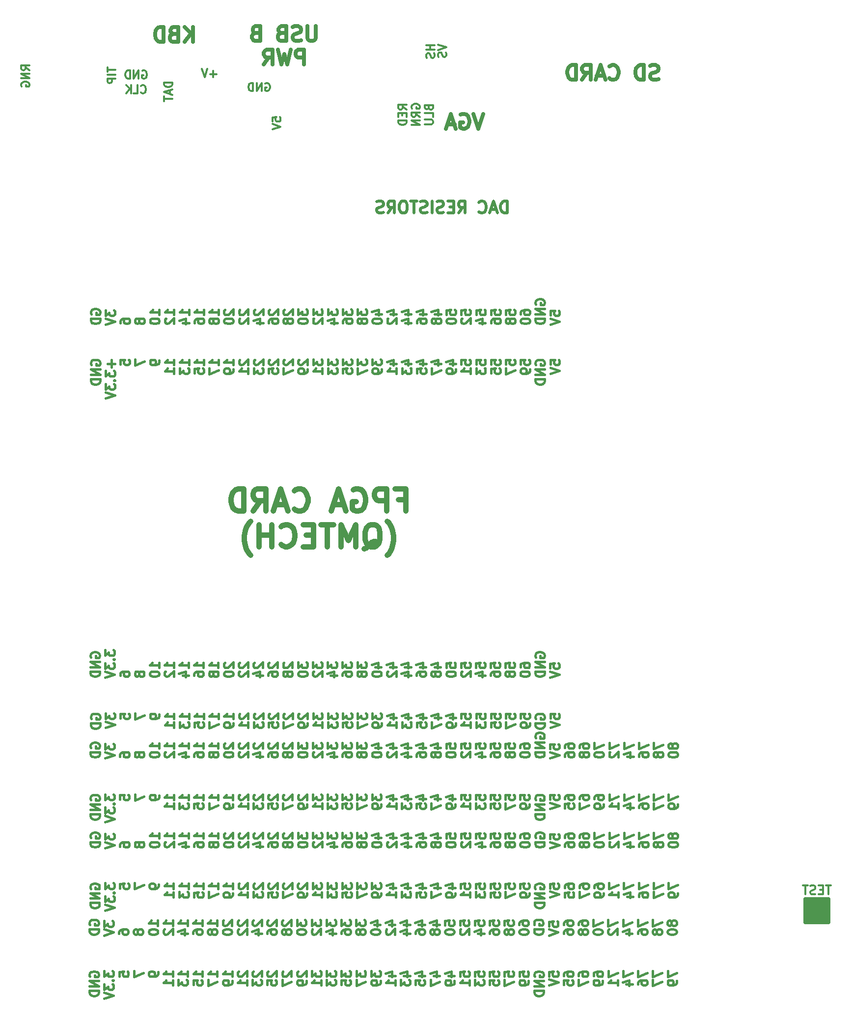
<source format=gbo>
G04 #@! TF.GenerationSoftware,KiCad,Pcbnew,(6.0.1)*
G04 #@! TF.CreationDate,2022-08-30T10:24:46-04:00*
G04 #@! TF.ProjectId,FPGA-ITX-01,46504741-2d49-4545-982d-30312e6b6963,1*
G04 #@! TF.SameCoordinates,Original*
G04 #@! TF.FileFunction,Legend,Bot*
G04 #@! TF.FilePolarity,Positive*
%FSLAX46Y46*%
G04 Gerber Fmt 4.6, Leading zero omitted, Abs format (unit mm)*
G04 Created by KiCad (PCBNEW (6.0.1)) date 2022-08-30 10:24:46*
%MOMM*%
%LPD*%
G01*
G04 APERTURE LIST*
%ADD10C,0.396875*%
%ADD11C,0.349250*%
%ADD12C,0.500000*%
%ADD13C,0.635000*%
%ADD14C,0.952500*%
%ADD15C,0.304800*%
%ADD16C,0.650000*%
G04 APERTURE END LIST*
D10*
X163971288Y-189427492D02*
X163895692Y-189276302D01*
X163895692Y-189049516D01*
X163971288Y-188822730D01*
X164122478Y-188671540D01*
X164273668Y-188595944D01*
X164576049Y-188520349D01*
X164802835Y-188520349D01*
X165105216Y-188595944D01*
X165256407Y-188671540D01*
X165407597Y-188822730D01*
X165483192Y-189049516D01*
X165483192Y-189200706D01*
X165407597Y-189427492D01*
X165332002Y-189503087D01*
X164802835Y-189503087D01*
X164802835Y-189200706D01*
X165483192Y-190183444D02*
X163895692Y-190183444D01*
X165483192Y-191090587D01*
X163895692Y-191090587D01*
X165483192Y-191846540D02*
X163895692Y-191846540D01*
X163895692Y-192224516D01*
X163971288Y-192451302D01*
X164122478Y-192602492D01*
X164273668Y-192678087D01*
X164576049Y-192753683D01*
X164802835Y-192753683D01*
X165105216Y-192678087D01*
X165256407Y-192602492D01*
X165407597Y-192451302D01*
X165483192Y-192224516D01*
X165483192Y-191846540D01*
X166451567Y-188444754D02*
X166451567Y-189427492D01*
X167056329Y-188898325D01*
X167056329Y-189125111D01*
X167131924Y-189276302D01*
X167207520Y-189351897D01*
X167358710Y-189427492D01*
X167736686Y-189427492D01*
X167887877Y-189351897D01*
X167963472Y-189276302D01*
X168039067Y-189125111D01*
X168039067Y-188671540D01*
X167963472Y-188520349D01*
X167887877Y-188444754D01*
X167887877Y-190107849D02*
X167963472Y-190183444D01*
X168039067Y-190107849D01*
X167963472Y-190032254D01*
X167887877Y-190107849D01*
X168039067Y-190107849D01*
X166451567Y-190712611D02*
X166451567Y-191695349D01*
X167056329Y-191166183D01*
X167056329Y-191392968D01*
X167131924Y-191544159D01*
X167207520Y-191619754D01*
X167358710Y-191695349D01*
X167736686Y-191695349D01*
X167887877Y-191619754D01*
X167963472Y-191544159D01*
X168039067Y-191392968D01*
X168039067Y-190939397D01*
X167963472Y-190788206D01*
X167887877Y-190712611D01*
X166451567Y-192148921D02*
X168039067Y-192678087D01*
X166451567Y-193207254D01*
X169007442Y-189351897D02*
X169007442Y-188595944D01*
X169763395Y-188520349D01*
X169687799Y-188595944D01*
X169612204Y-188747135D01*
X169612204Y-189125111D01*
X169687799Y-189276302D01*
X169763395Y-189351897D01*
X169914585Y-189427492D01*
X170292561Y-189427492D01*
X170443752Y-189351897D01*
X170519347Y-189276302D01*
X170594942Y-189125111D01*
X170594942Y-188747135D01*
X170519347Y-188595944D01*
X170443752Y-188520349D01*
X171563317Y-188444754D02*
X171563317Y-189503087D01*
X173150817Y-188822730D01*
X175706692Y-188671540D02*
X175706692Y-188973921D01*
X175631097Y-189125111D01*
X175555502Y-189200706D01*
X175328716Y-189351897D01*
X175026335Y-189427492D01*
X174421573Y-189427492D01*
X174270383Y-189351897D01*
X174194788Y-189276302D01*
X174119192Y-189125111D01*
X174119192Y-188822730D01*
X174194788Y-188671540D01*
X174270383Y-188595944D01*
X174421573Y-188520349D01*
X174799549Y-188520349D01*
X174950740Y-188595944D01*
X175026335Y-188671540D01*
X175101930Y-188822730D01*
X175101930Y-189125111D01*
X175026335Y-189276302D01*
X174950740Y-189351897D01*
X174799549Y-189427492D01*
X178262567Y-189427492D02*
X178262567Y-188520349D01*
X178262567Y-188973921D02*
X176675067Y-188973921D01*
X176901853Y-188822730D01*
X177053043Y-188671540D01*
X177128639Y-188520349D01*
X178262567Y-190939397D02*
X178262567Y-190032254D01*
X178262567Y-190485825D02*
X176675067Y-190485825D01*
X176901853Y-190334635D01*
X177053043Y-190183444D01*
X177128639Y-190032254D01*
X180818442Y-189427492D02*
X180818442Y-188520349D01*
X180818442Y-188973921D02*
X179230942Y-188973921D01*
X179457728Y-188822730D01*
X179608918Y-188671540D01*
X179684514Y-188520349D01*
X179230942Y-189956659D02*
X179230942Y-190939397D01*
X179835704Y-190410230D01*
X179835704Y-190637016D01*
X179911299Y-190788206D01*
X179986895Y-190863802D01*
X180138085Y-190939397D01*
X180516061Y-190939397D01*
X180667252Y-190863802D01*
X180742847Y-190788206D01*
X180818442Y-190637016D01*
X180818442Y-190183444D01*
X180742847Y-190032254D01*
X180667252Y-189956659D01*
X183374317Y-189427492D02*
X183374317Y-188520349D01*
X183374317Y-188973921D02*
X181786817Y-188973921D01*
X182013603Y-188822730D01*
X182164793Y-188671540D01*
X182240389Y-188520349D01*
X181786817Y-190863802D02*
X181786817Y-190107849D01*
X182542770Y-190032254D01*
X182467174Y-190107849D01*
X182391579Y-190259040D01*
X182391579Y-190637016D01*
X182467174Y-190788206D01*
X182542770Y-190863802D01*
X182693960Y-190939397D01*
X183071936Y-190939397D01*
X183223127Y-190863802D01*
X183298722Y-190788206D01*
X183374317Y-190637016D01*
X183374317Y-190259040D01*
X183298722Y-190107849D01*
X183223127Y-190032254D01*
X185930192Y-189427492D02*
X185930192Y-188520349D01*
X185930192Y-188973921D02*
X184342692Y-188973921D01*
X184569478Y-188822730D01*
X184720668Y-188671540D01*
X184796264Y-188520349D01*
X184342692Y-189956659D02*
X184342692Y-191014992D01*
X185930192Y-190334635D01*
X188486067Y-189427492D02*
X188486067Y-188520349D01*
X188486067Y-188973921D02*
X186898567Y-188973921D01*
X187125353Y-188822730D01*
X187276543Y-188671540D01*
X187352139Y-188520349D01*
X188486067Y-190183444D02*
X188486067Y-190485825D01*
X188410472Y-190637016D01*
X188334877Y-190712611D01*
X188108091Y-190863802D01*
X187805710Y-190939397D01*
X187200948Y-190939397D01*
X187049758Y-190863802D01*
X186974163Y-190788206D01*
X186898567Y-190637016D01*
X186898567Y-190334635D01*
X186974163Y-190183444D01*
X187049758Y-190107849D01*
X187200948Y-190032254D01*
X187578924Y-190032254D01*
X187730115Y-190107849D01*
X187805710Y-190183444D01*
X187881305Y-190334635D01*
X187881305Y-190637016D01*
X187805710Y-190788206D01*
X187730115Y-190863802D01*
X187578924Y-190939397D01*
X189605633Y-188520349D02*
X189530038Y-188595944D01*
X189454442Y-188747135D01*
X189454442Y-189125111D01*
X189530038Y-189276302D01*
X189605633Y-189351897D01*
X189756823Y-189427492D01*
X189908014Y-189427492D01*
X190134799Y-189351897D01*
X191041942Y-188444754D01*
X191041942Y-189427492D01*
X191041942Y-190939397D02*
X191041942Y-190032254D01*
X191041942Y-190485825D02*
X189454442Y-190485825D01*
X189681228Y-190334635D01*
X189832418Y-190183444D01*
X189908014Y-190032254D01*
X192161508Y-188520349D02*
X192085913Y-188595944D01*
X192010317Y-188747135D01*
X192010317Y-189125111D01*
X192085913Y-189276302D01*
X192161508Y-189351897D01*
X192312698Y-189427492D01*
X192463889Y-189427492D01*
X192690674Y-189351897D01*
X193597817Y-188444754D01*
X193597817Y-189427492D01*
X192010317Y-189956659D02*
X192010317Y-190939397D01*
X192615079Y-190410230D01*
X192615079Y-190637016D01*
X192690674Y-190788206D01*
X192766270Y-190863802D01*
X192917460Y-190939397D01*
X193295436Y-190939397D01*
X193446627Y-190863802D01*
X193522222Y-190788206D01*
X193597817Y-190637016D01*
X193597817Y-190183444D01*
X193522222Y-190032254D01*
X193446627Y-189956659D01*
X194717383Y-188520349D02*
X194641788Y-188595944D01*
X194566192Y-188747135D01*
X194566192Y-189125111D01*
X194641788Y-189276302D01*
X194717383Y-189351897D01*
X194868573Y-189427492D01*
X195019764Y-189427492D01*
X195246549Y-189351897D01*
X196153692Y-188444754D01*
X196153692Y-189427492D01*
X194566192Y-190863802D02*
X194566192Y-190107849D01*
X195322145Y-190032254D01*
X195246549Y-190107849D01*
X195170954Y-190259040D01*
X195170954Y-190637016D01*
X195246549Y-190788206D01*
X195322145Y-190863802D01*
X195473335Y-190939397D01*
X195851311Y-190939397D01*
X196002502Y-190863802D01*
X196078097Y-190788206D01*
X196153692Y-190637016D01*
X196153692Y-190259040D01*
X196078097Y-190107849D01*
X196002502Y-190032254D01*
X197273258Y-188520349D02*
X197197663Y-188595944D01*
X197122067Y-188747135D01*
X197122067Y-189125111D01*
X197197663Y-189276302D01*
X197273258Y-189351897D01*
X197424448Y-189427492D01*
X197575639Y-189427492D01*
X197802424Y-189351897D01*
X198709567Y-188444754D01*
X198709567Y-189427492D01*
X197122067Y-189956659D02*
X197122067Y-191014992D01*
X198709567Y-190334635D01*
X199829133Y-188520349D02*
X199753538Y-188595944D01*
X199677942Y-188747135D01*
X199677942Y-189125111D01*
X199753538Y-189276302D01*
X199829133Y-189351897D01*
X199980323Y-189427492D01*
X200131514Y-189427492D01*
X200358299Y-189351897D01*
X201265442Y-188444754D01*
X201265442Y-189427492D01*
X201265442Y-190183444D02*
X201265442Y-190485825D01*
X201189847Y-190637016D01*
X201114252Y-190712611D01*
X200887466Y-190863802D01*
X200585085Y-190939397D01*
X199980323Y-190939397D01*
X199829133Y-190863802D01*
X199753538Y-190788206D01*
X199677942Y-190637016D01*
X199677942Y-190334635D01*
X199753538Y-190183444D01*
X199829133Y-190107849D01*
X199980323Y-190032254D01*
X200358299Y-190032254D01*
X200509490Y-190107849D01*
X200585085Y-190183444D01*
X200660680Y-190334635D01*
X200660680Y-190637016D01*
X200585085Y-190788206D01*
X200509490Y-190863802D01*
X200358299Y-190939397D01*
X202233817Y-188444754D02*
X202233817Y-189427492D01*
X202838579Y-188898325D01*
X202838579Y-189125111D01*
X202914174Y-189276302D01*
X202989770Y-189351897D01*
X203140960Y-189427492D01*
X203518936Y-189427492D01*
X203670127Y-189351897D01*
X203745722Y-189276302D01*
X203821317Y-189125111D01*
X203821317Y-188671540D01*
X203745722Y-188520349D01*
X203670127Y-188444754D01*
X203821317Y-190939397D02*
X203821317Y-190032254D01*
X203821317Y-190485825D02*
X202233817Y-190485825D01*
X202460603Y-190334635D01*
X202611793Y-190183444D01*
X202687389Y-190032254D01*
X204789692Y-188444754D02*
X204789692Y-189427492D01*
X205394454Y-188898325D01*
X205394454Y-189125111D01*
X205470049Y-189276302D01*
X205545645Y-189351897D01*
X205696835Y-189427492D01*
X206074811Y-189427492D01*
X206226002Y-189351897D01*
X206301597Y-189276302D01*
X206377192Y-189125111D01*
X206377192Y-188671540D01*
X206301597Y-188520349D01*
X206226002Y-188444754D01*
X204789692Y-189956659D02*
X204789692Y-190939397D01*
X205394454Y-190410230D01*
X205394454Y-190637016D01*
X205470049Y-190788206D01*
X205545645Y-190863802D01*
X205696835Y-190939397D01*
X206074811Y-190939397D01*
X206226002Y-190863802D01*
X206301597Y-190788206D01*
X206377192Y-190637016D01*
X206377192Y-190183444D01*
X206301597Y-190032254D01*
X206226002Y-189956659D01*
X207345567Y-188444754D02*
X207345567Y-189427492D01*
X207950329Y-188898325D01*
X207950329Y-189125111D01*
X208025924Y-189276302D01*
X208101520Y-189351897D01*
X208252710Y-189427492D01*
X208630686Y-189427492D01*
X208781877Y-189351897D01*
X208857472Y-189276302D01*
X208933067Y-189125111D01*
X208933067Y-188671540D01*
X208857472Y-188520349D01*
X208781877Y-188444754D01*
X207345567Y-190863802D02*
X207345567Y-190107849D01*
X208101520Y-190032254D01*
X208025924Y-190107849D01*
X207950329Y-190259040D01*
X207950329Y-190637016D01*
X208025924Y-190788206D01*
X208101520Y-190863802D01*
X208252710Y-190939397D01*
X208630686Y-190939397D01*
X208781877Y-190863802D01*
X208857472Y-190788206D01*
X208933067Y-190637016D01*
X208933067Y-190259040D01*
X208857472Y-190107849D01*
X208781877Y-190032254D01*
X209901442Y-188444754D02*
X209901442Y-189427492D01*
X210506204Y-188898325D01*
X210506204Y-189125111D01*
X210581799Y-189276302D01*
X210657395Y-189351897D01*
X210808585Y-189427492D01*
X211186561Y-189427492D01*
X211337752Y-189351897D01*
X211413347Y-189276302D01*
X211488942Y-189125111D01*
X211488942Y-188671540D01*
X211413347Y-188520349D01*
X211337752Y-188444754D01*
X209901442Y-189956659D02*
X209901442Y-191014992D01*
X211488942Y-190334635D01*
X212457317Y-188444754D02*
X212457317Y-189427492D01*
X213062079Y-188898325D01*
X213062079Y-189125111D01*
X213137674Y-189276302D01*
X213213270Y-189351897D01*
X213364460Y-189427492D01*
X213742436Y-189427492D01*
X213893627Y-189351897D01*
X213969222Y-189276302D01*
X214044817Y-189125111D01*
X214044817Y-188671540D01*
X213969222Y-188520349D01*
X213893627Y-188444754D01*
X214044817Y-190183444D02*
X214044817Y-190485825D01*
X213969222Y-190637016D01*
X213893627Y-190712611D01*
X213666841Y-190863802D01*
X213364460Y-190939397D01*
X212759698Y-190939397D01*
X212608508Y-190863802D01*
X212532913Y-190788206D01*
X212457317Y-190637016D01*
X212457317Y-190334635D01*
X212532913Y-190183444D01*
X212608508Y-190107849D01*
X212759698Y-190032254D01*
X213137674Y-190032254D01*
X213288865Y-190107849D01*
X213364460Y-190183444D01*
X213440055Y-190334635D01*
X213440055Y-190637016D01*
X213364460Y-190788206D01*
X213288865Y-190863802D01*
X213137674Y-190939397D01*
X215542359Y-189276302D02*
X216600692Y-189276302D01*
X214937597Y-188898325D02*
X216071526Y-188520349D01*
X216071526Y-189503087D01*
X216600692Y-190939397D02*
X216600692Y-190032254D01*
X216600692Y-190485825D02*
X215013192Y-190485825D01*
X215239978Y-190334635D01*
X215391168Y-190183444D01*
X215466764Y-190032254D01*
X218098234Y-189276302D02*
X219156567Y-189276302D01*
X217493472Y-188898325D02*
X218627401Y-188520349D01*
X218627401Y-189503087D01*
X217569067Y-189956659D02*
X217569067Y-190939397D01*
X218173829Y-190410230D01*
X218173829Y-190637016D01*
X218249424Y-190788206D01*
X218325020Y-190863802D01*
X218476210Y-190939397D01*
X218854186Y-190939397D01*
X219005377Y-190863802D01*
X219080972Y-190788206D01*
X219156567Y-190637016D01*
X219156567Y-190183444D01*
X219080972Y-190032254D01*
X219005377Y-189956659D01*
X220654109Y-189276302D02*
X221712442Y-189276302D01*
X220049347Y-188898325D02*
X221183276Y-188520349D01*
X221183276Y-189503087D01*
X220124942Y-190863802D02*
X220124942Y-190107849D01*
X220880895Y-190032254D01*
X220805299Y-190107849D01*
X220729704Y-190259040D01*
X220729704Y-190637016D01*
X220805299Y-190788206D01*
X220880895Y-190863802D01*
X221032085Y-190939397D01*
X221410061Y-190939397D01*
X221561252Y-190863802D01*
X221636847Y-190788206D01*
X221712442Y-190637016D01*
X221712442Y-190259040D01*
X221636847Y-190107849D01*
X221561252Y-190032254D01*
X223209984Y-189276302D02*
X224268317Y-189276302D01*
X222605222Y-188898325D02*
X223739151Y-188520349D01*
X223739151Y-189503087D01*
X222680817Y-189956659D02*
X222680817Y-191014992D01*
X224268317Y-190334635D01*
X225765859Y-189276302D02*
X226824192Y-189276302D01*
X225161097Y-188898325D02*
X226295026Y-188520349D01*
X226295026Y-189503087D01*
X226824192Y-190183444D02*
X226824192Y-190485825D01*
X226748597Y-190637016D01*
X226673002Y-190712611D01*
X226446216Y-190863802D01*
X226143835Y-190939397D01*
X225539073Y-190939397D01*
X225387883Y-190863802D01*
X225312288Y-190788206D01*
X225236692Y-190637016D01*
X225236692Y-190334635D01*
X225312288Y-190183444D01*
X225387883Y-190107849D01*
X225539073Y-190032254D01*
X225917049Y-190032254D01*
X226068240Y-190107849D01*
X226143835Y-190183444D01*
X226219430Y-190334635D01*
X226219430Y-190637016D01*
X226143835Y-190788206D01*
X226068240Y-190863802D01*
X225917049Y-190939397D01*
X227792567Y-189351897D02*
X227792567Y-188595944D01*
X228548520Y-188520349D01*
X228472924Y-188595944D01*
X228397329Y-188747135D01*
X228397329Y-189125111D01*
X228472924Y-189276302D01*
X228548520Y-189351897D01*
X228699710Y-189427492D01*
X229077686Y-189427492D01*
X229228877Y-189351897D01*
X229304472Y-189276302D01*
X229380067Y-189125111D01*
X229380067Y-188747135D01*
X229304472Y-188595944D01*
X229228877Y-188520349D01*
X229380067Y-190939397D02*
X229380067Y-190032254D01*
X229380067Y-190485825D02*
X227792567Y-190485825D01*
X228019353Y-190334635D01*
X228170543Y-190183444D01*
X228246139Y-190032254D01*
X230348442Y-189351897D02*
X230348442Y-188595944D01*
X231104395Y-188520349D01*
X231028799Y-188595944D01*
X230953204Y-188747135D01*
X230953204Y-189125111D01*
X231028799Y-189276302D01*
X231104395Y-189351897D01*
X231255585Y-189427492D01*
X231633561Y-189427492D01*
X231784752Y-189351897D01*
X231860347Y-189276302D01*
X231935942Y-189125111D01*
X231935942Y-188747135D01*
X231860347Y-188595944D01*
X231784752Y-188520349D01*
X230348442Y-189956659D02*
X230348442Y-190939397D01*
X230953204Y-190410230D01*
X230953204Y-190637016D01*
X231028799Y-190788206D01*
X231104395Y-190863802D01*
X231255585Y-190939397D01*
X231633561Y-190939397D01*
X231784752Y-190863802D01*
X231860347Y-190788206D01*
X231935942Y-190637016D01*
X231935942Y-190183444D01*
X231860347Y-190032254D01*
X231784752Y-189956659D01*
X232904317Y-189351897D02*
X232904317Y-188595944D01*
X233660270Y-188520349D01*
X233584674Y-188595944D01*
X233509079Y-188747135D01*
X233509079Y-189125111D01*
X233584674Y-189276302D01*
X233660270Y-189351897D01*
X233811460Y-189427492D01*
X234189436Y-189427492D01*
X234340627Y-189351897D01*
X234416222Y-189276302D01*
X234491817Y-189125111D01*
X234491817Y-188747135D01*
X234416222Y-188595944D01*
X234340627Y-188520349D01*
X232904317Y-190863802D02*
X232904317Y-190107849D01*
X233660270Y-190032254D01*
X233584674Y-190107849D01*
X233509079Y-190259040D01*
X233509079Y-190637016D01*
X233584674Y-190788206D01*
X233660270Y-190863802D01*
X233811460Y-190939397D01*
X234189436Y-190939397D01*
X234340627Y-190863802D01*
X234416222Y-190788206D01*
X234491817Y-190637016D01*
X234491817Y-190259040D01*
X234416222Y-190107849D01*
X234340627Y-190032254D01*
X235460192Y-189351897D02*
X235460192Y-188595944D01*
X236216145Y-188520349D01*
X236140549Y-188595944D01*
X236064954Y-188747135D01*
X236064954Y-189125111D01*
X236140549Y-189276302D01*
X236216145Y-189351897D01*
X236367335Y-189427492D01*
X236745311Y-189427492D01*
X236896502Y-189351897D01*
X236972097Y-189276302D01*
X237047692Y-189125111D01*
X237047692Y-188747135D01*
X236972097Y-188595944D01*
X236896502Y-188520349D01*
X235460192Y-189956659D02*
X235460192Y-191014992D01*
X237047692Y-190334635D01*
X238016067Y-189351897D02*
X238016067Y-188595944D01*
X238772020Y-188520349D01*
X238696424Y-188595944D01*
X238620829Y-188747135D01*
X238620829Y-189125111D01*
X238696424Y-189276302D01*
X238772020Y-189351897D01*
X238923210Y-189427492D01*
X239301186Y-189427492D01*
X239452377Y-189351897D01*
X239527972Y-189276302D01*
X239603567Y-189125111D01*
X239603567Y-188747135D01*
X239527972Y-188595944D01*
X239452377Y-188520349D01*
X239603567Y-190183444D02*
X239603567Y-190485825D01*
X239527972Y-190637016D01*
X239452377Y-190712611D01*
X239225591Y-190863802D01*
X238923210Y-190939397D01*
X238318448Y-190939397D01*
X238167258Y-190863802D01*
X238091663Y-190788206D01*
X238016067Y-190637016D01*
X238016067Y-190334635D01*
X238091663Y-190183444D01*
X238167258Y-190107849D01*
X238318448Y-190032254D01*
X238696424Y-190032254D01*
X238847615Y-190107849D01*
X238923210Y-190183444D01*
X238998805Y-190334635D01*
X238998805Y-190637016D01*
X238923210Y-190788206D01*
X238847615Y-190863802D01*
X238696424Y-190939397D01*
X240647538Y-189427492D02*
X240571942Y-189276302D01*
X240571942Y-189049516D01*
X240647538Y-188822730D01*
X240798728Y-188671540D01*
X240949918Y-188595944D01*
X241252299Y-188520349D01*
X241479085Y-188520349D01*
X241781466Y-188595944D01*
X241932657Y-188671540D01*
X242083847Y-188822730D01*
X242159442Y-189049516D01*
X242159442Y-189200706D01*
X242083847Y-189427492D01*
X242008252Y-189503087D01*
X241479085Y-189503087D01*
X241479085Y-189200706D01*
X242159442Y-190183444D02*
X240571942Y-190183444D01*
X242159442Y-191090587D01*
X240571942Y-191090587D01*
X242159442Y-191846540D02*
X240571942Y-191846540D01*
X240571942Y-192224516D01*
X240647538Y-192451302D01*
X240798728Y-192602492D01*
X240949918Y-192678087D01*
X241252299Y-192753683D01*
X241479085Y-192753683D01*
X241781466Y-192678087D01*
X241932657Y-192602492D01*
X242083847Y-192451302D01*
X242159442Y-192224516D01*
X242159442Y-191846540D01*
X243127817Y-189351897D02*
X243127817Y-188595944D01*
X243883770Y-188520349D01*
X243808174Y-188595944D01*
X243732579Y-188747135D01*
X243732579Y-189125111D01*
X243808174Y-189276302D01*
X243883770Y-189351897D01*
X244034960Y-189427492D01*
X244412936Y-189427492D01*
X244564127Y-189351897D01*
X244639722Y-189276302D01*
X244715317Y-189125111D01*
X244715317Y-188747135D01*
X244639722Y-188595944D01*
X244564127Y-188520349D01*
X243127817Y-189881063D02*
X244715317Y-190410230D01*
X243127817Y-190939397D01*
X245683692Y-189276302D02*
X245683692Y-188973921D01*
X245759288Y-188822730D01*
X245834883Y-188747135D01*
X246061668Y-188595944D01*
X246364049Y-188520349D01*
X246968811Y-188520349D01*
X247120002Y-188595944D01*
X247195597Y-188671540D01*
X247271192Y-188822730D01*
X247271192Y-189125111D01*
X247195597Y-189276302D01*
X247120002Y-189351897D01*
X246968811Y-189427492D01*
X246590835Y-189427492D01*
X246439645Y-189351897D01*
X246364049Y-189276302D01*
X246288454Y-189125111D01*
X246288454Y-188822730D01*
X246364049Y-188671540D01*
X246439645Y-188595944D01*
X246590835Y-188520349D01*
X245683692Y-190863802D02*
X245683692Y-190107849D01*
X246439645Y-190032254D01*
X246364049Y-190107849D01*
X246288454Y-190259040D01*
X246288454Y-190637016D01*
X246364049Y-190788206D01*
X246439645Y-190863802D01*
X246590835Y-190939397D01*
X246968811Y-190939397D01*
X247120002Y-190863802D01*
X247195597Y-190788206D01*
X247271192Y-190637016D01*
X247271192Y-190259040D01*
X247195597Y-190107849D01*
X247120002Y-190032254D01*
X248239567Y-189276302D02*
X248239567Y-188973921D01*
X248315163Y-188822730D01*
X248390758Y-188747135D01*
X248617543Y-188595944D01*
X248919924Y-188520349D01*
X249524686Y-188520349D01*
X249675877Y-188595944D01*
X249751472Y-188671540D01*
X249827067Y-188822730D01*
X249827067Y-189125111D01*
X249751472Y-189276302D01*
X249675877Y-189351897D01*
X249524686Y-189427492D01*
X249146710Y-189427492D01*
X248995520Y-189351897D01*
X248919924Y-189276302D01*
X248844329Y-189125111D01*
X248844329Y-188822730D01*
X248919924Y-188671540D01*
X248995520Y-188595944D01*
X249146710Y-188520349D01*
X248239567Y-189956659D02*
X248239567Y-191014992D01*
X249827067Y-190334635D01*
X250795442Y-189276302D02*
X250795442Y-188973921D01*
X250871038Y-188822730D01*
X250946633Y-188747135D01*
X251173418Y-188595944D01*
X251475799Y-188520349D01*
X252080561Y-188520349D01*
X252231752Y-188595944D01*
X252307347Y-188671540D01*
X252382942Y-188822730D01*
X252382942Y-189125111D01*
X252307347Y-189276302D01*
X252231752Y-189351897D01*
X252080561Y-189427492D01*
X251702585Y-189427492D01*
X251551395Y-189351897D01*
X251475799Y-189276302D01*
X251400204Y-189125111D01*
X251400204Y-188822730D01*
X251475799Y-188671540D01*
X251551395Y-188595944D01*
X251702585Y-188520349D01*
X252382942Y-190183444D02*
X252382942Y-190485825D01*
X252307347Y-190637016D01*
X252231752Y-190712611D01*
X252004966Y-190863802D01*
X251702585Y-190939397D01*
X251097823Y-190939397D01*
X250946633Y-190863802D01*
X250871038Y-190788206D01*
X250795442Y-190637016D01*
X250795442Y-190334635D01*
X250871038Y-190183444D01*
X250946633Y-190107849D01*
X251097823Y-190032254D01*
X251475799Y-190032254D01*
X251626990Y-190107849D01*
X251702585Y-190183444D01*
X251778180Y-190334635D01*
X251778180Y-190637016D01*
X251702585Y-190788206D01*
X251626990Y-190863802D01*
X251475799Y-190939397D01*
X253351317Y-188444754D02*
X253351317Y-189503087D01*
X254938817Y-188822730D01*
X254938817Y-190939397D02*
X254938817Y-190032254D01*
X254938817Y-190485825D02*
X253351317Y-190485825D01*
X253578103Y-190334635D01*
X253729293Y-190183444D01*
X253804889Y-190032254D01*
X255907192Y-188444754D02*
X255907192Y-189503087D01*
X257494692Y-188822730D01*
X256436359Y-190788206D02*
X257494692Y-190788206D01*
X255831597Y-190410230D02*
X256965526Y-190032254D01*
X256965526Y-191014992D01*
X258463067Y-188444754D02*
X258463067Y-189503087D01*
X260050567Y-188822730D01*
X258463067Y-190788206D02*
X258463067Y-190485825D01*
X258538663Y-190334635D01*
X258614258Y-190259040D01*
X258841043Y-190107849D01*
X259143424Y-190032254D01*
X259748186Y-190032254D01*
X259899377Y-190107849D01*
X259974972Y-190183444D01*
X260050567Y-190334635D01*
X260050567Y-190637016D01*
X259974972Y-190788206D01*
X259899377Y-190863802D01*
X259748186Y-190939397D01*
X259370210Y-190939397D01*
X259219020Y-190863802D01*
X259143424Y-190788206D01*
X259067829Y-190637016D01*
X259067829Y-190334635D01*
X259143424Y-190183444D01*
X259219020Y-190107849D01*
X259370210Y-190032254D01*
X261018942Y-188444754D02*
X261018942Y-189503087D01*
X262606442Y-188822730D01*
X261018942Y-189956659D02*
X261018942Y-191014992D01*
X262606442Y-190334635D01*
X263574817Y-188444754D02*
X263574817Y-189503087D01*
X265162317Y-188822730D01*
X265162317Y-190183444D02*
X265162317Y-190485825D01*
X265086722Y-190637016D01*
X265011127Y-190712611D01*
X264784341Y-190863802D01*
X264481960Y-190939397D01*
X263877198Y-190939397D01*
X263726008Y-190863802D01*
X263650413Y-190788206D01*
X263574817Y-190637016D01*
X263574817Y-190334635D01*
X263650413Y-190183444D01*
X263726008Y-190107849D01*
X263877198Y-190032254D01*
X264255174Y-190032254D01*
X264406365Y-190107849D01*
X264481960Y-190183444D01*
X264557555Y-190334635D01*
X264557555Y-190637016D01*
X264481960Y-190788206D01*
X264406365Y-190863802D01*
X264255174Y-190939397D01*
D11*
X222266059Y-54936316D02*
X222332583Y-55135887D01*
X222399106Y-55202411D01*
X222532154Y-55268935D01*
X222731725Y-55268935D01*
X222864773Y-55202411D01*
X222931297Y-55135887D01*
X222997821Y-55002840D01*
X222997821Y-54470649D01*
X221600821Y-54470649D01*
X221600821Y-54936316D01*
X221667345Y-55069364D01*
X221733868Y-55135887D01*
X221866916Y-55202411D01*
X221999964Y-55202411D01*
X222133011Y-55135887D01*
X222199535Y-55069364D01*
X222266059Y-54936316D01*
X222266059Y-54470649D01*
X222997821Y-56532887D02*
X222997821Y-55867649D01*
X221600821Y-55867649D01*
X221600821Y-56998554D02*
X222731725Y-56998554D01*
X222864773Y-57065078D01*
X222931297Y-57131602D01*
X222997821Y-57264649D01*
X222997821Y-57530745D01*
X222931297Y-57663792D01*
X222864773Y-57730316D01*
X222731725Y-57796840D01*
X221600821Y-57796840D01*
X219381345Y-55069364D02*
X219314821Y-54936316D01*
X219314821Y-54736745D01*
X219381345Y-54537173D01*
X219514392Y-54404125D01*
X219647440Y-54337602D01*
X219913535Y-54271078D01*
X220113106Y-54271078D01*
X220379202Y-54337602D01*
X220512249Y-54404125D01*
X220645297Y-54537173D01*
X220711821Y-54736745D01*
X220711821Y-54869792D01*
X220645297Y-55069364D01*
X220578773Y-55135887D01*
X220113106Y-55135887D01*
X220113106Y-54869792D01*
X220711821Y-56532887D02*
X220046583Y-56067221D01*
X220711821Y-55734602D02*
X219314821Y-55734602D01*
X219314821Y-56266792D01*
X219381345Y-56399840D01*
X219447868Y-56466364D01*
X219580916Y-56532887D01*
X219780487Y-56532887D01*
X219913535Y-56466364D01*
X219980059Y-56399840D01*
X220046583Y-56266792D01*
X220046583Y-55734602D01*
X220711821Y-57131602D02*
X219314821Y-57131602D01*
X220711821Y-57929887D01*
X219314821Y-57929887D01*
X166874976Y-47972738D02*
X166874976Y-48771023D01*
X168271976Y-48371880D02*
X166874976Y-48371880D01*
X168271976Y-49236690D02*
X166874976Y-49236690D01*
X168271976Y-49901928D02*
X166874976Y-49901928D01*
X166874976Y-50434119D01*
X166941500Y-50567166D01*
X167008023Y-50633690D01*
X167141071Y-50700214D01*
X167340642Y-50700214D01*
X167473690Y-50633690D01*
X167540214Y-50567166D01*
X167606738Y-50434119D01*
X167606738Y-49901928D01*
X223251821Y-44147364D02*
X221854821Y-44147364D01*
X222520059Y-44147364D02*
X222520059Y-44945649D01*
X223251821Y-44945649D02*
X221854821Y-44945649D01*
X223185297Y-45544364D02*
X223251821Y-45743935D01*
X223251821Y-46076554D01*
X223185297Y-46209602D01*
X223118773Y-46276125D01*
X222985725Y-46342649D01*
X222852678Y-46342649D01*
X222719630Y-46276125D01*
X222653106Y-46209602D01*
X222586583Y-46076554D01*
X222520059Y-45810459D01*
X222453535Y-45677411D01*
X222387011Y-45610887D01*
X222253964Y-45544364D01*
X222120916Y-45544364D01*
X221987868Y-45610887D01*
X221921345Y-45677411D01*
X221854821Y-45810459D01*
X221854821Y-46143078D01*
X221921345Y-46342649D01*
D12*
X235788654Y-73040506D02*
X235788654Y-71040506D01*
X235312464Y-71040506D01*
X235026749Y-71135745D01*
X234836273Y-71326221D01*
X234741035Y-71516697D01*
X234645797Y-71897649D01*
X234645797Y-72183364D01*
X234741035Y-72564316D01*
X234836273Y-72754792D01*
X235026749Y-72945268D01*
X235312464Y-73040506D01*
X235788654Y-73040506D01*
X233883892Y-72469078D02*
X232931511Y-72469078D01*
X234074368Y-73040506D02*
X233407702Y-71040506D01*
X232741035Y-73040506D01*
X230931511Y-72850030D02*
X231026749Y-72945268D01*
X231312464Y-73040506D01*
X231502940Y-73040506D01*
X231788654Y-72945268D01*
X231979130Y-72754792D01*
X232074368Y-72564316D01*
X232169606Y-72183364D01*
X232169606Y-71897649D01*
X232074368Y-71516697D01*
X231979130Y-71326221D01*
X231788654Y-71135745D01*
X231502940Y-71040506D01*
X231312464Y-71040506D01*
X231026749Y-71135745D01*
X230931511Y-71230983D01*
X227407702Y-73040506D02*
X228074368Y-72088125D01*
X228550559Y-73040506D02*
X228550559Y-71040506D01*
X227788654Y-71040506D01*
X227598178Y-71135745D01*
X227502940Y-71230983D01*
X227407702Y-71421459D01*
X227407702Y-71707173D01*
X227502940Y-71897649D01*
X227598178Y-71992887D01*
X227788654Y-72088125D01*
X228550559Y-72088125D01*
X226550559Y-71992887D02*
X225883892Y-71992887D01*
X225598178Y-73040506D02*
X226550559Y-73040506D01*
X226550559Y-71040506D01*
X225598178Y-71040506D01*
X224836273Y-72945268D02*
X224550559Y-73040506D01*
X224074368Y-73040506D01*
X223883892Y-72945268D01*
X223788654Y-72850030D01*
X223693416Y-72659554D01*
X223693416Y-72469078D01*
X223788654Y-72278602D01*
X223883892Y-72183364D01*
X224074368Y-72088125D01*
X224455321Y-71992887D01*
X224645797Y-71897649D01*
X224741035Y-71802411D01*
X224836273Y-71611935D01*
X224836273Y-71421459D01*
X224741035Y-71230983D01*
X224645797Y-71135745D01*
X224455321Y-71040506D01*
X223979130Y-71040506D01*
X223693416Y-71135745D01*
X222836273Y-73040506D02*
X222836273Y-71040506D01*
X221979130Y-72945268D02*
X221693416Y-73040506D01*
X221217225Y-73040506D01*
X221026749Y-72945268D01*
X220931511Y-72850030D01*
X220836273Y-72659554D01*
X220836273Y-72469078D01*
X220931511Y-72278602D01*
X221026749Y-72183364D01*
X221217225Y-72088125D01*
X221598178Y-71992887D01*
X221788654Y-71897649D01*
X221883892Y-71802411D01*
X221979130Y-71611935D01*
X221979130Y-71421459D01*
X221883892Y-71230983D01*
X221788654Y-71135745D01*
X221598178Y-71040506D01*
X221121987Y-71040506D01*
X220836273Y-71135745D01*
X220264845Y-71040506D02*
X219121987Y-71040506D01*
X219693416Y-73040506D02*
X219693416Y-71040506D01*
X218074368Y-71040506D02*
X217693416Y-71040506D01*
X217502940Y-71135745D01*
X217312464Y-71326221D01*
X217217225Y-71707173D01*
X217217225Y-72373840D01*
X217312464Y-72754792D01*
X217502940Y-72945268D01*
X217693416Y-73040506D01*
X218074368Y-73040506D01*
X218264845Y-72945268D01*
X218455321Y-72754792D01*
X218550559Y-72373840D01*
X218550559Y-71707173D01*
X218455321Y-71326221D01*
X218264845Y-71135745D01*
X218074368Y-71040506D01*
X215217225Y-73040506D02*
X215883892Y-72088125D01*
X216360083Y-73040506D02*
X216360083Y-71040506D01*
X215598178Y-71040506D01*
X215407702Y-71135745D01*
X215312464Y-71230983D01*
X215217225Y-71421459D01*
X215217225Y-71707173D01*
X215312464Y-71897649D01*
X215407702Y-71992887D01*
X215598178Y-72088125D01*
X216360083Y-72088125D01*
X214455321Y-72945268D02*
X214169606Y-73040506D01*
X213693416Y-73040506D01*
X213502940Y-72945268D01*
X213407702Y-72850030D01*
X213312464Y-72659554D01*
X213312464Y-72469078D01*
X213407702Y-72278602D01*
X213502940Y-72183364D01*
X213693416Y-72088125D01*
X214074368Y-71992887D01*
X214264845Y-71897649D01*
X214360083Y-71802411D01*
X214455321Y-71611935D01*
X214455321Y-71421459D01*
X214360083Y-71230983D01*
X214264845Y-71135745D01*
X214074368Y-71040506D01*
X213598178Y-71040506D01*
X213312464Y-71135745D01*
D11*
X185643404Y-49140285D02*
X184579023Y-49140285D01*
X185111214Y-49672476D02*
X185111214Y-48608095D01*
X184113357Y-48275476D02*
X183647690Y-49672476D01*
X183182023Y-48275476D01*
D10*
X163818888Y-195667955D02*
X163743292Y-195516764D01*
X163743292Y-195289978D01*
X163818888Y-195063193D01*
X163970078Y-194912002D01*
X164121268Y-194836407D01*
X164423649Y-194760812D01*
X164650435Y-194760812D01*
X164952816Y-194836407D01*
X165104007Y-194912002D01*
X165255197Y-195063193D01*
X165330792Y-195289978D01*
X165330792Y-195441169D01*
X165255197Y-195667955D01*
X165179602Y-195743550D01*
X164650435Y-195743550D01*
X164650435Y-195441169D01*
X165330792Y-196423907D02*
X163743292Y-196423907D01*
X163743292Y-196801883D01*
X163818888Y-197028669D01*
X163970078Y-197179859D01*
X164121268Y-197255455D01*
X164423649Y-197331050D01*
X164650435Y-197331050D01*
X164952816Y-197255455D01*
X165104007Y-197179859D01*
X165255197Y-197028669D01*
X165330792Y-196801883D01*
X165330792Y-196423907D01*
X166299167Y-194987597D02*
X166299167Y-195970336D01*
X166903929Y-195441169D01*
X166903929Y-195667955D01*
X166979524Y-195819145D01*
X167055120Y-195894740D01*
X167206310Y-195970336D01*
X167584286Y-195970336D01*
X167735477Y-195894740D01*
X167811072Y-195819145D01*
X167886667Y-195667955D01*
X167886667Y-195214383D01*
X167811072Y-195063193D01*
X167735477Y-194987597D01*
X166299167Y-196423907D02*
X167886667Y-196953074D01*
X166299167Y-197482240D01*
X168855042Y-197179859D02*
X168855042Y-196877478D01*
X168930638Y-196726288D01*
X169006233Y-196650693D01*
X169233018Y-196499502D01*
X169535399Y-196423907D01*
X170140161Y-196423907D01*
X170291352Y-196499502D01*
X170366947Y-196575097D01*
X170442542Y-196726288D01*
X170442542Y-197028669D01*
X170366947Y-197179859D01*
X170291352Y-197255455D01*
X170140161Y-197331050D01*
X169762185Y-197331050D01*
X169610995Y-197255455D01*
X169535399Y-197179859D01*
X169459804Y-197028669D01*
X169459804Y-196726288D01*
X169535399Y-196575097D01*
X169610995Y-196499502D01*
X169762185Y-196423907D01*
X172091274Y-196726288D02*
X172015679Y-196575097D01*
X171940084Y-196499502D01*
X171788893Y-196423907D01*
X171713298Y-196423907D01*
X171562108Y-196499502D01*
X171486513Y-196575097D01*
X171410917Y-196726288D01*
X171410917Y-197028669D01*
X171486513Y-197179859D01*
X171562108Y-197255455D01*
X171713298Y-197331050D01*
X171788893Y-197331050D01*
X171940084Y-197255455D01*
X172015679Y-197179859D01*
X172091274Y-197028669D01*
X172091274Y-196726288D01*
X172166870Y-196575097D01*
X172242465Y-196499502D01*
X172393655Y-196423907D01*
X172696036Y-196423907D01*
X172847227Y-196499502D01*
X172922822Y-196575097D01*
X172998417Y-196726288D01*
X172998417Y-197028669D01*
X172922822Y-197179859D01*
X172847227Y-197255455D01*
X172696036Y-197331050D01*
X172393655Y-197331050D01*
X172242465Y-197255455D01*
X172166870Y-197179859D01*
X172091274Y-197028669D01*
X175554292Y-195819145D02*
X175554292Y-194912002D01*
X175554292Y-195365574D02*
X173966792Y-195365574D01*
X174193578Y-195214383D01*
X174344768Y-195063193D01*
X174420364Y-194912002D01*
X173966792Y-196801883D02*
X173966792Y-196953074D01*
X174042388Y-197104264D01*
X174117983Y-197179859D01*
X174269173Y-197255455D01*
X174571554Y-197331050D01*
X174949530Y-197331050D01*
X175251911Y-197255455D01*
X175403102Y-197179859D01*
X175478697Y-197104264D01*
X175554292Y-196953074D01*
X175554292Y-196801883D01*
X175478697Y-196650693D01*
X175403102Y-196575097D01*
X175251911Y-196499502D01*
X174949530Y-196423907D01*
X174571554Y-196423907D01*
X174269173Y-196499502D01*
X174117983Y-196575097D01*
X174042388Y-196650693D01*
X173966792Y-196801883D01*
X178110167Y-195819145D02*
X178110167Y-194912002D01*
X178110167Y-195365574D02*
X176522667Y-195365574D01*
X176749453Y-195214383D01*
X176900643Y-195063193D01*
X176976239Y-194912002D01*
X176673858Y-196423907D02*
X176598263Y-196499502D01*
X176522667Y-196650693D01*
X176522667Y-197028669D01*
X176598263Y-197179859D01*
X176673858Y-197255455D01*
X176825048Y-197331050D01*
X176976239Y-197331050D01*
X177203024Y-197255455D01*
X178110167Y-196348312D01*
X178110167Y-197331050D01*
X180666042Y-195819145D02*
X180666042Y-194912002D01*
X180666042Y-195365574D02*
X179078542Y-195365574D01*
X179305328Y-195214383D01*
X179456518Y-195063193D01*
X179532114Y-194912002D01*
X179607709Y-197179859D02*
X180666042Y-197179859D01*
X179002947Y-196801883D02*
X180136876Y-196423907D01*
X180136876Y-197406645D01*
X183221917Y-195819145D02*
X183221917Y-194912002D01*
X183221917Y-195365574D02*
X181634417Y-195365574D01*
X181861203Y-195214383D01*
X182012393Y-195063193D01*
X182087989Y-194912002D01*
X181634417Y-197179859D02*
X181634417Y-196877478D01*
X181710013Y-196726288D01*
X181785608Y-196650693D01*
X182012393Y-196499502D01*
X182314774Y-196423907D01*
X182919536Y-196423907D01*
X183070727Y-196499502D01*
X183146322Y-196575097D01*
X183221917Y-196726288D01*
X183221917Y-197028669D01*
X183146322Y-197179859D01*
X183070727Y-197255455D01*
X182919536Y-197331050D01*
X182541560Y-197331050D01*
X182390370Y-197255455D01*
X182314774Y-197179859D01*
X182239179Y-197028669D01*
X182239179Y-196726288D01*
X182314774Y-196575097D01*
X182390370Y-196499502D01*
X182541560Y-196423907D01*
X185777792Y-195819145D02*
X185777792Y-194912002D01*
X185777792Y-195365574D02*
X184190292Y-195365574D01*
X184417078Y-195214383D01*
X184568268Y-195063193D01*
X184643864Y-194912002D01*
X184870649Y-196726288D02*
X184795054Y-196575097D01*
X184719459Y-196499502D01*
X184568268Y-196423907D01*
X184492673Y-196423907D01*
X184341483Y-196499502D01*
X184265888Y-196575097D01*
X184190292Y-196726288D01*
X184190292Y-197028669D01*
X184265888Y-197179859D01*
X184341483Y-197255455D01*
X184492673Y-197331050D01*
X184568268Y-197331050D01*
X184719459Y-197255455D01*
X184795054Y-197179859D01*
X184870649Y-197028669D01*
X184870649Y-196726288D01*
X184946245Y-196575097D01*
X185021840Y-196499502D01*
X185173030Y-196423907D01*
X185475411Y-196423907D01*
X185626602Y-196499502D01*
X185702197Y-196575097D01*
X185777792Y-196726288D01*
X185777792Y-197028669D01*
X185702197Y-197179859D01*
X185626602Y-197255455D01*
X185475411Y-197331050D01*
X185173030Y-197331050D01*
X185021840Y-197255455D01*
X184946245Y-197179859D01*
X184870649Y-197028669D01*
X186897358Y-194912002D02*
X186821763Y-194987597D01*
X186746167Y-195138788D01*
X186746167Y-195516764D01*
X186821763Y-195667955D01*
X186897358Y-195743550D01*
X187048548Y-195819145D01*
X187199739Y-195819145D01*
X187426524Y-195743550D01*
X188333667Y-194836407D01*
X188333667Y-195819145D01*
X186746167Y-196801883D02*
X186746167Y-196953074D01*
X186821763Y-197104264D01*
X186897358Y-197179859D01*
X187048548Y-197255455D01*
X187350929Y-197331050D01*
X187728905Y-197331050D01*
X188031286Y-197255455D01*
X188182477Y-197179859D01*
X188258072Y-197104264D01*
X188333667Y-196953074D01*
X188333667Y-196801883D01*
X188258072Y-196650693D01*
X188182477Y-196575097D01*
X188031286Y-196499502D01*
X187728905Y-196423907D01*
X187350929Y-196423907D01*
X187048548Y-196499502D01*
X186897358Y-196575097D01*
X186821763Y-196650693D01*
X186746167Y-196801883D01*
X189453233Y-194912002D02*
X189377638Y-194987597D01*
X189302042Y-195138788D01*
X189302042Y-195516764D01*
X189377638Y-195667955D01*
X189453233Y-195743550D01*
X189604423Y-195819145D01*
X189755614Y-195819145D01*
X189982399Y-195743550D01*
X190889542Y-194836407D01*
X190889542Y-195819145D01*
X189453233Y-196423907D02*
X189377638Y-196499502D01*
X189302042Y-196650693D01*
X189302042Y-197028669D01*
X189377638Y-197179859D01*
X189453233Y-197255455D01*
X189604423Y-197331050D01*
X189755614Y-197331050D01*
X189982399Y-197255455D01*
X190889542Y-196348312D01*
X190889542Y-197331050D01*
X192009108Y-194912002D02*
X191933513Y-194987597D01*
X191857917Y-195138788D01*
X191857917Y-195516764D01*
X191933513Y-195667955D01*
X192009108Y-195743550D01*
X192160298Y-195819145D01*
X192311489Y-195819145D01*
X192538274Y-195743550D01*
X193445417Y-194836407D01*
X193445417Y-195819145D01*
X192387084Y-197179859D02*
X193445417Y-197179859D01*
X191782322Y-196801883D02*
X192916251Y-196423907D01*
X192916251Y-197406645D01*
X194564983Y-194912002D02*
X194489388Y-194987597D01*
X194413792Y-195138788D01*
X194413792Y-195516764D01*
X194489388Y-195667955D01*
X194564983Y-195743550D01*
X194716173Y-195819145D01*
X194867364Y-195819145D01*
X195094149Y-195743550D01*
X196001292Y-194836407D01*
X196001292Y-195819145D01*
X194413792Y-197179859D02*
X194413792Y-196877478D01*
X194489388Y-196726288D01*
X194564983Y-196650693D01*
X194791768Y-196499502D01*
X195094149Y-196423907D01*
X195698911Y-196423907D01*
X195850102Y-196499502D01*
X195925697Y-196575097D01*
X196001292Y-196726288D01*
X196001292Y-197028669D01*
X195925697Y-197179859D01*
X195850102Y-197255455D01*
X195698911Y-197331050D01*
X195320935Y-197331050D01*
X195169745Y-197255455D01*
X195094149Y-197179859D01*
X195018554Y-197028669D01*
X195018554Y-196726288D01*
X195094149Y-196575097D01*
X195169745Y-196499502D01*
X195320935Y-196423907D01*
X197120858Y-194912002D02*
X197045263Y-194987597D01*
X196969667Y-195138788D01*
X196969667Y-195516764D01*
X197045263Y-195667955D01*
X197120858Y-195743550D01*
X197272048Y-195819145D01*
X197423239Y-195819145D01*
X197650024Y-195743550D01*
X198557167Y-194836407D01*
X198557167Y-195819145D01*
X197650024Y-196726288D02*
X197574429Y-196575097D01*
X197498834Y-196499502D01*
X197347643Y-196423907D01*
X197272048Y-196423907D01*
X197120858Y-196499502D01*
X197045263Y-196575097D01*
X196969667Y-196726288D01*
X196969667Y-197028669D01*
X197045263Y-197179859D01*
X197120858Y-197255455D01*
X197272048Y-197331050D01*
X197347643Y-197331050D01*
X197498834Y-197255455D01*
X197574429Y-197179859D01*
X197650024Y-197028669D01*
X197650024Y-196726288D01*
X197725620Y-196575097D01*
X197801215Y-196499502D01*
X197952405Y-196423907D01*
X198254786Y-196423907D01*
X198405977Y-196499502D01*
X198481572Y-196575097D01*
X198557167Y-196726288D01*
X198557167Y-197028669D01*
X198481572Y-197179859D01*
X198405977Y-197255455D01*
X198254786Y-197331050D01*
X197952405Y-197331050D01*
X197801215Y-197255455D01*
X197725620Y-197179859D01*
X197650024Y-197028669D01*
X199525542Y-194836407D02*
X199525542Y-195819145D01*
X200130304Y-195289978D01*
X200130304Y-195516764D01*
X200205899Y-195667955D01*
X200281495Y-195743550D01*
X200432685Y-195819145D01*
X200810661Y-195819145D01*
X200961852Y-195743550D01*
X201037447Y-195667955D01*
X201113042Y-195516764D01*
X201113042Y-195063193D01*
X201037447Y-194912002D01*
X200961852Y-194836407D01*
X199525542Y-196801883D02*
X199525542Y-196953074D01*
X199601138Y-197104264D01*
X199676733Y-197179859D01*
X199827923Y-197255455D01*
X200130304Y-197331050D01*
X200508280Y-197331050D01*
X200810661Y-197255455D01*
X200961852Y-197179859D01*
X201037447Y-197104264D01*
X201113042Y-196953074D01*
X201113042Y-196801883D01*
X201037447Y-196650693D01*
X200961852Y-196575097D01*
X200810661Y-196499502D01*
X200508280Y-196423907D01*
X200130304Y-196423907D01*
X199827923Y-196499502D01*
X199676733Y-196575097D01*
X199601138Y-196650693D01*
X199525542Y-196801883D01*
X202081417Y-194836407D02*
X202081417Y-195819145D01*
X202686179Y-195289978D01*
X202686179Y-195516764D01*
X202761774Y-195667955D01*
X202837370Y-195743550D01*
X202988560Y-195819145D01*
X203366536Y-195819145D01*
X203517727Y-195743550D01*
X203593322Y-195667955D01*
X203668917Y-195516764D01*
X203668917Y-195063193D01*
X203593322Y-194912002D01*
X203517727Y-194836407D01*
X202232608Y-196423907D02*
X202157013Y-196499502D01*
X202081417Y-196650693D01*
X202081417Y-197028669D01*
X202157013Y-197179859D01*
X202232608Y-197255455D01*
X202383798Y-197331050D01*
X202534989Y-197331050D01*
X202761774Y-197255455D01*
X203668917Y-196348312D01*
X203668917Y-197331050D01*
X204637292Y-194836407D02*
X204637292Y-195819145D01*
X205242054Y-195289978D01*
X205242054Y-195516764D01*
X205317649Y-195667955D01*
X205393245Y-195743550D01*
X205544435Y-195819145D01*
X205922411Y-195819145D01*
X206073602Y-195743550D01*
X206149197Y-195667955D01*
X206224792Y-195516764D01*
X206224792Y-195063193D01*
X206149197Y-194912002D01*
X206073602Y-194836407D01*
X205166459Y-197179859D02*
X206224792Y-197179859D01*
X204561697Y-196801883D02*
X205695626Y-196423907D01*
X205695626Y-197406645D01*
X207193167Y-194836407D02*
X207193167Y-195819145D01*
X207797929Y-195289978D01*
X207797929Y-195516764D01*
X207873524Y-195667955D01*
X207949120Y-195743550D01*
X208100310Y-195819145D01*
X208478286Y-195819145D01*
X208629477Y-195743550D01*
X208705072Y-195667955D01*
X208780667Y-195516764D01*
X208780667Y-195063193D01*
X208705072Y-194912002D01*
X208629477Y-194836407D01*
X207193167Y-197179859D02*
X207193167Y-196877478D01*
X207268763Y-196726288D01*
X207344358Y-196650693D01*
X207571143Y-196499502D01*
X207873524Y-196423907D01*
X208478286Y-196423907D01*
X208629477Y-196499502D01*
X208705072Y-196575097D01*
X208780667Y-196726288D01*
X208780667Y-197028669D01*
X208705072Y-197179859D01*
X208629477Y-197255455D01*
X208478286Y-197331050D01*
X208100310Y-197331050D01*
X207949120Y-197255455D01*
X207873524Y-197179859D01*
X207797929Y-197028669D01*
X207797929Y-196726288D01*
X207873524Y-196575097D01*
X207949120Y-196499502D01*
X208100310Y-196423907D01*
X209749042Y-194836407D02*
X209749042Y-195819145D01*
X210353804Y-195289978D01*
X210353804Y-195516764D01*
X210429399Y-195667955D01*
X210504995Y-195743550D01*
X210656185Y-195819145D01*
X211034161Y-195819145D01*
X211185352Y-195743550D01*
X211260947Y-195667955D01*
X211336542Y-195516764D01*
X211336542Y-195063193D01*
X211260947Y-194912002D01*
X211185352Y-194836407D01*
X210429399Y-196726288D02*
X210353804Y-196575097D01*
X210278209Y-196499502D01*
X210127018Y-196423907D01*
X210051423Y-196423907D01*
X209900233Y-196499502D01*
X209824638Y-196575097D01*
X209749042Y-196726288D01*
X209749042Y-197028669D01*
X209824638Y-197179859D01*
X209900233Y-197255455D01*
X210051423Y-197331050D01*
X210127018Y-197331050D01*
X210278209Y-197255455D01*
X210353804Y-197179859D01*
X210429399Y-197028669D01*
X210429399Y-196726288D01*
X210504995Y-196575097D01*
X210580590Y-196499502D01*
X210731780Y-196423907D01*
X211034161Y-196423907D01*
X211185352Y-196499502D01*
X211260947Y-196575097D01*
X211336542Y-196726288D01*
X211336542Y-197028669D01*
X211260947Y-197179859D01*
X211185352Y-197255455D01*
X211034161Y-197331050D01*
X210731780Y-197331050D01*
X210580590Y-197255455D01*
X210504995Y-197179859D01*
X210429399Y-197028669D01*
X212834084Y-195667955D02*
X213892417Y-195667955D01*
X212229322Y-195289978D02*
X213363251Y-194912002D01*
X213363251Y-195894740D01*
X212304917Y-196801883D02*
X212304917Y-196953074D01*
X212380513Y-197104264D01*
X212456108Y-197179859D01*
X212607298Y-197255455D01*
X212909679Y-197331050D01*
X213287655Y-197331050D01*
X213590036Y-197255455D01*
X213741227Y-197179859D01*
X213816822Y-197104264D01*
X213892417Y-196953074D01*
X213892417Y-196801883D01*
X213816822Y-196650693D01*
X213741227Y-196575097D01*
X213590036Y-196499502D01*
X213287655Y-196423907D01*
X212909679Y-196423907D01*
X212607298Y-196499502D01*
X212456108Y-196575097D01*
X212380513Y-196650693D01*
X212304917Y-196801883D01*
X215389959Y-195667955D02*
X216448292Y-195667955D01*
X214785197Y-195289978D02*
X215919126Y-194912002D01*
X215919126Y-195894740D01*
X215011983Y-196423907D02*
X214936388Y-196499502D01*
X214860792Y-196650693D01*
X214860792Y-197028669D01*
X214936388Y-197179859D01*
X215011983Y-197255455D01*
X215163173Y-197331050D01*
X215314364Y-197331050D01*
X215541149Y-197255455D01*
X216448292Y-196348312D01*
X216448292Y-197331050D01*
X217945834Y-195667955D02*
X219004167Y-195667955D01*
X217341072Y-195289978D02*
X218475001Y-194912002D01*
X218475001Y-195894740D01*
X217945834Y-197179859D02*
X219004167Y-197179859D01*
X217341072Y-196801883D02*
X218475001Y-196423907D01*
X218475001Y-197406645D01*
X220501709Y-195667955D02*
X221560042Y-195667955D01*
X219896947Y-195289978D02*
X221030876Y-194912002D01*
X221030876Y-195894740D01*
X219972542Y-197179859D02*
X219972542Y-196877478D01*
X220048138Y-196726288D01*
X220123733Y-196650693D01*
X220350518Y-196499502D01*
X220652899Y-196423907D01*
X221257661Y-196423907D01*
X221408852Y-196499502D01*
X221484447Y-196575097D01*
X221560042Y-196726288D01*
X221560042Y-197028669D01*
X221484447Y-197179859D01*
X221408852Y-197255455D01*
X221257661Y-197331050D01*
X220879685Y-197331050D01*
X220728495Y-197255455D01*
X220652899Y-197179859D01*
X220577304Y-197028669D01*
X220577304Y-196726288D01*
X220652899Y-196575097D01*
X220728495Y-196499502D01*
X220879685Y-196423907D01*
X223057584Y-195667955D02*
X224115917Y-195667955D01*
X222452822Y-195289978D02*
X223586751Y-194912002D01*
X223586751Y-195894740D01*
X223208774Y-196726288D02*
X223133179Y-196575097D01*
X223057584Y-196499502D01*
X222906393Y-196423907D01*
X222830798Y-196423907D01*
X222679608Y-196499502D01*
X222604013Y-196575097D01*
X222528417Y-196726288D01*
X222528417Y-197028669D01*
X222604013Y-197179859D01*
X222679608Y-197255455D01*
X222830798Y-197331050D01*
X222906393Y-197331050D01*
X223057584Y-197255455D01*
X223133179Y-197179859D01*
X223208774Y-197028669D01*
X223208774Y-196726288D01*
X223284370Y-196575097D01*
X223359965Y-196499502D01*
X223511155Y-196423907D01*
X223813536Y-196423907D01*
X223964727Y-196499502D01*
X224040322Y-196575097D01*
X224115917Y-196726288D01*
X224115917Y-197028669D01*
X224040322Y-197179859D01*
X223964727Y-197255455D01*
X223813536Y-197331050D01*
X223511155Y-197331050D01*
X223359965Y-197255455D01*
X223284370Y-197179859D01*
X223208774Y-197028669D01*
X225084292Y-195743550D02*
X225084292Y-194987597D01*
X225840245Y-194912002D01*
X225764649Y-194987597D01*
X225689054Y-195138788D01*
X225689054Y-195516764D01*
X225764649Y-195667955D01*
X225840245Y-195743550D01*
X225991435Y-195819145D01*
X226369411Y-195819145D01*
X226520602Y-195743550D01*
X226596197Y-195667955D01*
X226671792Y-195516764D01*
X226671792Y-195138788D01*
X226596197Y-194987597D01*
X226520602Y-194912002D01*
X225084292Y-196801883D02*
X225084292Y-196953074D01*
X225159888Y-197104264D01*
X225235483Y-197179859D01*
X225386673Y-197255455D01*
X225689054Y-197331050D01*
X226067030Y-197331050D01*
X226369411Y-197255455D01*
X226520602Y-197179859D01*
X226596197Y-197104264D01*
X226671792Y-196953074D01*
X226671792Y-196801883D01*
X226596197Y-196650693D01*
X226520602Y-196575097D01*
X226369411Y-196499502D01*
X226067030Y-196423907D01*
X225689054Y-196423907D01*
X225386673Y-196499502D01*
X225235483Y-196575097D01*
X225159888Y-196650693D01*
X225084292Y-196801883D01*
X227640167Y-195743550D02*
X227640167Y-194987597D01*
X228396120Y-194912002D01*
X228320524Y-194987597D01*
X228244929Y-195138788D01*
X228244929Y-195516764D01*
X228320524Y-195667955D01*
X228396120Y-195743550D01*
X228547310Y-195819145D01*
X228925286Y-195819145D01*
X229076477Y-195743550D01*
X229152072Y-195667955D01*
X229227667Y-195516764D01*
X229227667Y-195138788D01*
X229152072Y-194987597D01*
X229076477Y-194912002D01*
X227791358Y-196423907D02*
X227715763Y-196499502D01*
X227640167Y-196650693D01*
X227640167Y-197028669D01*
X227715763Y-197179859D01*
X227791358Y-197255455D01*
X227942548Y-197331050D01*
X228093739Y-197331050D01*
X228320524Y-197255455D01*
X229227667Y-196348312D01*
X229227667Y-197331050D01*
X230196042Y-195743550D02*
X230196042Y-194987597D01*
X230951995Y-194912002D01*
X230876399Y-194987597D01*
X230800804Y-195138788D01*
X230800804Y-195516764D01*
X230876399Y-195667955D01*
X230951995Y-195743550D01*
X231103185Y-195819145D01*
X231481161Y-195819145D01*
X231632352Y-195743550D01*
X231707947Y-195667955D01*
X231783542Y-195516764D01*
X231783542Y-195138788D01*
X231707947Y-194987597D01*
X231632352Y-194912002D01*
X230725209Y-197179859D02*
X231783542Y-197179859D01*
X230120447Y-196801883D02*
X231254376Y-196423907D01*
X231254376Y-197406645D01*
X232751917Y-195743550D02*
X232751917Y-194987597D01*
X233507870Y-194912002D01*
X233432274Y-194987597D01*
X233356679Y-195138788D01*
X233356679Y-195516764D01*
X233432274Y-195667955D01*
X233507870Y-195743550D01*
X233659060Y-195819145D01*
X234037036Y-195819145D01*
X234188227Y-195743550D01*
X234263822Y-195667955D01*
X234339417Y-195516764D01*
X234339417Y-195138788D01*
X234263822Y-194987597D01*
X234188227Y-194912002D01*
X232751917Y-197179859D02*
X232751917Y-196877478D01*
X232827513Y-196726288D01*
X232903108Y-196650693D01*
X233129893Y-196499502D01*
X233432274Y-196423907D01*
X234037036Y-196423907D01*
X234188227Y-196499502D01*
X234263822Y-196575097D01*
X234339417Y-196726288D01*
X234339417Y-197028669D01*
X234263822Y-197179859D01*
X234188227Y-197255455D01*
X234037036Y-197331050D01*
X233659060Y-197331050D01*
X233507870Y-197255455D01*
X233432274Y-197179859D01*
X233356679Y-197028669D01*
X233356679Y-196726288D01*
X233432274Y-196575097D01*
X233507870Y-196499502D01*
X233659060Y-196423907D01*
X235307792Y-195743550D02*
X235307792Y-194987597D01*
X236063745Y-194912002D01*
X235988149Y-194987597D01*
X235912554Y-195138788D01*
X235912554Y-195516764D01*
X235988149Y-195667955D01*
X236063745Y-195743550D01*
X236214935Y-195819145D01*
X236592911Y-195819145D01*
X236744102Y-195743550D01*
X236819697Y-195667955D01*
X236895292Y-195516764D01*
X236895292Y-195138788D01*
X236819697Y-194987597D01*
X236744102Y-194912002D01*
X235988149Y-196726288D02*
X235912554Y-196575097D01*
X235836959Y-196499502D01*
X235685768Y-196423907D01*
X235610173Y-196423907D01*
X235458983Y-196499502D01*
X235383388Y-196575097D01*
X235307792Y-196726288D01*
X235307792Y-197028669D01*
X235383388Y-197179859D01*
X235458983Y-197255455D01*
X235610173Y-197331050D01*
X235685768Y-197331050D01*
X235836959Y-197255455D01*
X235912554Y-197179859D01*
X235988149Y-197028669D01*
X235988149Y-196726288D01*
X236063745Y-196575097D01*
X236139340Y-196499502D01*
X236290530Y-196423907D01*
X236592911Y-196423907D01*
X236744102Y-196499502D01*
X236819697Y-196575097D01*
X236895292Y-196726288D01*
X236895292Y-197028669D01*
X236819697Y-197179859D01*
X236744102Y-197255455D01*
X236592911Y-197331050D01*
X236290530Y-197331050D01*
X236139340Y-197255455D01*
X236063745Y-197179859D01*
X235988149Y-197028669D01*
X237863667Y-195667955D02*
X237863667Y-195365574D01*
X237939263Y-195214383D01*
X238014858Y-195138788D01*
X238241643Y-194987597D01*
X238544024Y-194912002D01*
X239148786Y-194912002D01*
X239299977Y-194987597D01*
X239375572Y-195063193D01*
X239451167Y-195214383D01*
X239451167Y-195516764D01*
X239375572Y-195667955D01*
X239299977Y-195743550D01*
X239148786Y-195819145D01*
X238770810Y-195819145D01*
X238619620Y-195743550D01*
X238544024Y-195667955D01*
X238468429Y-195516764D01*
X238468429Y-195214383D01*
X238544024Y-195063193D01*
X238619620Y-194987597D01*
X238770810Y-194912002D01*
X237863667Y-196801883D02*
X237863667Y-196953074D01*
X237939263Y-197104264D01*
X238014858Y-197179859D01*
X238166048Y-197255455D01*
X238468429Y-197331050D01*
X238846405Y-197331050D01*
X239148786Y-197255455D01*
X239299977Y-197179859D01*
X239375572Y-197104264D01*
X239451167Y-196953074D01*
X239451167Y-196801883D01*
X239375572Y-196650693D01*
X239299977Y-196575097D01*
X239148786Y-196499502D01*
X238846405Y-196423907D01*
X238468429Y-196423907D01*
X238166048Y-196499502D01*
X238014858Y-196575097D01*
X237939263Y-196650693D01*
X237863667Y-196801883D01*
X240495138Y-195667955D02*
X240419542Y-195516764D01*
X240419542Y-195289978D01*
X240495138Y-195063193D01*
X240646328Y-194912002D01*
X240797518Y-194836407D01*
X241099899Y-194760812D01*
X241326685Y-194760812D01*
X241629066Y-194836407D01*
X241780257Y-194912002D01*
X241931447Y-195063193D01*
X242007042Y-195289978D01*
X242007042Y-195441169D01*
X241931447Y-195667955D01*
X241855852Y-195743550D01*
X241326685Y-195743550D01*
X241326685Y-195441169D01*
X242007042Y-196423907D02*
X240419542Y-196423907D01*
X240419542Y-196801883D01*
X240495138Y-197028669D01*
X240646328Y-197179859D01*
X240797518Y-197255455D01*
X241099899Y-197331050D01*
X241326685Y-197331050D01*
X241629066Y-197255455D01*
X241780257Y-197179859D01*
X241931447Y-197028669D01*
X242007042Y-196801883D01*
X242007042Y-196423907D01*
X242975417Y-195894740D02*
X242975417Y-195138788D01*
X243731370Y-195063193D01*
X243655774Y-195138788D01*
X243580179Y-195289978D01*
X243580179Y-195667955D01*
X243655774Y-195819145D01*
X243731370Y-195894740D01*
X243882560Y-195970336D01*
X244260536Y-195970336D01*
X244411727Y-195894740D01*
X244487322Y-195819145D01*
X244562917Y-195667955D01*
X244562917Y-195289978D01*
X244487322Y-195138788D01*
X244411727Y-195063193D01*
X242975417Y-196423907D02*
X244562917Y-196953074D01*
X242975417Y-197482240D01*
X245531292Y-195667955D02*
X245531292Y-195365574D01*
X245606888Y-195214383D01*
X245682483Y-195138788D01*
X245909268Y-194987597D01*
X246211649Y-194912002D01*
X246816411Y-194912002D01*
X246967602Y-194987597D01*
X247043197Y-195063193D01*
X247118792Y-195214383D01*
X247118792Y-195516764D01*
X247043197Y-195667955D01*
X246967602Y-195743550D01*
X246816411Y-195819145D01*
X246438435Y-195819145D01*
X246287245Y-195743550D01*
X246211649Y-195667955D01*
X246136054Y-195516764D01*
X246136054Y-195214383D01*
X246211649Y-195063193D01*
X246287245Y-194987597D01*
X246438435Y-194912002D01*
X245531292Y-197179859D02*
X245531292Y-196877478D01*
X245606888Y-196726288D01*
X245682483Y-196650693D01*
X245909268Y-196499502D01*
X246211649Y-196423907D01*
X246816411Y-196423907D01*
X246967602Y-196499502D01*
X247043197Y-196575097D01*
X247118792Y-196726288D01*
X247118792Y-197028669D01*
X247043197Y-197179859D01*
X246967602Y-197255455D01*
X246816411Y-197331050D01*
X246438435Y-197331050D01*
X246287245Y-197255455D01*
X246211649Y-197179859D01*
X246136054Y-197028669D01*
X246136054Y-196726288D01*
X246211649Y-196575097D01*
X246287245Y-196499502D01*
X246438435Y-196423907D01*
X248087167Y-195667955D02*
X248087167Y-195365574D01*
X248162763Y-195214383D01*
X248238358Y-195138788D01*
X248465143Y-194987597D01*
X248767524Y-194912002D01*
X249372286Y-194912002D01*
X249523477Y-194987597D01*
X249599072Y-195063193D01*
X249674667Y-195214383D01*
X249674667Y-195516764D01*
X249599072Y-195667955D01*
X249523477Y-195743550D01*
X249372286Y-195819145D01*
X248994310Y-195819145D01*
X248843120Y-195743550D01*
X248767524Y-195667955D01*
X248691929Y-195516764D01*
X248691929Y-195214383D01*
X248767524Y-195063193D01*
X248843120Y-194987597D01*
X248994310Y-194912002D01*
X248767524Y-196726288D02*
X248691929Y-196575097D01*
X248616334Y-196499502D01*
X248465143Y-196423907D01*
X248389548Y-196423907D01*
X248238358Y-196499502D01*
X248162763Y-196575097D01*
X248087167Y-196726288D01*
X248087167Y-197028669D01*
X248162763Y-197179859D01*
X248238358Y-197255455D01*
X248389548Y-197331050D01*
X248465143Y-197331050D01*
X248616334Y-197255455D01*
X248691929Y-197179859D01*
X248767524Y-197028669D01*
X248767524Y-196726288D01*
X248843120Y-196575097D01*
X248918715Y-196499502D01*
X249069905Y-196423907D01*
X249372286Y-196423907D01*
X249523477Y-196499502D01*
X249599072Y-196575097D01*
X249674667Y-196726288D01*
X249674667Y-197028669D01*
X249599072Y-197179859D01*
X249523477Y-197255455D01*
X249372286Y-197331050D01*
X249069905Y-197331050D01*
X248918715Y-197255455D01*
X248843120Y-197179859D01*
X248767524Y-197028669D01*
X250643042Y-194836407D02*
X250643042Y-195894740D01*
X252230542Y-195214383D01*
X250643042Y-196801883D02*
X250643042Y-196953074D01*
X250718638Y-197104264D01*
X250794233Y-197179859D01*
X250945423Y-197255455D01*
X251247804Y-197331050D01*
X251625780Y-197331050D01*
X251928161Y-197255455D01*
X252079352Y-197179859D01*
X252154947Y-197104264D01*
X252230542Y-196953074D01*
X252230542Y-196801883D01*
X252154947Y-196650693D01*
X252079352Y-196575097D01*
X251928161Y-196499502D01*
X251625780Y-196423907D01*
X251247804Y-196423907D01*
X250945423Y-196499502D01*
X250794233Y-196575097D01*
X250718638Y-196650693D01*
X250643042Y-196801883D01*
X253198917Y-194836407D02*
X253198917Y-195894740D01*
X254786417Y-195214383D01*
X253350108Y-196423907D02*
X253274513Y-196499502D01*
X253198917Y-196650693D01*
X253198917Y-197028669D01*
X253274513Y-197179859D01*
X253350108Y-197255455D01*
X253501298Y-197331050D01*
X253652489Y-197331050D01*
X253879274Y-197255455D01*
X254786417Y-196348312D01*
X254786417Y-197331050D01*
X255754792Y-194836407D02*
X255754792Y-195894740D01*
X257342292Y-195214383D01*
X256283959Y-197179859D02*
X257342292Y-197179859D01*
X255679197Y-196801883D02*
X256813126Y-196423907D01*
X256813126Y-197406645D01*
X258310667Y-194836407D02*
X258310667Y-195894740D01*
X259898167Y-195214383D01*
X258310667Y-197179859D02*
X258310667Y-196877478D01*
X258386263Y-196726288D01*
X258461858Y-196650693D01*
X258688643Y-196499502D01*
X258991024Y-196423907D01*
X259595786Y-196423907D01*
X259746977Y-196499502D01*
X259822572Y-196575097D01*
X259898167Y-196726288D01*
X259898167Y-197028669D01*
X259822572Y-197179859D01*
X259746977Y-197255455D01*
X259595786Y-197331050D01*
X259217810Y-197331050D01*
X259066620Y-197255455D01*
X258991024Y-197179859D01*
X258915429Y-197028669D01*
X258915429Y-196726288D01*
X258991024Y-196575097D01*
X259066620Y-196499502D01*
X259217810Y-196423907D01*
X260866542Y-194836407D02*
X260866542Y-195894740D01*
X262454042Y-195214383D01*
X261546899Y-196726288D02*
X261471304Y-196575097D01*
X261395709Y-196499502D01*
X261244518Y-196423907D01*
X261168923Y-196423907D01*
X261017733Y-196499502D01*
X260942138Y-196575097D01*
X260866542Y-196726288D01*
X260866542Y-197028669D01*
X260942138Y-197179859D01*
X261017733Y-197255455D01*
X261168923Y-197331050D01*
X261244518Y-197331050D01*
X261395709Y-197255455D01*
X261471304Y-197179859D01*
X261546899Y-197028669D01*
X261546899Y-196726288D01*
X261622495Y-196575097D01*
X261698090Y-196499502D01*
X261849280Y-196423907D01*
X262151661Y-196423907D01*
X262302852Y-196499502D01*
X262378447Y-196575097D01*
X262454042Y-196726288D01*
X262454042Y-197028669D01*
X262378447Y-197179859D01*
X262302852Y-197255455D01*
X262151661Y-197331050D01*
X261849280Y-197331050D01*
X261698090Y-197255455D01*
X261622495Y-197179859D01*
X261546899Y-197028669D01*
X264102774Y-195214383D02*
X264027179Y-195063193D01*
X263951584Y-194987597D01*
X263800393Y-194912002D01*
X263724798Y-194912002D01*
X263573608Y-194987597D01*
X263498013Y-195063193D01*
X263422417Y-195214383D01*
X263422417Y-195516764D01*
X263498013Y-195667955D01*
X263573608Y-195743550D01*
X263724798Y-195819145D01*
X263800393Y-195819145D01*
X263951584Y-195743550D01*
X264027179Y-195667955D01*
X264102774Y-195516764D01*
X264102774Y-195214383D01*
X264178370Y-195063193D01*
X264253965Y-194987597D01*
X264405155Y-194912002D01*
X264707536Y-194912002D01*
X264858727Y-194987597D01*
X264934322Y-195063193D01*
X265009917Y-195214383D01*
X265009917Y-195516764D01*
X264934322Y-195667955D01*
X264858727Y-195743550D01*
X264707536Y-195819145D01*
X264405155Y-195819145D01*
X264253965Y-195743550D01*
X264178370Y-195667955D01*
X264102774Y-195516764D01*
X263422417Y-196801883D02*
X263422417Y-196953074D01*
X263498013Y-197104264D01*
X263573608Y-197179859D01*
X263724798Y-197255455D01*
X264027179Y-197331050D01*
X264405155Y-197331050D01*
X264707536Y-197255455D01*
X264858727Y-197179859D01*
X264934322Y-197104264D01*
X265009917Y-196953074D01*
X265009917Y-196801883D01*
X264934322Y-196650693D01*
X264858727Y-196575097D01*
X264707536Y-196499502D01*
X264405155Y-196423907D01*
X264027179Y-196423907D01*
X263724798Y-196499502D01*
X263573608Y-196575097D01*
X263498013Y-196650693D01*
X263422417Y-196801883D01*
X164000688Y-180626555D02*
X163925092Y-180475364D01*
X163925092Y-180248578D01*
X164000688Y-180021793D01*
X164151878Y-179870602D01*
X164303068Y-179795007D01*
X164605449Y-179719412D01*
X164832235Y-179719412D01*
X165134616Y-179795007D01*
X165285807Y-179870602D01*
X165436997Y-180021793D01*
X165512592Y-180248578D01*
X165512592Y-180399769D01*
X165436997Y-180626555D01*
X165361402Y-180702150D01*
X164832235Y-180702150D01*
X164832235Y-180399769D01*
X165512592Y-181382507D02*
X163925092Y-181382507D01*
X163925092Y-181760483D01*
X164000688Y-181987269D01*
X164151878Y-182138459D01*
X164303068Y-182214055D01*
X164605449Y-182289650D01*
X164832235Y-182289650D01*
X165134616Y-182214055D01*
X165285807Y-182138459D01*
X165436997Y-181987269D01*
X165512592Y-181760483D01*
X165512592Y-181382507D01*
X166480967Y-179946197D02*
X166480967Y-180928936D01*
X167085729Y-180399769D01*
X167085729Y-180626555D01*
X167161324Y-180777745D01*
X167236920Y-180853340D01*
X167388110Y-180928936D01*
X167766086Y-180928936D01*
X167917277Y-180853340D01*
X167992872Y-180777745D01*
X168068467Y-180626555D01*
X168068467Y-180172983D01*
X167992872Y-180021793D01*
X167917277Y-179946197D01*
X166480967Y-181382507D02*
X168068467Y-181911674D01*
X166480967Y-182440840D01*
X169036842Y-182138459D02*
X169036842Y-181836078D01*
X169112438Y-181684888D01*
X169188033Y-181609293D01*
X169414818Y-181458102D01*
X169717199Y-181382507D01*
X170321961Y-181382507D01*
X170473152Y-181458102D01*
X170548747Y-181533697D01*
X170624342Y-181684888D01*
X170624342Y-181987269D01*
X170548747Y-182138459D01*
X170473152Y-182214055D01*
X170321961Y-182289650D01*
X169943985Y-182289650D01*
X169792795Y-182214055D01*
X169717199Y-182138459D01*
X169641604Y-181987269D01*
X169641604Y-181684888D01*
X169717199Y-181533697D01*
X169792795Y-181458102D01*
X169943985Y-181382507D01*
X172273074Y-181684888D02*
X172197479Y-181533697D01*
X172121884Y-181458102D01*
X171970693Y-181382507D01*
X171895098Y-181382507D01*
X171743908Y-181458102D01*
X171668313Y-181533697D01*
X171592717Y-181684888D01*
X171592717Y-181987269D01*
X171668313Y-182138459D01*
X171743908Y-182214055D01*
X171895098Y-182289650D01*
X171970693Y-182289650D01*
X172121884Y-182214055D01*
X172197479Y-182138459D01*
X172273074Y-181987269D01*
X172273074Y-181684888D01*
X172348670Y-181533697D01*
X172424265Y-181458102D01*
X172575455Y-181382507D01*
X172877836Y-181382507D01*
X173029027Y-181458102D01*
X173104622Y-181533697D01*
X173180217Y-181684888D01*
X173180217Y-181987269D01*
X173104622Y-182138459D01*
X173029027Y-182214055D01*
X172877836Y-182289650D01*
X172575455Y-182289650D01*
X172424265Y-182214055D01*
X172348670Y-182138459D01*
X172273074Y-181987269D01*
X175736092Y-180777745D02*
X175736092Y-179870602D01*
X175736092Y-180324174D02*
X174148592Y-180324174D01*
X174375378Y-180172983D01*
X174526568Y-180021793D01*
X174602164Y-179870602D01*
X174148592Y-181760483D02*
X174148592Y-181911674D01*
X174224188Y-182062864D01*
X174299783Y-182138459D01*
X174450973Y-182214055D01*
X174753354Y-182289650D01*
X175131330Y-182289650D01*
X175433711Y-182214055D01*
X175584902Y-182138459D01*
X175660497Y-182062864D01*
X175736092Y-181911674D01*
X175736092Y-181760483D01*
X175660497Y-181609293D01*
X175584902Y-181533697D01*
X175433711Y-181458102D01*
X175131330Y-181382507D01*
X174753354Y-181382507D01*
X174450973Y-181458102D01*
X174299783Y-181533697D01*
X174224188Y-181609293D01*
X174148592Y-181760483D01*
X178291967Y-180777745D02*
X178291967Y-179870602D01*
X178291967Y-180324174D02*
X176704467Y-180324174D01*
X176931253Y-180172983D01*
X177082443Y-180021793D01*
X177158039Y-179870602D01*
X176855658Y-181382507D02*
X176780063Y-181458102D01*
X176704467Y-181609293D01*
X176704467Y-181987269D01*
X176780063Y-182138459D01*
X176855658Y-182214055D01*
X177006848Y-182289650D01*
X177158039Y-182289650D01*
X177384824Y-182214055D01*
X178291967Y-181306912D01*
X178291967Y-182289650D01*
X180847842Y-180777745D02*
X180847842Y-179870602D01*
X180847842Y-180324174D02*
X179260342Y-180324174D01*
X179487128Y-180172983D01*
X179638318Y-180021793D01*
X179713914Y-179870602D01*
X179789509Y-182138459D02*
X180847842Y-182138459D01*
X179184747Y-181760483D02*
X180318676Y-181382507D01*
X180318676Y-182365245D01*
X183403717Y-180777745D02*
X183403717Y-179870602D01*
X183403717Y-180324174D02*
X181816217Y-180324174D01*
X182043003Y-180172983D01*
X182194193Y-180021793D01*
X182269789Y-179870602D01*
X181816217Y-182138459D02*
X181816217Y-181836078D01*
X181891813Y-181684888D01*
X181967408Y-181609293D01*
X182194193Y-181458102D01*
X182496574Y-181382507D01*
X183101336Y-181382507D01*
X183252527Y-181458102D01*
X183328122Y-181533697D01*
X183403717Y-181684888D01*
X183403717Y-181987269D01*
X183328122Y-182138459D01*
X183252527Y-182214055D01*
X183101336Y-182289650D01*
X182723360Y-182289650D01*
X182572170Y-182214055D01*
X182496574Y-182138459D01*
X182420979Y-181987269D01*
X182420979Y-181684888D01*
X182496574Y-181533697D01*
X182572170Y-181458102D01*
X182723360Y-181382507D01*
X185959592Y-180777745D02*
X185959592Y-179870602D01*
X185959592Y-180324174D02*
X184372092Y-180324174D01*
X184598878Y-180172983D01*
X184750068Y-180021793D01*
X184825664Y-179870602D01*
X185052449Y-181684888D02*
X184976854Y-181533697D01*
X184901259Y-181458102D01*
X184750068Y-181382507D01*
X184674473Y-181382507D01*
X184523283Y-181458102D01*
X184447688Y-181533697D01*
X184372092Y-181684888D01*
X184372092Y-181987269D01*
X184447688Y-182138459D01*
X184523283Y-182214055D01*
X184674473Y-182289650D01*
X184750068Y-182289650D01*
X184901259Y-182214055D01*
X184976854Y-182138459D01*
X185052449Y-181987269D01*
X185052449Y-181684888D01*
X185128045Y-181533697D01*
X185203640Y-181458102D01*
X185354830Y-181382507D01*
X185657211Y-181382507D01*
X185808402Y-181458102D01*
X185883997Y-181533697D01*
X185959592Y-181684888D01*
X185959592Y-181987269D01*
X185883997Y-182138459D01*
X185808402Y-182214055D01*
X185657211Y-182289650D01*
X185354830Y-182289650D01*
X185203640Y-182214055D01*
X185128045Y-182138459D01*
X185052449Y-181987269D01*
X187079158Y-179870602D02*
X187003563Y-179946197D01*
X186927967Y-180097388D01*
X186927967Y-180475364D01*
X187003563Y-180626555D01*
X187079158Y-180702150D01*
X187230348Y-180777745D01*
X187381539Y-180777745D01*
X187608324Y-180702150D01*
X188515467Y-179795007D01*
X188515467Y-180777745D01*
X186927967Y-181760483D02*
X186927967Y-181911674D01*
X187003563Y-182062864D01*
X187079158Y-182138459D01*
X187230348Y-182214055D01*
X187532729Y-182289650D01*
X187910705Y-182289650D01*
X188213086Y-182214055D01*
X188364277Y-182138459D01*
X188439872Y-182062864D01*
X188515467Y-181911674D01*
X188515467Y-181760483D01*
X188439872Y-181609293D01*
X188364277Y-181533697D01*
X188213086Y-181458102D01*
X187910705Y-181382507D01*
X187532729Y-181382507D01*
X187230348Y-181458102D01*
X187079158Y-181533697D01*
X187003563Y-181609293D01*
X186927967Y-181760483D01*
X189635033Y-179870602D02*
X189559438Y-179946197D01*
X189483842Y-180097388D01*
X189483842Y-180475364D01*
X189559438Y-180626555D01*
X189635033Y-180702150D01*
X189786223Y-180777745D01*
X189937414Y-180777745D01*
X190164199Y-180702150D01*
X191071342Y-179795007D01*
X191071342Y-180777745D01*
X189635033Y-181382507D02*
X189559438Y-181458102D01*
X189483842Y-181609293D01*
X189483842Y-181987269D01*
X189559438Y-182138459D01*
X189635033Y-182214055D01*
X189786223Y-182289650D01*
X189937414Y-182289650D01*
X190164199Y-182214055D01*
X191071342Y-181306912D01*
X191071342Y-182289650D01*
X192190908Y-179870602D02*
X192115313Y-179946197D01*
X192039717Y-180097388D01*
X192039717Y-180475364D01*
X192115313Y-180626555D01*
X192190908Y-180702150D01*
X192342098Y-180777745D01*
X192493289Y-180777745D01*
X192720074Y-180702150D01*
X193627217Y-179795007D01*
X193627217Y-180777745D01*
X192568884Y-182138459D02*
X193627217Y-182138459D01*
X191964122Y-181760483D02*
X193098051Y-181382507D01*
X193098051Y-182365245D01*
X194746783Y-179870602D02*
X194671188Y-179946197D01*
X194595592Y-180097388D01*
X194595592Y-180475364D01*
X194671188Y-180626555D01*
X194746783Y-180702150D01*
X194897973Y-180777745D01*
X195049164Y-180777745D01*
X195275949Y-180702150D01*
X196183092Y-179795007D01*
X196183092Y-180777745D01*
X194595592Y-182138459D02*
X194595592Y-181836078D01*
X194671188Y-181684888D01*
X194746783Y-181609293D01*
X194973568Y-181458102D01*
X195275949Y-181382507D01*
X195880711Y-181382507D01*
X196031902Y-181458102D01*
X196107497Y-181533697D01*
X196183092Y-181684888D01*
X196183092Y-181987269D01*
X196107497Y-182138459D01*
X196031902Y-182214055D01*
X195880711Y-182289650D01*
X195502735Y-182289650D01*
X195351545Y-182214055D01*
X195275949Y-182138459D01*
X195200354Y-181987269D01*
X195200354Y-181684888D01*
X195275949Y-181533697D01*
X195351545Y-181458102D01*
X195502735Y-181382507D01*
X197302658Y-179870602D02*
X197227063Y-179946197D01*
X197151467Y-180097388D01*
X197151467Y-180475364D01*
X197227063Y-180626555D01*
X197302658Y-180702150D01*
X197453848Y-180777745D01*
X197605039Y-180777745D01*
X197831824Y-180702150D01*
X198738967Y-179795007D01*
X198738967Y-180777745D01*
X197831824Y-181684888D02*
X197756229Y-181533697D01*
X197680634Y-181458102D01*
X197529443Y-181382507D01*
X197453848Y-181382507D01*
X197302658Y-181458102D01*
X197227063Y-181533697D01*
X197151467Y-181684888D01*
X197151467Y-181987269D01*
X197227063Y-182138459D01*
X197302658Y-182214055D01*
X197453848Y-182289650D01*
X197529443Y-182289650D01*
X197680634Y-182214055D01*
X197756229Y-182138459D01*
X197831824Y-181987269D01*
X197831824Y-181684888D01*
X197907420Y-181533697D01*
X197983015Y-181458102D01*
X198134205Y-181382507D01*
X198436586Y-181382507D01*
X198587777Y-181458102D01*
X198663372Y-181533697D01*
X198738967Y-181684888D01*
X198738967Y-181987269D01*
X198663372Y-182138459D01*
X198587777Y-182214055D01*
X198436586Y-182289650D01*
X198134205Y-182289650D01*
X197983015Y-182214055D01*
X197907420Y-182138459D01*
X197831824Y-181987269D01*
X199707342Y-179795007D02*
X199707342Y-180777745D01*
X200312104Y-180248578D01*
X200312104Y-180475364D01*
X200387699Y-180626555D01*
X200463295Y-180702150D01*
X200614485Y-180777745D01*
X200992461Y-180777745D01*
X201143652Y-180702150D01*
X201219247Y-180626555D01*
X201294842Y-180475364D01*
X201294842Y-180021793D01*
X201219247Y-179870602D01*
X201143652Y-179795007D01*
X199707342Y-181760483D02*
X199707342Y-181911674D01*
X199782938Y-182062864D01*
X199858533Y-182138459D01*
X200009723Y-182214055D01*
X200312104Y-182289650D01*
X200690080Y-182289650D01*
X200992461Y-182214055D01*
X201143652Y-182138459D01*
X201219247Y-182062864D01*
X201294842Y-181911674D01*
X201294842Y-181760483D01*
X201219247Y-181609293D01*
X201143652Y-181533697D01*
X200992461Y-181458102D01*
X200690080Y-181382507D01*
X200312104Y-181382507D01*
X200009723Y-181458102D01*
X199858533Y-181533697D01*
X199782938Y-181609293D01*
X199707342Y-181760483D01*
X202263217Y-179795007D02*
X202263217Y-180777745D01*
X202867979Y-180248578D01*
X202867979Y-180475364D01*
X202943574Y-180626555D01*
X203019170Y-180702150D01*
X203170360Y-180777745D01*
X203548336Y-180777745D01*
X203699527Y-180702150D01*
X203775122Y-180626555D01*
X203850717Y-180475364D01*
X203850717Y-180021793D01*
X203775122Y-179870602D01*
X203699527Y-179795007D01*
X202414408Y-181382507D02*
X202338813Y-181458102D01*
X202263217Y-181609293D01*
X202263217Y-181987269D01*
X202338813Y-182138459D01*
X202414408Y-182214055D01*
X202565598Y-182289650D01*
X202716789Y-182289650D01*
X202943574Y-182214055D01*
X203850717Y-181306912D01*
X203850717Y-182289650D01*
X204819092Y-179795007D02*
X204819092Y-180777745D01*
X205423854Y-180248578D01*
X205423854Y-180475364D01*
X205499449Y-180626555D01*
X205575045Y-180702150D01*
X205726235Y-180777745D01*
X206104211Y-180777745D01*
X206255402Y-180702150D01*
X206330997Y-180626555D01*
X206406592Y-180475364D01*
X206406592Y-180021793D01*
X206330997Y-179870602D01*
X206255402Y-179795007D01*
X205348259Y-182138459D02*
X206406592Y-182138459D01*
X204743497Y-181760483D02*
X205877426Y-181382507D01*
X205877426Y-182365245D01*
X207374967Y-179795007D02*
X207374967Y-180777745D01*
X207979729Y-180248578D01*
X207979729Y-180475364D01*
X208055324Y-180626555D01*
X208130920Y-180702150D01*
X208282110Y-180777745D01*
X208660086Y-180777745D01*
X208811277Y-180702150D01*
X208886872Y-180626555D01*
X208962467Y-180475364D01*
X208962467Y-180021793D01*
X208886872Y-179870602D01*
X208811277Y-179795007D01*
X207374967Y-182138459D02*
X207374967Y-181836078D01*
X207450563Y-181684888D01*
X207526158Y-181609293D01*
X207752943Y-181458102D01*
X208055324Y-181382507D01*
X208660086Y-181382507D01*
X208811277Y-181458102D01*
X208886872Y-181533697D01*
X208962467Y-181684888D01*
X208962467Y-181987269D01*
X208886872Y-182138459D01*
X208811277Y-182214055D01*
X208660086Y-182289650D01*
X208282110Y-182289650D01*
X208130920Y-182214055D01*
X208055324Y-182138459D01*
X207979729Y-181987269D01*
X207979729Y-181684888D01*
X208055324Y-181533697D01*
X208130920Y-181458102D01*
X208282110Y-181382507D01*
X209930842Y-179795007D02*
X209930842Y-180777745D01*
X210535604Y-180248578D01*
X210535604Y-180475364D01*
X210611199Y-180626555D01*
X210686795Y-180702150D01*
X210837985Y-180777745D01*
X211215961Y-180777745D01*
X211367152Y-180702150D01*
X211442747Y-180626555D01*
X211518342Y-180475364D01*
X211518342Y-180021793D01*
X211442747Y-179870602D01*
X211367152Y-179795007D01*
X210611199Y-181684888D02*
X210535604Y-181533697D01*
X210460009Y-181458102D01*
X210308818Y-181382507D01*
X210233223Y-181382507D01*
X210082033Y-181458102D01*
X210006438Y-181533697D01*
X209930842Y-181684888D01*
X209930842Y-181987269D01*
X210006438Y-182138459D01*
X210082033Y-182214055D01*
X210233223Y-182289650D01*
X210308818Y-182289650D01*
X210460009Y-182214055D01*
X210535604Y-182138459D01*
X210611199Y-181987269D01*
X210611199Y-181684888D01*
X210686795Y-181533697D01*
X210762390Y-181458102D01*
X210913580Y-181382507D01*
X211215961Y-181382507D01*
X211367152Y-181458102D01*
X211442747Y-181533697D01*
X211518342Y-181684888D01*
X211518342Y-181987269D01*
X211442747Y-182138459D01*
X211367152Y-182214055D01*
X211215961Y-182289650D01*
X210913580Y-182289650D01*
X210762390Y-182214055D01*
X210686795Y-182138459D01*
X210611199Y-181987269D01*
X213015884Y-180626555D02*
X214074217Y-180626555D01*
X212411122Y-180248578D02*
X213545051Y-179870602D01*
X213545051Y-180853340D01*
X212486717Y-181760483D02*
X212486717Y-181911674D01*
X212562313Y-182062864D01*
X212637908Y-182138459D01*
X212789098Y-182214055D01*
X213091479Y-182289650D01*
X213469455Y-182289650D01*
X213771836Y-182214055D01*
X213923027Y-182138459D01*
X213998622Y-182062864D01*
X214074217Y-181911674D01*
X214074217Y-181760483D01*
X213998622Y-181609293D01*
X213923027Y-181533697D01*
X213771836Y-181458102D01*
X213469455Y-181382507D01*
X213091479Y-181382507D01*
X212789098Y-181458102D01*
X212637908Y-181533697D01*
X212562313Y-181609293D01*
X212486717Y-181760483D01*
X215571759Y-180626555D02*
X216630092Y-180626555D01*
X214966997Y-180248578D02*
X216100926Y-179870602D01*
X216100926Y-180853340D01*
X215193783Y-181382507D02*
X215118188Y-181458102D01*
X215042592Y-181609293D01*
X215042592Y-181987269D01*
X215118188Y-182138459D01*
X215193783Y-182214055D01*
X215344973Y-182289650D01*
X215496164Y-182289650D01*
X215722949Y-182214055D01*
X216630092Y-181306912D01*
X216630092Y-182289650D01*
X218127634Y-180626555D02*
X219185967Y-180626555D01*
X217522872Y-180248578D02*
X218656801Y-179870602D01*
X218656801Y-180853340D01*
X218127634Y-182138459D02*
X219185967Y-182138459D01*
X217522872Y-181760483D02*
X218656801Y-181382507D01*
X218656801Y-182365245D01*
X220683509Y-180626555D02*
X221741842Y-180626555D01*
X220078747Y-180248578D02*
X221212676Y-179870602D01*
X221212676Y-180853340D01*
X220154342Y-182138459D02*
X220154342Y-181836078D01*
X220229938Y-181684888D01*
X220305533Y-181609293D01*
X220532318Y-181458102D01*
X220834699Y-181382507D01*
X221439461Y-181382507D01*
X221590652Y-181458102D01*
X221666247Y-181533697D01*
X221741842Y-181684888D01*
X221741842Y-181987269D01*
X221666247Y-182138459D01*
X221590652Y-182214055D01*
X221439461Y-182289650D01*
X221061485Y-182289650D01*
X220910295Y-182214055D01*
X220834699Y-182138459D01*
X220759104Y-181987269D01*
X220759104Y-181684888D01*
X220834699Y-181533697D01*
X220910295Y-181458102D01*
X221061485Y-181382507D01*
X223239384Y-180626555D02*
X224297717Y-180626555D01*
X222634622Y-180248578D02*
X223768551Y-179870602D01*
X223768551Y-180853340D01*
X223390574Y-181684888D02*
X223314979Y-181533697D01*
X223239384Y-181458102D01*
X223088193Y-181382507D01*
X223012598Y-181382507D01*
X222861408Y-181458102D01*
X222785813Y-181533697D01*
X222710217Y-181684888D01*
X222710217Y-181987269D01*
X222785813Y-182138459D01*
X222861408Y-182214055D01*
X223012598Y-182289650D01*
X223088193Y-182289650D01*
X223239384Y-182214055D01*
X223314979Y-182138459D01*
X223390574Y-181987269D01*
X223390574Y-181684888D01*
X223466170Y-181533697D01*
X223541765Y-181458102D01*
X223692955Y-181382507D01*
X223995336Y-181382507D01*
X224146527Y-181458102D01*
X224222122Y-181533697D01*
X224297717Y-181684888D01*
X224297717Y-181987269D01*
X224222122Y-182138459D01*
X224146527Y-182214055D01*
X223995336Y-182289650D01*
X223692955Y-182289650D01*
X223541765Y-182214055D01*
X223466170Y-182138459D01*
X223390574Y-181987269D01*
X225266092Y-180702150D02*
X225266092Y-179946197D01*
X226022045Y-179870602D01*
X225946449Y-179946197D01*
X225870854Y-180097388D01*
X225870854Y-180475364D01*
X225946449Y-180626555D01*
X226022045Y-180702150D01*
X226173235Y-180777745D01*
X226551211Y-180777745D01*
X226702402Y-180702150D01*
X226777997Y-180626555D01*
X226853592Y-180475364D01*
X226853592Y-180097388D01*
X226777997Y-179946197D01*
X226702402Y-179870602D01*
X225266092Y-181760483D02*
X225266092Y-181911674D01*
X225341688Y-182062864D01*
X225417283Y-182138459D01*
X225568473Y-182214055D01*
X225870854Y-182289650D01*
X226248830Y-182289650D01*
X226551211Y-182214055D01*
X226702402Y-182138459D01*
X226777997Y-182062864D01*
X226853592Y-181911674D01*
X226853592Y-181760483D01*
X226777997Y-181609293D01*
X226702402Y-181533697D01*
X226551211Y-181458102D01*
X226248830Y-181382507D01*
X225870854Y-181382507D01*
X225568473Y-181458102D01*
X225417283Y-181533697D01*
X225341688Y-181609293D01*
X225266092Y-181760483D01*
X227821967Y-180702150D02*
X227821967Y-179946197D01*
X228577920Y-179870602D01*
X228502324Y-179946197D01*
X228426729Y-180097388D01*
X228426729Y-180475364D01*
X228502324Y-180626555D01*
X228577920Y-180702150D01*
X228729110Y-180777745D01*
X229107086Y-180777745D01*
X229258277Y-180702150D01*
X229333872Y-180626555D01*
X229409467Y-180475364D01*
X229409467Y-180097388D01*
X229333872Y-179946197D01*
X229258277Y-179870602D01*
X227973158Y-181382507D02*
X227897563Y-181458102D01*
X227821967Y-181609293D01*
X227821967Y-181987269D01*
X227897563Y-182138459D01*
X227973158Y-182214055D01*
X228124348Y-182289650D01*
X228275539Y-182289650D01*
X228502324Y-182214055D01*
X229409467Y-181306912D01*
X229409467Y-182289650D01*
X230377842Y-180702150D02*
X230377842Y-179946197D01*
X231133795Y-179870602D01*
X231058199Y-179946197D01*
X230982604Y-180097388D01*
X230982604Y-180475364D01*
X231058199Y-180626555D01*
X231133795Y-180702150D01*
X231284985Y-180777745D01*
X231662961Y-180777745D01*
X231814152Y-180702150D01*
X231889747Y-180626555D01*
X231965342Y-180475364D01*
X231965342Y-180097388D01*
X231889747Y-179946197D01*
X231814152Y-179870602D01*
X230907009Y-182138459D02*
X231965342Y-182138459D01*
X230302247Y-181760483D02*
X231436176Y-181382507D01*
X231436176Y-182365245D01*
X232933717Y-180702150D02*
X232933717Y-179946197D01*
X233689670Y-179870602D01*
X233614074Y-179946197D01*
X233538479Y-180097388D01*
X233538479Y-180475364D01*
X233614074Y-180626555D01*
X233689670Y-180702150D01*
X233840860Y-180777745D01*
X234218836Y-180777745D01*
X234370027Y-180702150D01*
X234445622Y-180626555D01*
X234521217Y-180475364D01*
X234521217Y-180097388D01*
X234445622Y-179946197D01*
X234370027Y-179870602D01*
X232933717Y-182138459D02*
X232933717Y-181836078D01*
X233009313Y-181684888D01*
X233084908Y-181609293D01*
X233311693Y-181458102D01*
X233614074Y-181382507D01*
X234218836Y-181382507D01*
X234370027Y-181458102D01*
X234445622Y-181533697D01*
X234521217Y-181684888D01*
X234521217Y-181987269D01*
X234445622Y-182138459D01*
X234370027Y-182214055D01*
X234218836Y-182289650D01*
X233840860Y-182289650D01*
X233689670Y-182214055D01*
X233614074Y-182138459D01*
X233538479Y-181987269D01*
X233538479Y-181684888D01*
X233614074Y-181533697D01*
X233689670Y-181458102D01*
X233840860Y-181382507D01*
X235489592Y-180702150D02*
X235489592Y-179946197D01*
X236245545Y-179870602D01*
X236169949Y-179946197D01*
X236094354Y-180097388D01*
X236094354Y-180475364D01*
X236169949Y-180626555D01*
X236245545Y-180702150D01*
X236396735Y-180777745D01*
X236774711Y-180777745D01*
X236925902Y-180702150D01*
X237001497Y-180626555D01*
X237077092Y-180475364D01*
X237077092Y-180097388D01*
X237001497Y-179946197D01*
X236925902Y-179870602D01*
X236169949Y-181684888D02*
X236094354Y-181533697D01*
X236018759Y-181458102D01*
X235867568Y-181382507D01*
X235791973Y-181382507D01*
X235640783Y-181458102D01*
X235565188Y-181533697D01*
X235489592Y-181684888D01*
X235489592Y-181987269D01*
X235565188Y-182138459D01*
X235640783Y-182214055D01*
X235791973Y-182289650D01*
X235867568Y-182289650D01*
X236018759Y-182214055D01*
X236094354Y-182138459D01*
X236169949Y-181987269D01*
X236169949Y-181684888D01*
X236245545Y-181533697D01*
X236321140Y-181458102D01*
X236472330Y-181382507D01*
X236774711Y-181382507D01*
X236925902Y-181458102D01*
X237001497Y-181533697D01*
X237077092Y-181684888D01*
X237077092Y-181987269D01*
X237001497Y-182138459D01*
X236925902Y-182214055D01*
X236774711Y-182289650D01*
X236472330Y-182289650D01*
X236321140Y-182214055D01*
X236245545Y-182138459D01*
X236169949Y-181987269D01*
X238045467Y-180626555D02*
X238045467Y-180324174D01*
X238121063Y-180172983D01*
X238196658Y-180097388D01*
X238423443Y-179946197D01*
X238725824Y-179870602D01*
X239330586Y-179870602D01*
X239481777Y-179946197D01*
X239557372Y-180021793D01*
X239632967Y-180172983D01*
X239632967Y-180475364D01*
X239557372Y-180626555D01*
X239481777Y-180702150D01*
X239330586Y-180777745D01*
X238952610Y-180777745D01*
X238801420Y-180702150D01*
X238725824Y-180626555D01*
X238650229Y-180475364D01*
X238650229Y-180172983D01*
X238725824Y-180021793D01*
X238801420Y-179946197D01*
X238952610Y-179870602D01*
X238045467Y-181760483D02*
X238045467Y-181911674D01*
X238121063Y-182062864D01*
X238196658Y-182138459D01*
X238347848Y-182214055D01*
X238650229Y-182289650D01*
X239028205Y-182289650D01*
X239330586Y-182214055D01*
X239481777Y-182138459D01*
X239557372Y-182062864D01*
X239632967Y-181911674D01*
X239632967Y-181760483D01*
X239557372Y-181609293D01*
X239481777Y-181533697D01*
X239330586Y-181458102D01*
X239028205Y-181382507D01*
X238650229Y-181382507D01*
X238347848Y-181458102D01*
X238196658Y-181533697D01*
X238121063Y-181609293D01*
X238045467Y-181760483D01*
X240676938Y-180626555D02*
X240601342Y-180475364D01*
X240601342Y-180248578D01*
X240676938Y-180021793D01*
X240828128Y-179870602D01*
X240979318Y-179795007D01*
X241281699Y-179719412D01*
X241508485Y-179719412D01*
X241810866Y-179795007D01*
X241962057Y-179870602D01*
X242113247Y-180021793D01*
X242188842Y-180248578D01*
X242188842Y-180399769D01*
X242113247Y-180626555D01*
X242037652Y-180702150D01*
X241508485Y-180702150D01*
X241508485Y-180399769D01*
X242188842Y-181382507D02*
X240601342Y-181382507D01*
X240601342Y-181760483D01*
X240676938Y-181987269D01*
X240828128Y-182138459D01*
X240979318Y-182214055D01*
X241281699Y-182289650D01*
X241508485Y-182289650D01*
X241810866Y-182214055D01*
X241962057Y-182138459D01*
X242113247Y-181987269D01*
X242188842Y-181760483D01*
X242188842Y-181382507D01*
X243157217Y-180853340D02*
X243157217Y-180097388D01*
X243913170Y-180021793D01*
X243837574Y-180097388D01*
X243761979Y-180248578D01*
X243761979Y-180626555D01*
X243837574Y-180777745D01*
X243913170Y-180853340D01*
X244064360Y-180928936D01*
X244442336Y-180928936D01*
X244593527Y-180853340D01*
X244669122Y-180777745D01*
X244744717Y-180626555D01*
X244744717Y-180248578D01*
X244669122Y-180097388D01*
X244593527Y-180021793D01*
X243157217Y-181382507D02*
X244744717Y-181911674D01*
X243157217Y-182440840D01*
X245713092Y-180626555D02*
X245713092Y-180324174D01*
X245788688Y-180172983D01*
X245864283Y-180097388D01*
X246091068Y-179946197D01*
X246393449Y-179870602D01*
X246998211Y-179870602D01*
X247149402Y-179946197D01*
X247224997Y-180021793D01*
X247300592Y-180172983D01*
X247300592Y-180475364D01*
X247224997Y-180626555D01*
X247149402Y-180702150D01*
X246998211Y-180777745D01*
X246620235Y-180777745D01*
X246469045Y-180702150D01*
X246393449Y-180626555D01*
X246317854Y-180475364D01*
X246317854Y-180172983D01*
X246393449Y-180021793D01*
X246469045Y-179946197D01*
X246620235Y-179870602D01*
X245713092Y-182138459D02*
X245713092Y-181836078D01*
X245788688Y-181684888D01*
X245864283Y-181609293D01*
X246091068Y-181458102D01*
X246393449Y-181382507D01*
X246998211Y-181382507D01*
X247149402Y-181458102D01*
X247224997Y-181533697D01*
X247300592Y-181684888D01*
X247300592Y-181987269D01*
X247224997Y-182138459D01*
X247149402Y-182214055D01*
X246998211Y-182289650D01*
X246620235Y-182289650D01*
X246469045Y-182214055D01*
X246393449Y-182138459D01*
X246317854Y-181987269D01*
X246317854Y-181684888D01*
X246393449Y-181533697D01*
X246469045Y-181458102D01*
X246620235Y-181382507D01*
X248268967Y-180626555D02*
X248268967Y-180324174D01*
X248344563Y-180172983D01*
X248420158Y-180097388D01*
X248646943Y-179946197D01*
X248949324Y-179870602D01*
X249554086Y-179870602D01*
X249705277Y-179946197D01*
X249780872Y-180021793D01*
X249856467Y-180172983D01*
X249856467Y-180475364D01*
X249780872Y-180626555D01*
X249705277Y-180702150D01*
X249554086Y-180777745D01*
X249176110Y-180777745D01*
X249024920Y-180702150D01*
X248949324Y-180626555D01*
X248873729Y-180475364D01*
X248873729Y-180172983D01*
X248949324Y-180021793D01*
X249024920Y-179946197D01*
X249176110Y-179870602D01*
X248949324Y-181684888D02*
X248873729Y-181533697D01*
X248798134Y-181458102D01*
X248646943Y-181382507D01*
X248571348Y-181382507D01*
X248420158Y-181458102D01*
X248344563Y-181533697D01*
X248268967Y-181684888D01*
X248268967Y-181987269D01*
X248344563Y-182138459D01*
X248420158Y-182214055D01*
X248571348Y-182289650D01*
X248646943Y-182289650D01*
X248798134Y-182214055D01*
X248873729Y-182138459D01*
X248949324Y-181987269D01*
X248949324Y-181684888D01*
X249024920Y-181533697D01*
X249100515Y-181458102D01*
X249251705Y-181382507D01*
X249554086Y-181382507D01*
X249705277Y-181458102D01*
X249780872Y-181533697D01*
X249856467Y-181684888D01*
X249856467Y-181987269D01*
X249780872Y-182138459D01*
X249705277Y-182214055D01*
X249554086Y-182289650D01*
X249251705Y-182289650D01*
X249100515Y-182214055D01*
X249024920Y-182138459D01*
X248949324Y-181987269D01*
X250824842Y-179795007D02*
X250824842Y-180853340D01*
X252412342Y-180172983D01*
X250824842Y-181760483D02*
X250824842Y-181911674D01*
X250900438Y-182062864D01*
X250976033Y-182138459D01*
X251127223Y-182214055D01*
X251429604Y-182289650D01*
X251807580Y-182289650D01*
X252109961Y-182214055D01*
X252261152Y-182138459D01*
X252336747Y-182062864D01*
X252412342Y-181911674D01*
X252412342Y-181760483D01*
X252336747Y-181609293D01*
X252261152Y-181533697D01*
X252109961Y-181458102D01*
X251807580Y-181382507D01*
X251429604Y-181382507D01*
X251127223Y-181458102D01*
X250976033Y-181533697D01*
X250900438Y-181609293D01*
X250824842Y-181760483D01*
X253380717Y-179795007D02*
X253380717Y-180853340D01*
X254968217Y-180172983D01*
X253531908Y-181382507D02*
X253456313Y-181458102D01*
X253380717Y-181609293D01*
X253380717Y-181987269D01*
X253456313Y-182138459D01*
X253531908Y-182214055D01*
X253683098Y-182289650D01*
X253834289Y-182289650D01*
X254061074Y-182214055D01*
X254968217Y-181306912D01*
X254968217Y-182289650D01*
X255936592Y-179795007D02*
X255936592Y-180853340D01*
X257524092Y-180172983D01*
X256465759Y-182138459D02*
X257524092Y-182138459D01*
X255860997Y-181760483D02*
X256994926Y-181382507D01*
X256994926Y-182365245D01*
X258492467Y-179795007D02*
X258492467Y-180853340D01*
X260079967Y-180172983D01*
X258492467Y-182138459D02*
X258492467Y-181836078D01*
X258568063Y-181684888D01*
X258643658Y-181609293D01*
X258870443Y-181458102D01*
X259172824Y-181382507D01*
X259777586Y-181382507D01*
X259928777Y-181458102D01*
X260004372Y-181533697D01*
X260079967Y-181684888D01*
X260079967Y-181987269D01*
X260004372Y-182138459D01*
X259928777Y-182214055D01*
X259777586Y-182289650D01*
X259399610Y-182289650D01*
X259248420Y-182214055D01*
X259172824Y-182138459D01*
X259097229Y-181987269D01*
X259097229Y-181684888D01*
X259172824Y-181533697D01*
X259248420Y-181458102D01*
X259399610Y-181382507D01*
X261048342Y-179795007D02*
X261048342Y-180853340D01*
X262635842Y-180172983D01*
X261728699Y-181684888D02*
X261653104Y-181533697D01*
X261577509Y-181458102D01*
X261426318Y-181382507D01*
X261350723Y-181382507D01*
X261199533Y-181458102D01*
X261123938Y-181533697D01*
X261048342Y-181684888D01*
X261048342Y-181987269D01*
X261123938Y-182138459D01*
X261199533Y-182214055D01*
X261350723Y-182289650D01*
X261426318Y-182289650D01*
X261577509Y-182214055D01*
X261653104Y-182138459D01*
X261728699Y-181987269D01*
X261728699Y-181684888D01*
X261804295Y-181533697D01*
X261879890Y-181458102D01*
X262031080Y-181382507D01*
X262333461Y-181382507D01*
X262484652Y-181458102D01*
X262560247Y-181533697D01*
X262635842Y-181684888D01*
X262635842Y-181987269D01*
X262560247Y-182138459D01*
X262484652Y-182214055D01*
X262333461Y-182289650D01*
X262031080Y-182289650D01*
X261879890Y-182214055D01*
X261804295Y-182138459D01*
X261728699Y-181987269D01*
X264284574Y-180172983D02*
X264208979Y-180021793D01*
X264133384Y-179946197D01*
X263982193Y-179870602D01*
X263906598Y-179870602D01*
X263755408Y-179946197D01*
X263679813Y-180021793D01*
X263604217Y-180172983D01*
X263604217Y-180475364D01*
X263679813Y-180626555D01*
X263755408Y-180702150D01*
X263906598Y-180777745D01*
X263982193Y-180777745D01*
X264133384Y-180702150D01*
X264208979Y-180626555D01*
X264284574Y-180475364D01*
X264284574Y-180172983D01*
X264360170Y-180021793D01*
X264435765Y-179946197D01*
X264586955Y-179870602D01*
X264889336Y-179870602D01*
X265040527Y-179946197D01*
X265116122Y-180021793D01*
X265191717Y-180172983D01*
X265191717Y-180475364D01*
X265116122Y-180626555D01*
X265040527Y-180702150D01*
X264889336Y-180777745D01*
X264586955Y-180777745D01*
X264435765Y-180702150D01*
X264360170Y-180626555D01*
X264284574Y-180475364D01*
X263604217Y-181760483D02*
X263604217Y-181911674D01*
X263679813Y-182062864D01*
X263755408Y-182138459D01*
X263906598Y-182214055D01*
X264208979Y-182289650D01*
X264586955Y-182289650D01*
X264889336Y-182214055D01*
X265040527Y-182138459D01*
X265116122Y-182062864D01*
X265191717Y-181911674D01*
X265191717Y-181760483D01*
X265116122Y-181609293D01*
X265040527Y-181533697D01*
X264889336Y-181458102D01*
X264586955Y-181382507D01*
X264208979Y-181382507D01*
X263906598Y-181458102D01*
X263755408Y-181533697D01*
X263679813Y-181609293D01*
X263604217Y-181760483D01*
X164009388Y-149580259D02*
X163933792Y-149429069D01*
X163933792Y-149202283D01*
X164009388Y-148975497D01*
X164160578Y-148824307D01*
X164311768Y-148748712D01*
X164614149Y-148673116D01*
X164840935Y-148673116D01*
X165143316Y-148748712D01*
X165294507Y-148824307D01*
X165445697Y-148975497D01*
X165521292Y-149202283D01*
X165521292Y-149353474D01*
X165445697Y-149580259D01*
X165370102Y-149655855D01*
X164840935Y-149655855D01*
X164840935Y-149353474D01*
X165521292Y-150336212D02*
X163933792Y-150336212D01*
X165521292Y-151243355D01*
X163933792Y-151243355D01*
X165521292Y-151999307D02*
X163933792Y-151999307D01*
X163933792Y-152377283D01*
X164009388Y-152604069D01*
X164160578Y-152755259D01*
X164311768Y-152830855D01*
X164614149Y-152906450D01*
X164840935Y-152906450D01*
X165143316Y-152830855D01*
X165294507Y-152755259D01*
X165445697Y-152604069D01*
X165521292Y-152377283D01*
X165521292Y-151999307D01*
X166489667Y-148295140D02*
X166489667Y-149277878D01*
X167094429Y-148748712D01*
X167094429Y-148975497D01*
X167170024Y-149126688D01*
X167245620Y-149202283D01*
X167396810Y-149277878D01*
X167774786Y-149277878D01*
X167925977Y-149202283D01*
X168001572Y-149126688D01*
X168077167Y-148975497D01*
X168077167Y-148521926D01*
X168001572Y-148370736D01*
X167925977Y-148295140D01*
X167925977Y-149958236D02*
X168001572Y-150033831D01*
X168077167Y-149958236D01*
X168001572Y-149882640D01*
X167925977Y-149958236D01*
X168077167Y-149958236D01*
X166489667Y-150562997D02*
X166489667Y-151545736D01*
X167094429Y-151016569D01*
X167094429Y-151243355D01*
X167170024Y-151394545D01*
X167245620Y-151470140D01*
X167396810Y-151545736D01*
X167774786Y-151545736D01*
X167925977Y-151470140D01*
X168001572Y-151394545D01*
X168077167Y-151243355D01*
X168077167Y-150789783D01*
X168001572Y-150638593D01*
X167925977Y-150562997D01*
X166489667Y-151999307D02*
X168077167Y-152528474D01*
X166489667Y-153057640D01*
X169045542Y-152755259D02*
X169045542Y-152452878D01*
X169121138Y-152301688D01*
X169196733Y-152226093D01*
X169423518Y-152074902D01*
X169725899Y-151999307D01*
X170330661Y-151999307D01*
X170481852Y-152074902D01*
X170557447Y-152150497D01*
X170633042Y-152301688D01*
X170633042Y-152604069D01*
X170557447Y-152755259D01*
X170481852Y-152830855D01*
X170330661Y-152906450D01*
X169952685Y-152906450D01*
X169801495Y-152830855D01*
X169725899Y-152755259D01*
X169650304Y-152604069D01*
X169650304Y-152301688D01*
X169725899Y-152150497D01*
X169801495Y-152074902D01*
X169952685Y-151999307D01*
X172281774Y-152301688D02*
X172206179Y-152150497D01*
X172130584Y-152074902D01*
X171979393Y-151999307D01*
X171903798Y-151999307D01*
X171752608Y-152074902D01*
X171677013Y-152150497D01*
X171601417Y-152301688D01*
X171601417Y-152604069D01*
X171677013Y-152755259D01*
X171752608Y-152830855D01*
X171903798Y-152906450D01*
X171979393Y-152906450D01*
X172130584Y-152830855D01*
X172206179Y-152755259D01*
X172281774Y-152604069D01*
X172281774Y-152301688D01*
X172357370Y-152150497D01*
X172432965Y-152074902D01*
X172584155Y-151999307D01*
X172886536Y-151999307D01*
X173037727Y-152074902D01*
X173113322Y-152150497D01*
X173188917Y-152301688D01*
X173188917Y-152604069D01*
X173113322Y-152755259D01*
X173037727Y-152830855D01*
X172886536Y-152906450D01*
X172584155Y-152906450D01*
X172432965Y-152830855D01*
X172357370Y-152755259D01*
X172281774Y-152604069D01*
X175744792Y-151394545D02*
X175744792Y-150487402D01*
X175744792Y-150940974D02*
X174157292Y-150940974D01*
X174384078Y-150789783D01*
X174535268Y-150638593D01*
X174610864Y-150487402D01*
X174157292Y-152377283D02*
X174157292Y-152528474D01*
X174232888Y-152679664D01*
X174308483Y-152755259D01*
X174459673Y-152830855D01*
X174762054Y-152906450D01*
X175140030Y-152906450D01*
X175442411Y-152830855D01*
X175593602Y-152755259D01*
X175669197Y-152679664D01*
X175744792Y-152528474D01*
X175744792Y-152377283D01*
X175669197Y-152226093D01*
X175593602Y-152150497D01*
X175442411Y-152074902D01*
X175140030Y-151999307D01*
X174762054Y-151999307D01*
X174459673Y-152074902D01*
X174308483Y-152150497D01*
X174232888Y-152226093D01*
X174157292Y-152377283D01*
X178300667Y-151394545D02*
X178300667Y-150487402D01*
X178300667Y-150940974D02*
X176713167Y-150940974D01*
X176939953Y-150789783D01*
X177091143Y-150638593D01*
X177166739Y-150487402D01*
X176864358Y-151999307D02*
X176788763Y-152074902D01*
X176713167Y-152226093D01*
X176713167Y-152604069D01*
X176788763Y-152755259D01*
X176864358Y-152830855D01*
X177015548Y-152906450D01*
X177166739Y-152906450D01*
X177393524Y-152830855D01*
X178300667Y-151923712D01*
X178300667Y-152906450D01*
X180856542Y-151394545D02*
X180856542Y-150487402D01*
X180856542Y-150940974D02*
X179269042Y-150940974D01*
X179495828Y-150789783D01*
X179647018Y-150638593D01*
X179722614Y-150487402D01*
X179798209Y-152755259D02*
X180856542Y-152755259D01*
X179193447Y-152377283D02*
X180327376Y-151999307D01*
X180327376Y-152982045D01*
X183412417Y-151394545D02*
X183412417Y-150487402D01*
X183412417Y-150940974D02*
X181824917Y-150940974D01*
X182051703Y-150789783D01*
X182202893Y-150638593D01*
X182278489Y-150487402D01*
X181824917Y-152755259D02*
X181824917Y-152452878D01*
X181900513Y-152301688D01*
X181976108Y-152226093D01*
X182202893Y-152074902D01*
X182505274Y-151999307D01*
X183110036Y-151999307D01*
X183261227Y-152074902D01*
X183336822Y-152150497D01*
X183412417Y-152301688D01*
X183412417Y-152604069D01*
X183336822Y-152755259D01*
X183261227Y-152830855D01*
X183110036Y-152906450D01*
X182732060Y-152906450D01*
X182580870Y-152830855D01*
X182505274Y-152755259D01*
X182429679Y-152604069D01*
X182429679Y-152301688D01*
X182505274Y-152150497D01*
X182580870Y-152074902D01*
X182732060Y-151999307D01*
X185968292Y-151394545D02*
X185968292Y-150487402D01*
X185968292Y-150940974D02*
X184380792Y-150940974D01*
X184607578Y-150789783D01*
X184758768Y-150638593D01*
X184834364Y-150487402D01*
X185061149Y-152301688D02*
X184985554Y-152150497D01*
X184909959Y-152074902D01*
X184758768Y-151999307D01*
X184683173Y-151999307D01*
X184531983Y-152074902D01*
X184456388Y-152150497D01*
X184380792Y-152301688D01*
X184380792Y-152604069D01*
X184456388Y-152755259D01*
X184531983Y-152830855D01*
X184683173Y-152906450D01*
X184758768Y-152906450D01*
X184909959Y-152830855D01*
X184985554Y-152755259D01*
X185061149Y-152604069D01*
X185061149Y-152301688D01*
X185136745Y-152150497D01*
X185212340Y-152074902D01*
X185363530Y-151999307D01*
X185665911Y-151999307D01*
X185817102Y-152074902D01*
X185892697Y-152150497D01*
X185968292Y-152301688D01*
X185968292Y-152604069D01*
X185892697Y-152755259D01*
X185817102Y-152830855D01*
X185665911Y-152906450D01*
X185363530Y-152906450D01*
X185212340Y-152830855D01*
X185136745Y-152755259D01*
X185061149Y-152604069D01*
X187087858Y-150487402D02*
X187012263Y-150562997D01*
X186936667Y-150714188D01*
X186936667Y-151092164D01*
X187012263Y-151243355D01*
X187087858Y-151318950D01*
X187239048Y-151394545D01*
X187390239Y-151394545D01*
X187617024Y-151318950D01*
X188524167Y-150411807D01*
X188524167Y-151394545D01*
X186936667Y-152377283D02*
X186936667Y-152528474D01*
X187012263Y-152679664D01*
X187087858Y-152755259D01*
X187239048Y-152830855D01*
X187541429Y-152906450D01*
X187919405Y-152906450D01*
X188221786Y-152830855D01*
X188372977Y-152755259D01*
X188448572Y-152679664D01*
X188524167Y-152528474D01*
X188524167Y-152377283D01*
X188448572Y-152226093D01*
X188372977Y-152150497D01*
X188221786Y-152074902D01*
X187919405Y-151999307D01*
X187541429Y-151999307D01*
X187239048Y-152074902D01*
X187087858Y-152150497D01*
X187012263Y-152226093D01*
X186936667Y-152377283D01*
X189643733Y-150487402D02*
X189568138Y-150562997D01*
X189492542Y-150714188D01*
X189492542Y-151092164D01*
X189568138Y-151243355D01*
X189643733Y-151318950D01*
X189794923Y-151394545D01*
X189946114Y-151394545D01*
X190172899Y-151318950D01*
X191080042Y-150411807D01*
X191080042Y-151394545D01*
X189643733Y-151999307D02*
X189568138Y-152074902D01*
X189492542Y-152226093D01*
X189492542Y-152604069D01*
X189568138Y-152755259D01*
X189643733Y-152830855D01*
X189794923Y-152906450D01*
X189946114Y-152906450D01*
X190172899Y-152830855D01*
X191080042Y-151923712D01*
X191080042Y-152906450D01*
X192199608Y-150487402D02*
X192124013Y-150562997D01*
X192048417Y-150714188D01*
X192048417Y-151092164D01*
X192124013Y-151243355D01*
X192199608Y-151318950D01*
X192350798Y-151394545D01*
X192501989Y-151394545D01*
X192728774Y-151318950D01*
X193635917Y-150411807D01*
X193635917Y-151394545D01*
X192577584Y-152755259D02*
X193635917Y-152755259D01*
X191972822Y-152377283D02*
X193106751Y-151999307D01*
X193106751Y-152982045D01*
X194755483Y-150487402D02*
X194679888Y-150562997D01*
X194604292Y-150714188D01*
X194604292Y-151092164D01*
X194679888Y-151243355D01*
X194755483Y-151318950D01*
X194906673Y-151394545D01*
X195057864Y-151394545D01*
X195284649Y-151318950D01*
X196191792Y-150411807D01*
X196191792Y-151394545D01*
X194604292Y-152755259D02*
X194604292Y-152452878D01*
X194679888Y-152301688D01*
X194755483Y-152226093D01*
X194982268Y-152074902D01*
X195284649Y-151999307D01*
X195889411Y-151999307D01*
X196040602Y-152074902D01*
X196116197Y-152150497D01*
X196191792Y-152301688D01*
X196191792Y-152604069D01*
X196116197Y-152755259D01*
X196040602Y-152830855D01*
X195889411Y-152906450D01*
X195511435Y-152906450D01*
X195360245Y-152830855D01*
X195284649Y-152755259D01*
X195209054Y-152604069D01*
X195209054Y-152301688D01*
X195284649Y-152150497D01*
X195360245Y-152074902D01*
X195511435Y-151999307D01*
X197311358Y-150487402D02*
X197235763Y-150562997D01*
X197160167Y-150714188D01*
X197160167Y-151092164D01*
X197235763Y-151243355D01*
X197311358Y-151318950D01*
X197462548Y-151394545D01*
X197613739Y-151394545D01*
X197840524Y-151318950D01*
X198747667Y-150411807D01*
X198747667Y-151394545D01*
X197840524Y-152301688D02*
X197764929Y-152150497D01*
X197689334Y-152074902D01*
X197538143Y-151999307D01*
X197462548Y-151999307D01*
X197311358Y-152074902D01*
X197235763Y-152150497D01*
X197160167Y-152301688D01*
X197160167Y-152604069D01*
X197235763Y-152755259D01*
X197311358Y-152830855D01*
X197462548Y-152906450D01*
X197538143Y-152906450D01*
X197689334Y-152830855D01*
X197764929Y-152755259D01*
X197840524Y-152604069D01*
X197840524Y-152301688D01*
X197916120Y-152150497D01*
X197991715Y-152074902D01*
X198142905Y-151999307D01*
X198445286Y-151999307D01*
X198596477Y-152074902D01*
X198672072Y-152150497D01*
X198747667Y-152301688D01*
X198747667Y-152604069D01*
X198672072Y-152755259D01*
X198596477Y-152830855D01*
X198445286Y-152906450D01*
X198142905Y-152906450D01*
X197991715Y-152830855D01*
X197916120Y-152755259D01*
X197840524Y-152604069D01*
X199716042Y-150411807D02*
X199716042Y-151394545D01*
X200320804Y-150865378D01*
X200320804Y-151092164D01*
X200396399Y-151243355D01*
X200471995Y-151318950D01*
X200623185Y-151394545D01*
X201001161Y-151394545D01*
X201152352Y-151318950D01*
X201227947Y-151243355D01*
X201303542Y-151092164D01*
X201303542Y-150638593D01*
X201227947Y-150487402D01*
X201152352Y-150411807D01*
X199716042Y-152377283D02*
X199716042Y-152528474D01*
X199791638Y-152679664D01*
X199867233Y-152755259D01*
X200018423Y-152830855D01*
X200320804Y-152906450D01*
X200698780Y-152906450D01*
X201001161Y-152830855D01*
X201152352Y-152755259D01*
X201227947Y-152679664D01*
X201303542Y-152528474D01*
X201303542Y-152377283D01*
X201227947Y-152226093D01*
X201152352Y-152150497D01*
X201001161Y-152074902D01*
X200698780Y-151999307D01*
X200320804Y-151999307D01*
X200018423Y-152074902D01*
X199867233Y-152150497D01*
X199791638Y-152226093D01*
X199716042Y-152377283D01*
X202271917Y-150411807D02*
X202271917Y-151394545D01*
X202876679Y-150865378D01*
X202876679Y-151092164D01*
X202952274Y-151243355D01*
X203027870Y-151318950D01*
X203179060Y-151394545D01*
X203557036Y-151394545D01*
X203708227Y-151318950D01*
X203783822Y-151243355D01*
X203859417Y-151092164D01*
X203859417Y-150638593D01*
X203783822Y-150487402D01*
X203708227Y-150411807D01*
X202423108Y-151999307D02*
X202347513Y-152074902D01*
X202271917Y-152226093D01*
X202271917Y-152604069D01*
X202347513Y-152755259D01*
X202423108Y-152830855D01*
X202574298Y-152906450D01*
X202725489Y-152906450D01*
X202952274Y-152830855D01*
X203859417Y-151923712D01*
X203859417Y-152906450D01*
X204827792Y-150411807D02*
X204827792Y-151394545D01*
X205432554Y-150865378D01*
X205432554Y-151092164D01*
X205508149Y-151243355D01*
X205583745Y-151318950D01*
X205734935Y-151394545D01*
X206112911Y-151394545D01*
X206264102Y-151318950D01*
X206339697Y-151243355D01*
X206415292Y-151092164D01*
X206415292Y-150638593D01*
X206339697Y-150487402D01*
X206264102Y-150411807D01*
X205356959Y-152755259D02*
X206415292Y-152755259D01*
X204752197Y-152377283D02*
X205886126Y-151999307D01*
X205886126Y-152982045D01*
X207383667Y-150411807D02*
X207383667Y-151394545D01*
X207988429Y-150865378D01*
X207988429Y-151092164D01*
X208064024Y-151243355D01*
X208139620Y-151318950D01*
X208290810Y-151394545D01*
X208668786Y-151394545D01*
X208819977Y-151318950D01*
X208895572Y-151243355D01*
X208971167Y-151092164D01*
X208971167Y-150638593D01*
X208895572Y-150487402D01*
X208819977Y-150411807D01*
X207383667Y-152755259D02*
X207383667Y-152452878D01*
X207459263Y-152301688D01*
X207534858Y-152226093D01*
X207761643Y-152074902D01*
X208064024Y-151999307D01*
X208668786Y-151999307D01*
X208819977Y-152074902D01*
X208895572Y-152150497D01*
X208971167Y-152301688D01*
X208971167Y-152604069D01*
X208895572Y-152755259D01*
X208819977Y-152830855D01*
X208668786Y-152906450D01*
X208290810Y-152906450D01*
X208139620Y-152830855D01*
X208064024Y-152755259D01*
X207988429Y-152604069D01*
X207988429Y-152301688D01*
X208064024Y-152150497D01*
X208139620Y-152074902D01*
X208290810Y-151999307D01*
X209939542Y-150411807D02*
X209939542Y-151394545D01*
X210544304Y-150865378D01*
X210544304Y-151092164D01*
X210619899Y-151243355D01*
X210695495Y-151318950D01*
X210846685Y-151394545D01*
X211224661Y-151394545D01*
X211375852Y-151318950D01*
X211451447Y-151243355D01*
X211527042Y-151092164D01*
X211527042Y-150638593D01*
X211451447Y-150487402D01*
X211375852Y-150411807D01*
X210619899Y-152301688D02*
X210544304Y-152150497D01*
X210468709Y-152074902D01*
X210317518Y-151999307D01*
X210241923Y-151999307D01*
X210090733Y-152074902D01*
X210015138Y-152150497D01*
X209939542Y-152301688D01*
X209939542Y-152604069D01*
X210015138Y-152755259D01*
X210090733Y-152830855D01*
X210241923Y-152906450D01*
X210317518Y-152906450D01*
X210468709Y-152830855D01*
X210544304Y-152755259D01*
X210619899Y-152604069D01*
X210619899Y-152301688D01*
X210695495Y-152150497D01*
X210771090Y-152074902D01*
X210922280Y-151999307D01*
X211224661Y-151999307D01*
X211375852Y-152074902D01*
X211451447Y-152150497D01*
X211527042Y-152301688D01*
X211527042Y-152604069D01*
X211451447Y-152755259D01*
X211375852Y-152830855D01*
X211224661Y-152906450D01*
X210922280Y-152906450D01*
X210771090Y-152830855D01*
X210695495Y-152755259D01*
X210619899Y-152604069D01*
X213024584Y-151243355D02*
X214082917Y-151243355D01*
X212419822Y-150865378D02*
X213553751Y-150487402D01*
X213553751Y-151470140D01*
X212495417Y-152377283D02*
X212495417Y-152528474D01*
X212571013Y-152679664D01*
X212646608Y-152755259D01*
X212797798Y-152830855D01*
X213100179Y-152906450D01*
X213478155Y-152906450D01*
X213780536Y-152830855D01*
X213931727Y-152755259D01*
X214007322Y-152679664D01*
X214082917Y-152528474D01*
X214082917Y-152377283D01*
X214007322Y-152226093D01*
X213931727Y-152150497D01*
X213780536Y-152074902D01*
X213478155Y-151999307D01*
X213100179Y-151999307D01*
X212797798Y-152074902D01*
X212646608Y-152150497D01*
X212571013Y-152226093D01*
X212495417Y-152377283D01*
X215580459Y-151243355D02*
X216638792Y-151243355D01*
X214975697Y-150865378D02*
X216109626Y-150487402D01*
X216109626Y-151470140D01*
X215202483Y-151999307D02*
X215126888Y-152074902D01*
X215051292Y-152226093D01*
X215051292Y-152604069D01*
X215126888Y-152755259D01*
X215202483Y-152830855D01*
X215353673Y-152906450D01*
X215504864Y-152906450D01*
X215731649Y-152830855D01*
X216638792Y-151923712D01*
X216638792Y-152906450D01*
X218136334Y-151243355D02*
X219194667Y-151243355D01*
X217531572Y-150865378D02*
X218665501Y-150487402D01*
X218665501Y-151470140D01*
X218136334Y-152755259D02*
X219194667Y-152755259D01*
X217531572Y-152377283D02*
X218665501Y-151999307D01*
X218665501Y-152982045D01*
X220692209Y-151243355D02*
X221750542Y-151243355D01*
X220087447Y-150865378D02*
X221221376Y-150487402D01*
X221221376Y-151470140D01*
X220163042Y-152755259D02*
X220163042Y-152452878D01*
X220238638Y-152301688D01*
X220314233Y-152226093D01*
X220541018Y-152074902D01*
X220843399Y-151999307D01*
X221448161Y-151999307D01*
X221599352Y-152074902D01*
X221674947Y-152150497D01*
X221750542Y-152301688D01*
X221750542Y-152604069D01*
X221674947Y-152755259D01*
X221599352Y-152830855D01*
X221448161Y-152906450D01*
X221070185Y-152906450D01*
X220918995Y-152830855D01*
X220843399Y-152755259D01*
X220767804Y-152604069D01*
X220767804Y-152301688D01*
X220843399Y-152150497D01*
X220918995Y-152074902D01*
X221070185Y-151999307D01*
X223248084Y-151243355D02*
X224306417Y-151243355D01*
X222643322Y-150865378D02*
X223777251Y-150487402D01*
X223777251Y-151470140D01*
X223399274Y-152301688D02*
X223323679Y-152150497D01*
X223248084Y-152074902D01*
X223096893Y-151999307D01*
X223021298Y-151999307D01*
X222870108Y-152074902D01*
X222794513Y-152150497D01*
X222718917Y-152301688D01*
X222718917Y-152604069D01*
X222794513Y-152755259D01*
X222870108Y-152830855D01*
X223021298Y-152906450D01*
X223096893Y-152906450D01*
X223248084Y-152830855D01*
X223323679Y-152755259D01*
X223399274Y-152604069D01*
X223399274Y-152301688D01*
X223474870Y-152150497D01*
X223550465Y-152074902D01*
X223701655Y-151999307D01*
X224004036Y-151999307D01*
X224155227Y-152074902D01*
X224230822Y-152150497D01*
X224306417Y-152301688D01*
X224306417Y-152604069D01*
X224230822Y-152755259D01*
X224155227Y-152830855D01*
X224004036Y-152906450D01*
X223701655Y-152906450D01*
X223550465Y-152830855D01*
X223474870Y-152755259D01*
X223399274Y-152604069D01*
X225274792Y-151318950D02*
X225274792Y-150562997D01*
X226030745Y-150487402D01*
X225955149Y-150562997D01*
X225879554Y-150714188D01*
X225879554Y-151092164D01*
X225955149Y-151243355D01*
X226030745Y-151318950D01*
X226181935Y-151394545D01*
X226559911Y-151394545D01*
X226711102Y-151318950D01*
X226786697Y-151243355D01*
X226862292Y-151092164D01*
X226862292Y-150714188D01*
X226786697Y-150562997D01*
X226711102Y-150487402D01*
X225274792Y-152377283D02*
X225274792Y-152528474D01*
X225350388Y-152679664D01*
X225425983Y-152755259D01*
X225577173Y-152830855D01*
X225879554Y-152906450D01*
X226257530Y-152906450D01*
X226559911Y-152830855D01*
X226711102Y-152755259D01*
X226786697Y-152679664D01*
X226862292Y-152528474D01*
X226862292Y-152377283D01*
X226786697Y-152226093D01*
X226711102Y-152150497D01*
X226559911Y-152074902D01*
X226257530Y-151999307D01*
X225879554Y-151999307D01*
X225577173Y-152074902D01*
X225425983Y-152150497D01*
X225350388Y-152226093D01*
X225274792Y-152377283D01*
X227830667Y-151318950D02*
X227830667Y-150562997D01*
X228586620Y-150487402D01*
X228511024Y-150562997D01*
X228435429Y-150714188D01*
X228435429Y-151092164D01*
X228511024Y-151243355D01*
X228586620Y-151318950D01*
X228737810Y-151394545D01*
X229115786Y-151394545D01*
X229266977Y-151318950D01*
X229342572Y-151243355D01*
X229418167Y-151092164D01*
X229418167Y-150714188D01*
X229342572Y-150562997D01*
X229266977Y-150487402D01*
X227981858Y-151999307D02*
X227906263Y-152074902D01*
X227830667Y-152226093D01*
X227830667Y-152604069D01*
X227906263Y-152755259D01*
X227981858Y-152830855D01*
X228133048Y-152906450D01*
X228284239Y-152906450D01*
X228511024Y-152830855D01*
X229418167Y-151923712D01*
X229418167Y-152906450D01*
X230386542Y-151318950D02*
X230386542Y-150562997D01*
X231142495Y-150487402D01*
X231066899Y-150562997D01*
X230991304Y-150714188D01*
X230991304Y-151092164D01*
X231066899Y-151243355D01*
X231142495Y-151318950D01*
X231293685Y-151394545D01*
X231671661Y-151394545D01*
X231822852Y-151318950D01*
X231898447Y-151243355D01*
X231974042Y-151092164D01*
X231974042Y-150714188D01*
X231898447Y-150562997D01*
X231822852Y-150487402D01*
X230915709Y-152755259D02*
X231974042Y-152755259D01*
X230310947Y-152377283D02*
X231444876Y-151999307D01*
X231444876Y-152982045D01*
X232942417Y-151318950D02*
X232942417Y-150562997D01*
X233698370Y-150487402D01*
X233622774Y-150562997D01*
X233547179Y-150714188D01*
X233547179Y-151092164D01*
X233622774Y-151243355D01*
X233698370Y-151318950D01*
X233849560Y-151394545D01*
X234227536Y-151394545D01*
X234378727Y-151318950D01*
X234454322Y-151243355D01*
X234529917Y-151092164D01*
X234529917Y-150714188D01*
X234454322Y-150562997D01*
X234378727Y-150487402D01*
X232942417Y-152755259D02*
X232942417Y-152452878D01*
X233018013Y-152301688D01*
X233093608Y-152226093D01*
X233320393Y-152074902D01*
X233622774Y-151999307D01*
X234227536Y-151999307D01*
X234378727Y-152074902D01*
X234454322Y-152150497D01*
X234529917Y-152301688D01*
X234529917Y-152604069D01*
X234454322Y-152755259D01*
X234378727Y-152830855D01*
X234227536Y-152906450D01*
X233849560Y-152906450D01*
X233698370Y-152830855D01*
X233622774Y-152755259D01*
X233547179Y-152604069D01*
X233547179Y-152301688D01*
X233622774Y-152150497D01*
X233698370Y-152074902D01*
X233849560Y-151999307D01*
X235498292Y-151318950D02*
X235498292Y-150562997D01*
X236254245Y-150487402D01*
X236178649Y-150562997D01*
X236103054Y-150714188D01*
X236103054Y-151092164D01*
X236178649Y-151243355D01*
X236254245Y-151318950D01*
X236405435Y-151394545D01*
X236783411Y-151394545D01*
X236934602Y-151318950D01*
X237010197Y-151243355D01*
X237085792Y-151092164D01*
X237085792Y-150714188D01*
X237010197Y-150562997D01*
X236934602Y-150487402D01*
X236178649Y-152301688D02*
X236103054Y-152150497D01*
X236027459Y-152074902D01*
X235876268Y-151999307D01*
X235800673Y-151999307D01*
X235649483Y-152074902D01*
X235573888Y-152150497D01*
X235498292Y-152301688D01*
X235498292Y-152604069D01*
X235573888Y-152755259D01*
X235649483Y-152830855D01*
X235800673Y-152906450D01*
X235876268Y-152906450D01*
X236027459Y-152830855D01*
X236103054Y-152755259D01*
X236178649Y-152604069D01*
X236178649Y-152301688D01*
X236254245Y-152150497D01*
X236329840Y-152074902D01*
X236481030Y-151999307D01*
X236783411Y-151999307D01*
X236934602Y-152074902D01*
X237010197Y-152150497D01*
X237085792Y-152301688D01*
X237085792Y-152604069D01*
X237010197Y-152755259D01*
X236934602Y-152830855D01*
X236783411Y-152906450D01*
X236481030Y-152906450D01*
X236329840Y-152830855D01*
X236254245Y-152755259D01*
X236178649Y-152604069D01*
X238054167Y-151243355D02*
X238054167Y-150940974D01*
X238129763Y-150789783D01*
X238205358Y-150714188D01*
X238432143Y-150562997D01*
X238734524Y-150487402D01*
X239339286Y-150487402D01*
X239490477Y-150562997D01*
X239566072Y-150638593D01*
X239641667Y-150789783D01*
X239641667Y-151092164D01*
X239566072Y-151243355D01*
X239490477Y-151318950D01*
X239339286Y-151394545D01*
X238961310Y-151394545D01*
X238810120Y-151318950D01*
X238734524Y-151243355D01*
X238658929Y-151092164D01*
X238658929Y-150789783D01*
X238734524Y-150638593D01*
X238810120Y-150562997D01*
X238961310Y-150487402D01*
X238054167Y-152377283D02*
X238054167Y-152528474D01*
X238129763Y-152679664D01*
X238205358Y-152755259D01*
X238356548Y-152830855D01*
X238658929Y-152906450D01*
X239036905Y-152906450D01*
X239339286Y-152830855D01*
X239490477Y-152755259D01*
X239566072Y-152679664D01*
X239641667Y-152528474D01*
X239641667Y-152377283D01*
X239566072Y-152226093D01*
X239490477Y-152150497D01*
X239339286Y-152074902D01*
X239036905Y-151999307D01*
X238658929Y-151999307D01*
X238356548Y-152074902D01*
X238205358Y-152150497D01*
X238129763Y-152226093D01*
X238054167Y-152377283D01*
X240685638Y-149580259D02*
X240610042Y-149429069D01*
X240610042Y-149202283D01*
X240685638Y-148975497D01*
X240836828Y-148824307D01*
X240988018Y-148748712D01*
X241290399Y-148673116D01*
X241517185Y-148673116D01*
X241819566Y-148748712D01*
X241970757Y-148824307D01*
X242121947Y-148975497D01*
X242197542Y-149202283D01*
X242197542Y-149353474D01*
X242121947Y-149580259D01*
X242046352Y-149655855D01*
X241517185Y-149655855D01*
X241517185Y-149353474D01*
X242197542Y-150336212D02*
X240610042Y-150336212D01*
X242197542Y-151243355D01*
X240610042Y-151243355D01*
X242197542Y-151999307D02*
X240610042Y-151999307D01*
X240610042Y-152377283D01*
X240685638Y-152604069D01*
X240836828Y-152755259D01*
X240988018Y-152830855D01*
X241290399Y-152906450D01*
X241517185Y-152906450D01*
X241819566Y-152830855D01*
X241970757Y-152755259D01*
X242121947Y-152604069D01*
X242197542Y-152377283D01*
X242197542Y-151999307D01*
X243165917Y-151470140D02*
X243165917Y-150714188D01*
X243921870Y-150638593D01*
X243846274Y-150714188D01*
X243770679Y-150865378D01*
X243770679Y-151243355D01*
X243846274Y-151394545D01*
X243921870Y-151470140D01*
X244073060Y-151545736D01*
X244451036Y-151545736D01*
X244602227Y-151470140D01*
X244677822Y-151394545D01*
X244753417Y-151243355D01*
X244753417Y-150865378D01*
X244677822Y-150714188D01*
X244602227Y-150638593D01*
X243165917Y-151999307D02*
X244753417Y-152528474D01*
X243165917Y-153057640D01*
D11*
X172644047Y-52333428D02*
X172710571Y-52399952D01*
X172910142Y-52466476D01*
X173043190Y-52466476D01*
X173242761Y-52399952D01*
X173375809Y-52266904D01*
X173442333Y-52133857D01*
X173508857Y-51867761D01*
X173508857Y-51668190D01*
X173442333Y-51402095D01*
X173375809Y-51269047D01*
X173242761Y-51136000D01*
X173043190Y-51069476D01*
X172910142Y-51069476D01*
X172710571Y-51136000D01*
X172644047Y-51202523D01*
X171380095Y-52466476D02*
X172045333Y-52466476D01*
X172045333Y-51069476D01*
X170914428Y-52466476D02*
X170914428Y-51069476D01*
X170116142Y-52466476D02*
X170714857Y-51668190D01*
X170116142Y-51069476D02*
X170914428Y-51867761D01*
D13*
X202800857Y-40887347D02*
X202800857Y-42943538D01*
X202679904Y-43185442D01*
X202558952Y-43306395D01*
X202317047Y-43427347D01*
X201833238Y-43427347D01*
X201591333Y-43306395D01*
X201470380Y-43185442D01*
X201349428Y-42943538D01*
X201349428Y-40887347D01*
X200260857Y-43306395D02*
X199898000Y-43427347D01*
X199293238Y-43427347D01*
X199051333Y-43306395D01*
X198930380Y-43185442D01*
X198809428Y-42943538D01*
X198809428Y-42701633D01*
X198930380Y-42459728D01*
X199051333Y-42338776D01*
X199293238Y-42217823D01*
X199777047Y-42096871D01*
X200018952Y-41975919D01*
X200139904Y-41854966D01*
X200260857Y-41613061D01*
X200260857Y-41371157D01*
X200139904Y-41129252D01*
X200018952Y-41008300D01*
X199777047Y-40887347D01*
X199172285Y-40887347D01*
X198809428Y-41008300D01*
X196874190Y-42096871D02*
X196511333Y-42217823D01*
X196390380Y-42338776D01*
X196269428Y-42580680D01*
X196269428Y-42943538D01*
X196390380Y-43185442D01*
X196511333Y-43306395D01*
X196753238Y-43427347D01*
X197720857Y-43427347D01*
X197720857Y-40887347D01*
X196874190Y-40887347D01*
X196632285Y-41008300D01*
X196511333Y-41129252D01*
X196390380Y-41371157D01*
X196390380Y-41613061D01*
X196511333Y-41854966D01*
X196632285Y-41975919D01*
X196874190Y-42096871D01*
X197720857Y-42096871D01*
X192398952Y-42096871D02*
X192036095Y-42217823D01*
X191915142Y-42338776D01*
X191794190Y-42580680D01*
X191794190Y-42943538D01*
X191915142Y-43185442D01*
X192036095Y-43306395D01*
X192278000Y-43427347D01*
X193245619Y-43427347D01*
X193245619Y-40887347D01*
X192398952Y-40887347D01*
X192157047Y-41008300D01*
X192036095Y-41129252D01*
X191915142Y-41371157D01*
X191915142Y-41613061D01*
X192036095Y-41854966D01*
X192157047Y-41975919D01*
X192398952Y-42096871D01*
X193245619Y-42096871D01*
X200744666Y-47516747D02*
X200744666Y-44976747D01*
X199777047Y-44976747D01*
X199535142Y-45097700D01*
X199414190Y-45218652D01*
X199293238Y-45460557D01*
X199293238Y-45823414D01*
X199414190Y-46065319D01*
X199535142Y-46186271D01*
X199777047Y-46307223D01*
X200744666Y-46307223D01*
X198446571Y-44976747D02*
X197841809Y-47516747D01*
X197358000Y-45702461D01*
X196874190Y-47516747D01*
X196269428Y-44976747D01*
X193850380Y-47516747D02*
X194697047Y-46307223D01*
X195301809Y-47516747D02*
X195301809Y-44976747D01*
X194334190Y-44976747D01*
X194092285Y-45097700D01*
X193971333Y-45218652D01*
X193850380Y-45460557D01*
X193850380Y-45823414D01*
X193971333Y-46065319D01*
X194092285Y-46186271D01*
X194334190Y-46307223D01*
X195301809Y-46307223D01*
D11*
X178032476Y-50591714D02*
X176635476Y-50591714D01*
X176635476Y-50924333D01*
X176702000Y-51123904D01*
X176835047Y-51256952D01*
X176968095Y-51323476D01*
X177234190Y-51390000D01*
X177433761Y-51390000D01*
X177699857Y-51323476D01*
X177832904Y-51256952D01*
X177965952Y-51123904D01*
X178032476Y-50924333D01*
X178032476Y-50591714D01*
X177633333Y-51922190D02*
X177633333Y-52587428D01*
X178032476Y-51789142D02*
X176635476Y-52254809D01*
X178032476Y-52720476D01*
X176635476Y-52986571D02*
X176635476Y-53784857D01*
X178032476Y-53385714D02*
X176635476Y-53385714D01*
D10*
X164000688Y-174157492D02*
X163925092Y-174006302D01*
X163925092Y-173779516D01*
X164000688Y-173552730D01*
X164151878Y-173401540D01*
X164303068Y-173325944D01*
X164605449Y-173250349D01*
X164832235Y-173250349D01*
X165134616Y-173325944D01*
X165285807Y-173401540D01*
X165436997Y-173552730D01*
X165512592Y-173779516D01*
X165512592Y-173930706D01*
X165436997Y-174157492D01*
X165361402Y-174233087D01*
X164832235Y-174233087D01*
X164832235Y-173930706D01*
X165512592Y-174913444D02*
X163925092Y-174913444D01*
X165512592Y-175820587D01*
X163925092Y-175820587D01*
X165512592Y-176576540D02*
X163925092Y-176576540D01*
X163925092Y-176954516D01*
X164000688Y-177181302D01*
X164151878Y-177332492D01*
X164303068Y-177408087D01*
X164605449Y-177483683D01*
X164832235Y-177483683D01*
X165134616Y-177408087D01*
X165285807Y-177332492D01*
X165436997Y-177181302D01*
X165512592Y-176954516D01*
X165512592Y-176576540D01*
X166480967Y-173174754D02*
X166480967Y-174157492D01*
X167085729Y-173628325D01*
X167085729Y-173855111D01*
X167161324Y-174006302D01*
X167236920Y-174081897D01*
X167388110Y-174157492D01*
X167766086Y-174157492D01*
X167917277Y-174081897D01*
X167992872Y-174006302D01*
X168068467Y-173855111D01*
X168068467Y-173401540D01*
X167992872Y-173250349D01*
X167917277Y-173174754D01*
X167917277Y-174837849D02*
X167992872Y-174913444D01*
X168068467Y-174837849D01*
X167992872Y-174762254D01*
X167917277Y-174837849D01*
X168068467Y-174837849D01*
X166480967Y-175442611D02*
X166480967Y-176425349D01*
X167085729Y-175896183D01*
X167085729Y-176122968D01*
X167161324Y-176274159D01*
X167236920Y-176349754D01*
X167388110Y-176425349D01*
X167766086Y-176425349D01*
X167917277Y-176349754D01*
X167992872Y-176274159D01*
X168068467Y-176122968D01*
X168068467Y-175669397D01*
X167992872Y-175518206D01*
X167917277Y-175442611D01*
X166480967Y-176878921D02*
X168068467Y-177408087D01*
X166480967Y-177937254D01*
X169036842Y-174081897D02*
X169036842Y-173325944D01*
X169792795Y-173250349D01*
X169717199Y-173325944D01*
X169641604Y-173477135D01*
X169641604Y-173855111D01*
X169717199Y-174006302D01*
X169792795Y-174081897D01*
X169943985Y-174157492D01*
X170321961Y-174157492D01*
X170473152Y-174081897D01*
X170548747Y-174006302D01*
X170624342Y-173855111D01*
X170624342Y-173477135D01*
X170548747Y-173325944D01*
X170473152Y-173250349D01*
X171592717Y-173174754D02*
X171592717Y-174233087D01*
X173180217Y-173552730D01*
X175736092Y-173401540D02*
X175736092Y-173703921D01*
X175660497Y-173855111D01*
X175584902Y-173930706D01*
X175358116Y-174081897D01*
X175055735Y-174157492D01*
X174450973Y-174157492D01*
X174299783Y-174081897D01*
X174224188Y-174006302D01*
X174148592Y-173855111D01*
X174148592Y-173552730D01*
X174224188Y-173401540D01*
X174299783Y-173325944D01*
X174450973Y-173250349D01*
X174828949Y-173250349D01*
X174980140Y-173325944D01*
X175055735Y-173401540D01*
X175131330Y-173552730D01*
X175131330Y-173855111D01*
X175055735Y-174006302D01*
X174980140Y-174081897D01*
X174828949Y-174157492D01*
X178291967Y-174157492D02*
X178291967Y-173250349D01*
X178291967Y-173703921D02*
X176704467Y-173703921D01*
X176931253Y-173552730D01*
X177082443Y-173401540D01*
X177158039Y-173250349D01*
X178291967Y-175669397D02*
X178291967Y-174762254D01*
X178291967Y-175215825D02*
X176704467Y-175215825D01*
X176931253Y-175064635D01*
X177082443Y-174913444D01*
X177158039Y-174762254D01*
X180847842Y-174157492D02*
X180847842Y-173250349D01*
X180847842Y-173703921D02*
X179260342Y-173703921D01*
X179487128Y-173552730D01*
X179638318Y-173401540D01*
X179713914Y-173250349D01*
X179260342Y-174686659D02*
X179260342Y-175669397D01*
X179865104Y-175140230D01*
X179865104Y-175367016D01*
X179940699Y-175518206D01*
X180016295Y-175593802D01*
X180167485Y-175669397D01*
X180545461Y-175669397D01*
X180696652Y-175593802D01*
X180772247Y-175518206D01*
X180847842Y-175367016D01*
X180847842Y-174913444D01*
X180772247Y-174762254D01*
X180696652Y-174686659D01*
X183403717Y-174157492D02*
X183403717Y-173250349D01*
X183403717Y-173703921D02*
X181816217Y-173703921D01*
X182043003Y-173552730D01*
X182194193Y-173401540D01*
X182269789Y-173250349D01*
X181816217Y-175593802D02*
X181816217Y-174837849D01*
X182572170Y-174762254D01*
X182496574Y-174837849D01*
X182420979Y-174989040D01*
X182420979Y-175367016D01*
X182496574Y-175518206D01*
X182572170Y-175593802D01*
X182723360Y-175669397D01*
X183101336Y-175669397D01*
X183252527Y-175593802D01*
X183328122Y-175518206D01*
X183403717Y-175367016D01*
X183403717Y-174989040D01*
X183328122Y-174837849D01*
X183252527Y-174762254D01*
X185959592Y-174157492D02*
X185959592Y-173250349D01*
X185959592Y-173703921D02*
X184372092Y-173703921D01*
X184598878Y-173552730D01*
X184750068Y-173401540D01*
X184825664Y-173250349D01*
X184372092Y-174686659D02*
X184372092Y-175744992D01*
X185959592Y-175064635D01*
X188515467Y-174157492D02*
X188515467Y-173250349D01*
X188515467Y-173703921D02*
X186927967Y-173703921D01*
X187154753Y-173552730D01*
X187305943Y-173401540D01*
X187381539Y-173250349D01*
X188515467Y-174913444D02*
X188515467Y-175215825D01*
X188439872Y-175367016D01*
X188364277Y-175442611D01*
X188137491Y-175593802D01*
X187835110Y-175669397D01*
X187230348Y-175669397D01*
X187079158Y-175593802D01*
X187003563Y-175518206D01*
X186927967Y-175367016D01*
X186927967Y-175064635D01*
X187003563Y-174913444D01*
X187079158Y-174837849D01*
X187230348Y-174762254D01*
X187608324Y-174762254D01*
X187759515Y-174837849D01*
X187835110Y-174913444D01*
X187910705Y-175064635D01*
X187910705Y-175367016D01*
X187835110Y-175518206D01*
X187759515Y-175593802D01*
X187608324Y-175669397D01*
X189635033Y-173250349D02*
X189559438Y-173325944D01*
X189483842Y-173477135D01*
X189483842Y-173855111D01*
X189559438Y-174006302D01*
X189635033Y-174081897D01*
X189786223Y-174157492D01*
X189937414Y-174157492D01*
X190164199Y-174081897D01*
X191071342Y-173174754D01*
X191071342Y-174157492D01*
X191071342Y-175669397D02*
X191071342Y-174762254D01*
X191071342Y-175215825D02*
X189483842Y-175215825D01*
X189710628Y-175064635D01*
X189861818Y-174913444D01*
X189937414Y-174762254D01*
X192190908Y-173250349D02*
X192115313Y-173325944D01*
X192039717Y-173477135D01*
X192039717Y-173855111D01*
X192115313Y-174006302D01*
X192190908Y-174081897D01*
X192342098Y-174157492D01*
X192493289Y-174157492D01*
X192720074Y-174081897D01*
X193627217Y-173174754D01*
X193627217Y-174157492D01*
X192039717Y-174686659D02*
X192039717Y-175669397D01*
X192644479Y-175140230D01*
X192644479Y-175367016D01*
X192720074Y-175518206D01*
X192795670Y-175593802D01*
X192946860Y-175669397D01*
X193324836Y-175669397D01*
X193476027Y-175593802D01*
X193551622Y-175518206D01*
X193627217Y-175367016D01*
X193627217Y-174913444D01*
X193551622Y-174762254D01*
X193476027Y-174686659D01*
X194746783Y-173250349D02*
X194671188Y-173325944D01*
X194595592Y-173477135D01*
X194595592Y-173855111D01*
X194671188Y-174006302D01*
X194746783Y-174081897D01*
X194897973Y-174157492D01*
X195049164Y-174157492D01*
X195275949Y-174081897D01*
X196183092Y-173174754D01*
X196183092Y-174157492D01*
X194595592Y-175593802D02*
X194595592Y-174837849D01*
X195351545Y-174762254D01*
X195275949Y-174837849D01*
X195200354Y-174989040D01*
X195200354Y-175367016D01*
X195275949Y-175518206D01*
X195351545Y-175593802D01*
X195502735Y-175669397D01*
X195880711Y-175669397D01*
X196031902Y-175593802D01*
X196107497Y-175518206D01*
X196183092Y-175367016D01*
X196183092Y-174989040D01*
X196107497Y-174837849D01*
X196031902Y-174762254D01*
X197302658Y-173250349D02*
X197227063Y-173325944D01*
X197151467Y-173477135D01*
X197151467Y-173855111D01*
X197227063Y-174006302D01*
X197302658Y-174081897D01*
X197453848Y-174157492D01*
X197605039Y-174157492D01*
X197831824Y-174081897D01*
X198738967Y-173174754D01*
X198738967Y-174157492D01*
X197151467Y-174686659D02*
X197151467Y-175744992D01*
X198738967Y-175064635D01*
X199858533Y-173250349D02*
X199782938Y-173325944D01*
X199707342Y-173477135D01*
X199707342Y-173855111D01*
X199782938Y-174006302D01*
X199858533Y-174081897D01*
X200009723Y-174157492D01*
X200160914Y-174157492D01*
X200387699Y-174081897D01*
X201294842Y-173174754D01*
X201294842Y-174157492D01*
X201294842Y-174913444D02*
X201294842Y-175215825D01*
X201219247Y-175367016D01*
X201143652Y-175442611D01*
X200916866Y-175593802D01*
X200614485Y-175669397D01*
X200009723Y-175669397D01*
X199858533Y-175593802D01*
X199782938Y-175518206D01*
X199707342Y-175367016D01*
X199707342Y-175064635D01*
X199782938Y-174913444D01*
X199858533Y-174837849D01*
X200009723Y-174762254D01*
X200387699Y-174762254D01*
X200538890Y-174837849D01*
X200614485Y-174913444D01*
X200690080Y-175064635D01*
X200690080Y-175367016D01*
X200614485Y-175518206D01*
X200538890Y-175593802D01*
X200387699Y-175669397D01*
X202263217Y-173174754D02*
X202263217Y-174157492D01*
X202867979Y-173628325D01*
X202867979Y-173855111D01*
X202943574Y-174006302D01*
X203019170Y-174081897D01*
X203170360Y-174157492D01*
X203548336Y-174157492D01*
X203699527Y-174081897D01*
X203775122Y-174006302D01*
X203850717Y-173855111D01*
X203850717Y-173401540D01*
X203775122Y-173250349D01*
X203699527Y-173174754D01*
X203850717Y-175669397D02*
X203850717Y-174762254D01*
X203850717Y-175215825D02*
X202263217Y-175215825D01*
X202490003Y-175064635D01*
X202641193Y-174913444D01*
X202716789Y-174762254D01*
X204819092Y-173174754D02*
X204819092Y-174157492D01*
X205423854Y-173628325D01*
X205423854Y-173855111D01*
X205499449Y-174006302D01*
X205575045Y-174081897D01*
X205726235Y-174157492D01*
X206104211Y-174157492D01*
X206255402Y-174081897D01*
X206330997Y-174006302D01*
X206406592Y-173855111D01*
X206406592Y-173401540D01*
X206330997Y-173250349D01*
X206255402Y-173174754D01*
X204819092Y-174686659D02*
X204819092Y-175669397D01*
X205423854Y-175140230D01*
X205423854Y-175367016D01*
X205499449Y-175518206D01*
X205575045Y-175593802D01*
X205726235Y-175669397D01*
X206104211Y-175669397D01*
X206255402Y-175593802D01*
X206330997Y-175518206D01*
X206406592Y-175367016D01*
X206406592Y-174913444D01*
X206330997Y-174762254D01*
X206255402Y-174686659D01*
X207374967Y-173174754D02*
X207374967Y-174157492D01*
X207979729Y-173628325D01*
X207979729Y-173855111D01*
X208055324Y-174006302D01*
X208130920Y-174081897D01*
X208282110Y-174157492D01*
X208660086Y-174157492D01*
X208811277Y-174081897D01*
X208886872Y-174006302D01*
X208962467Y-173855111D01*
X208962467Y-173401540D01*
X208886872Y-173250349D01*
X208811277Y-173174754D01*
X207374967Y-175593802D02*
X207374967Y-174837849D01*
X208130920Y-174762254D01*
X208055324Y-174837849D01*
X207979729Y-174989040D01*
X207979729Y-175367016D01*
X208055324Y-175518206D01*
X208130920Y-175593802D01*
X208282110Y-175669397D01*
X208660086Y-175669397D01*
X208811277Y-175593802D01*
X208886872Y-175518206D01*
X208962467Y-175367016D01*
X208962467Y-174989040D01*
X208886872Y-174837849D01*
X208811277Y-174762254D01*
X209930842Y-173174754D02*
X209930842Y-174157492D01*
X210535604Y-173628325D01*
X210535604Y-173855111D01*
X210611199Y-174006302D01*
X210686795Y-174081897D01*
X210837985Y-174157492D01*
X211215961Y-174157492D01*
X211367152Y-174081897D01*
X211442747Y-174006302D01*
X211518342Y-173855111D01*
X211518342Y-173401540D01*
X211442747Y-173250349D01*
X211367152Y-173174754D01*
X209930842Y-174686659D02*
X209930842Y-175744992D01*
X211518342Y-175064635D01*
X212486717Y-173174754D02*
X212486717Y-174157492D01*
X213091479Y-173628325D01*
X213091479Y-173855111D01*
X213167074Y-174006302D01*
X213242670Y-174081897D01*
X213393860Y-174157492D01*
X213771836Y-174157492D01*
X213923027Y-174081897D01*
X213998622Y-174006302D01*
X214074217Y-173855111D01*
X214074217Y-173401540D01*
X213998622Y-173250349D01*
X213923027Y-173174754D01*
X214074217Y-174913444D02*
X214074217Y-175215825D01*
X213998622Y-175367016D01*
X213923027Y-175442611D01*
X213696241Y-175593802D01*
X213393860Y-175669397D01*
X212789098Y-175669397D01*
X212637908Y-175593802D01*
X212562313Y-175518206D01*
X212486717Y-175367016D01*
X212486717Y-175064635D01*
X212562313Y-174913444D01*
X212637908Y-174837849D01*
X212789098Y-174762254D01*
X213167074Y-174762254D01*
X213318265Y-174837849D01*
X213393860Y-174913444D01*
X213469455Y-175064635D01*
X213469455Y-175367016D01*
X213393860Y-175518206D01*
X213318265Y-175593802D01*
X213167074Y-175669397D01*
X215571759Y-174006302D02*
X216630092Y-174006302D01*
X214966997Y-173628325D02*
X216100926Y-173250349D01*
X216100926Y-174233087D01*
X216630092Y-175669397D02*
X216630092Y-174762254D01*
X216630092Y-175215825D02*
X215042592Y-175215825D01*
X215269378Y-175064635D01*
X215420568Y-174913444D01*
X215496164Y-174762254D01*
X218127634Y-174006302D02*
X219185967Y-174006302D01*
X217522872Y-173628325D02*
X218656801Y-173250349D01*
X218656801Y-174233087D01*
X217598467Y-174686659D02*
X217598467Y-175669397D01*
X218203229Y-175140230D01*
X218203229Y-175367016D01*
X218278824Y-175518206D01*
X218354420Y-175593802D01*
X218505610Y-175669397D01*
X218883586Y-175669397D01*
X219034777Y-175593802D01*
X219110372Y-175518206D01*
X219185967Y-175367016D01*
X219185967Y-174913444D01*
X219110372Y-174762254D01*
X219034777Y-174686659D01*
X220683509Y-174006302D02*
X221741842Y-174006302D01*
X220078747Y-173628325D02*
X221212676Y-173250349D01*
X221212676Y-174233087D01*
X220154342Y-175593802D02*
X220154342Y-174837849D01*
X220910295Y-174762254D01*
X220834699Y-174837849D01*
X220759104Y-174989040D01*
X220759104Y-175367016D01*
X220834699Y-175518206D01*
X220910295Y-175593802D01*
X221061485Y-175669397D01*
X221439461Y-175669397D01*
X221590652Y-175593802D01*
X221666247Y-175518206D01*
X221741842Y-175367016D01*
X221741842Y-174989040D01*
X221666247Y-174837849D01*
X221590652Y-174762254D01*
X223239384Y-174006302D02*
X224297717Y-174006302D01*
X222634622Y-173628325D02*
X223768551Y-173250349D01*
X223768551Y-174233087D01*
X222710217Y-174686659D02*
X222710217Y-175744992D01*
X224297717Y-175064635D01*
X225795259Y-174006302D02*
X226853592Y-174006302D01*
X225190497Y-173628325D02*
X226324426Y-173250349D01*
X226324426Y-174233087D01*
X226853592Y-174913444D02*
X226853592Y-175215825D01*
X226777997Y-175367016D01*
X226702402Y-175442611D01*
X226475616Y-175593802D01*
X226173235Y-175669397D01*
X225568473Y-175669397D01*
X225417283Y-175593802D01*
X225341688Y-175518206D01*
X225266092Y-175367016D01*
X225266092Y-175064635D01*
X225341688Y-174913444D01*
X225417283Y-174837849D01*
X225568473Y-174762254D01*
X225946449Y-174762254D01*
X226097640Y-174837849D01*
X226173235Y-174913444D01*
X226248830Y-175064635D01*
X226248830Y-175367016D01*
X226173235Y-175518206D01*
X226097640Y-175593802D01*
X225946449Y-175669397D01*
X227821967Y-174081897D02*
X227821967Y-173325944D01*
X228577920Y-173250349D01*
X228502324Y-173325944D01*
X228426729Y-173477135D01*
X228426729Y-173855111D01*
X228502324Y-174006302D01*
X228577920Y-174081897D01*
X228729110Y-174157492D01*
X229107086Y-174157492D01*
X229258277Y-174081897D01*
X229333872Y-174006302D01*
X229409467Y-173855111D01*
X229409467Y-173477135D01*
X229333872Y-173325944D01*
X229258277Y-173250349D01*
X229409467Y-175669397D02*
X229409467Y-174762254D01*
X229409467Y-175215825D02*
X227821967Y-175215825D01*
X228048753Y-175064635D01*
X228199943Y-174913444D01*
X228275539Y-174762254D01*
X230377842Y-174081897D02*
X230377842Y-173325944D01*
X231133795Y-173250349D01*
X231058199Y-173325944D01*
X230982604Y-173477135D01*
X230982604Y-173855111D01*
X231058199Y-174006302D01*
X231133795Y-174081897D01*
X231284985Y-174157492D01*
X231662961Y-174157492D01*
X231814152Y-174081897D01*
X231889747Y-174006302D01*
X231965342Y-173855111D01*
X231965342Y-173477135D01*
X231889747Y-173325944D01*
X231814152Y-173250349D01*
X230377842Y-174686659D02*
X230377842Y-175669397D01*
X230982604Y-175140230D01*
X230982604Y-175367016D01*
X231058199Y-175518206D01*
X231133795Y-175593802D01*
X231284985Y-175669397D01*
X231662961Y-175669397D01*
X231814152Y-175593802D01*
X231889747Y-175518206D01*
X231965342Y-175367016D01*
X231965342Y-174913444D01*
X231889747Y-174762254D01*
X231814152Y-174686659D01*
X232933717Y-174081897D02*
X232933717Y-173325944D01*
X233689670Y-173250349D01*
X233614074Y-173325944D01*
X233538479Y-173477135D01*
X233538479Y-173855111D01*
X233614074Y-174006302D01*
X233689670Y-174081897D01*
X233840860Y-174157492D01*
X234218836Y-174157492D01*
X234370027Y-174081897D01*
X234445622Y-174006302D01*
X234521217Y-173855111D01*
X234521217Y-173477135D01*
X234445622Y-173325944D01*
X234370027Y-173250349D01*
X232933717Y-175593802D02*
X232933717Y-174837849D01*
X233689670Y-174762254D01*
X233614074Y-174837849D01*
X233538479Y-174989040D01*
X233538479Y-175367016D01*
X233614074Y-175518206D01*
X233689670Y-175593802D01*
X233840860Y-175669397D01*
X234218836Y-175669397D01*
X234370027Y-175593802D01*
X234445622Y-175518206D01*
X234521217Y-175367016D01*
X234521217Y-174989040D01*
X234445622Y-174837849D01*
X234370027Y-174762254D01*
X235489592Y-174081897D02*
X235489592Y-173325944D01*
X236245545Y-173250349D01*
X236169949Y-173325944D01*
X236094354Y-173477135D01*
X236094354Y-173855111D01*
X236169949Y-174006302D01*
X236245545Y-174081897D01*
X236396735Y-174157492D01*
X236774711Y-174157492D01*
X236925902Y-174081897D01*
X237001497Y-174006302D01*
X237077092Y-173855111D01*
X237077092Y-173477135D01*
X237001497Y-173325944D01*
X236925902Y-173250349D01*
X235489592Y-174686659D02*
X235489592Y-175744992D01*
X237077092Y-175064635D01*
X238045467Y-174081897D02*
X238045467Y-173325944D01*
X238801420Y-173250349D01*
X238725824Y-173325944D01*
X238650229Y-173477135D01*
X238650229Y-173855111D01*
X238725824Y-174006302D01*
X238801420Y-174081897D01*
X238952610Y-174157492D01*
X239330586Y-174157492D01*
X239481777Y-174081897D01*
X239557372Y-174006302D01*
X239632967Y-173855111D01*
X239632967Y-173477135D01*
X239557372Y-173325944D01*
X239481777Y-173250349D01*
X239632967Y-174913444D02*
X239632967Y-175215825D01*
X239557372Y-175367016D01*
X239481777Y-175442611D01*
X239254991Y-175593802D01*
X238952610Y-175669397D01*
X238347848Y-175669397D01*
X238196658Y-175593802D01*
X238121063Y-175518206D01*
X238045467Y-175367016D01*
X238045467Y-175064635D01*
X238121063Y-174913444D01*
X238196658Y-174837849D01*
X238347848Y-174762254D01*
X238725824Y-174762254D01*
X238877015Y-174837849D01*
X238952610Y-174913444D01*
X239028205Y-175064635D01*
X239028205Y-175367016D01*
X238952610Y-175518206D01*
X238877015Y-175593802D01*
X238725824Y-175669397D01*
X240676938Y-174157492D02*
X240601342Y-174006302D01*
X240601342Y-173779516D01*
X240676938Y-173552730D01*
X240828128Y-173401540D01*
X240979318Y-173325944D01*
X241281699Y-173250349D01*
X241508485Y-173250349D01*
X241810866Y-173325944D01*
X241962057Y-173401540D01*
X242113247Y-173552730D01*
X242188842Y-173779516D01*
X242188842Y-173930706D01*
X242113247Y-174157492D01*
X242037652Y-174233087D01*
X241508485Y-174233087D01*
X241508485Y-173930706D01*
X242188842Y-174913444D02*
X240601342Y-174913444D01*
X242188842Y-175820587D01*
X240601342Y-175820587D01*
X242188842Y-176576540D02*
X240601342Y-176576540D01*
X240601342Y-176954516D01*
X240676938Y-177181302D01*
X240828128Y-177332492D01*
X240979318Y-177408087D01*
X241281699Y-177483683D01*
X241508485Y-177483683D01*
X241810866Y-177408087D01*
X241962057Y-177332492D01*
X242113247Y-177181302D01*
X242188842Y-176954516D01*
X242188842Y-176576540D01*
X243157217Y-174081897D02*
X243157217Y-173325944D01*
X243913170Y-173250349D01*
X243837574Y-173325944D01*
X243761979Y-173477135D01*
X243761979Y-173855111D01*
X243837574Y-174006302D01*
X243913170Y-174081897D01*
X244064360Y-174157492D01*
X244442336Y-174157492D01*
X244593527Y-174081897D01*
X244669122Y-174006302D01*
X244744717Y-173855111D01*
X244744717Y-173477135D01*
X244669122Y-173325944D01*
X244593527Y-173250349D01*
X243157217Y-174611063D02*
X244744717Y-175140230D01*
X243157217Y-175669397D01*
X245713092Y-174006302D02*
X245713092Y-173703921D01*
X245788688Y-173552730D01*
X245864283Y-173477135D01*
X246091068Y-173325944D01*
X246393449Y-173250349D01*
X246998211Y-173250349D01*
X247149402Y-173325944D01*
X247224997Y-173401540D01*
X247300592Y-173552730D01*
X247300592Y-173855111D01*
X247224997Y-174006302D01*
X247149402Y-174081897D01*
X246998211Y-174157492D01*
X246620235Y-174157492D01*
X246469045Y-174081897D01*
X246393449Y-174006302D01*
X246317854Y-173855111D01*
X246317854Y-173552730D01*
X246393449Y-173401540D01*
X246469045Y-173325944D01*
X246620235Y-173250349D01*
X245713092Y-175593802D02*
X245713092Y-174837849D01*
X246469045Y-174762254D01*
X246393449Y-174837849D01*
X246317854Y-174989040D01*
X246317854Y-175367016D01*
X246393449Y-175518206D01*
X246469045Y-175593802D01*
X246620235Y-175669397D01*
X246998211Y-175669397D01*
X247149402Y-175593802D01*
X247224997Y-175518206D01*
X247300592Y-175367016D01*
X247300592Y-174989040D01*
X247224997Y-174837849D01*
X247149402Y-174762254D01*
X248268967Y-174006302D02*
X248268967Y-173703921D01*
X248344563Y-173552730D01*
X248420158Y-173477135D01*
X248646943Y-173325944D01*
X248949324Y-173250349D01*
X249554086Y-173250349D01*
X249705277Y-173325944D01*
X249780872Y-173401540D01*
X249856467Y-173552730D01*
X249856467Y-173855111D01*
X249780872Y-174006302D01*
X249705277Y-174081897D01*
X249554086Y-174157492D01*
X249176110Y-174157492D01*
X249024920Y-174081897D01*
X248949324Y-174006302D01*
X248873729Y-173855111D01*
X248873729Y-173552730D01*
X248949324Y-173401540D01*
X249024920Y-173325944D01*
X249176110Y-173250349D01*
X248268967Y-174686659D02*
X248268967Y-175744992D01*
X249856467Y-175064635D01*
X250824842Y-174006302D02*
X250824842Y-173703921D01*
X250900438Y-173552730D01*
X250976033Y-173477135D01*
X251202818Y-173325944D01*
X251505199Y-173250349D01*
X252109961Y-173250349D01*
X252261152Y-173325944D01*
X252336747Y-173401540D01*
X252412342Y-173552730D01*
X252412342Y-173855111D01*
X252336747Y-174006302D01*
X252261152Y-174081897D01*
X252109961Y-174157492D01*
X251731985Y-174157492D01*
X251580795Y-174081897D01*
X251505199Y-174006302D01*
X251429604Y-173855111D01*
X251429604Y-173552730D01*
X251505199Y-173401540D01*
X251580795Y-173325944D01*
X251731985Y-173250349D01*
X252412342Y-174913444D02*
X252412342Y-175215825D01*
X252336747Y-175367016D01*
X252261152Y-175442611D01*
X252034366Y-175593802D01*
X251731985Y-175669397D01*
X251127223Y-175669397D01*
X250976033Y-175593802D01*
X250900438Y-175518206D01*
X250824842Y-175367016D01*
X250824842Y-175064635D01*
X250900438Y-174913444D01*
X250976033Y-174837849D01*
X251127223Y-174762254D01*
X251505199Y-174762254D01*
X251656390Y-174837849D01*
X251731985Y-174913444D01*
X251807580Y-175064635D01*
X251807580Y-175367016D01*
X251731985Y-175518206D01*
X251656390Y-175593802D01*
X251505199Y-175669397D01*
X253380717Y-173174754D02*
X253380717Y-174233087D01*
X254968217Y-173552730D01*
X254968217Y-175669397D02*
X254968217Y-174762254D01*
X254968217Y-175215825D02*
X253380717Y-175215825D01*
X253607503Y-175064635D01*
X253758693Y-174913444D01*
X253834289Y-174762254D01*
X255936592Y-173174754D02*
X255936592Y-174233087D01*
X257524092Y-173552730D01*
X256465759Y-175518206D02*
X257524092Y-175518206D01*
X255860997Y-175140230D02*
X256994926Y-174762254D01*
X256994926Y-175744992D01*
X258492467Y-173174754D02*
X258492467Y-174233087D01*
X260079967Y-173552730D01*
X258492467Y-175518206D02*
X258492467Y-175215825D01*
X258568063Y-175064635D01*
X258643658Y-174989040D01*
X258870443Y-174837849D01*
X259172824Y-174762254D01*
X259777586Y-174762254D01*
X259928777Y-174837849D01*
X260004372Y-174913444D01*
X260079967Y-175064635D01*
X260079967Y-175367016D01*
X260004372Y-175518206D01*
X259928777Y-175593802D01*
X259777586Y-175669397D01*
X259399610Y-175669397D01*
X259248420Y-175593802D01*
X259172824Y-175518206D01*
X259097229Y-175367016D01*
X259097229Y-175064635D01*
X259172824Y-174913444D01*
X259248420Y-174837849D01*
X259399610Y-174762254D01*
X261048342Y-173174754D02*
X261048342Y-174233087D01*
X262635842Y-173552730D01*
X261048342Y-174686659D02*
X261048342Y-175744992D01*
X262635842Y-175064635D01*
X263604217Y-173174754D02*
X263604217Y-174233087D01*
X265191717Y-173552730D01*
X265191717Y-174913444D02*
X265191717Y-175215825D01*
X265116122Y-175367016D01*
X265040527Y-175442611D01*
X264813741Y-175593802D01*
X264511360Y-175669397D01*
X263906598Y-175669397D01*
X263755408Y-175593802D01*
X263679813Y-175518206D01*
X263604217Y-175367016D01*
X263604217Y-175064635D01*
X263679813Y-174913444D01*
X263755408Y-174837849D01*
X263906598Y-174762254D01*
X264284574Y-174762254D01*
X264435765Y-174837849D01*
X264511360Y-174913444D01*
X264586955Y-175064635D01*
X264586955Y-175367016D01*
X264511360Y-175518206D01*
X264435765Y-175593802D01*
X264284574Y-175669397D01*
D13*
X261887304Y-49999295D02*
X261524447Y-50120247D01*
X260919685Y-50120247D01*
X260677780Y-49999295D01*
X260556828Y-49878342D01*
X260435876Y-49636438D01*
X260435876Y-49394533D01*
X260556828Y-49152628D01*
X260677780Y-49031676D01*
X260919685Y-48910723D01*
X261403495Y-48789771D01*
X261645400Y-48668819D01*
X261766352Y-48547866D01*
X261887304Y-48305961D01*
X261887304Y-48064057D01*
X261766352Y-47822152D01*
X261645400Y-47701200D01*
X261403495Y-47580247D01*
X260798733Y-47580247D01*
X260435876Y-47701200D01*
X259347304Y-50120247D02*
X259347304Y-47580247D01*
X258742542Y-47580247D01*
X258379685Y-47701200D01*
X258137780Y-47943104D01*
X258016828Y-48185009D01*
X257895876Y-48668819D01*
X257895876Y-49031676D01*
X258016828Y-49515485D01*
X258137780Y-49757390D01*
X258379685Y-49999295D01*
X258742542Y-50120247D01*
X259347304Y-50120247D01*
X253420638Y-49878342D02*
X253541590Y-49999295D01*
X253904447Y-50120247D01*
X254146352Y-50120247D01*
X254509209Y-49999295D01*
X254751114Y-49757390D01*
X254872066Y-49515485D01*
X254993019Y-49031676D01*
X254993019Y-48668819D01*
X254872066Y-48185009D01*
X254751114Y-47943104D01*
X254509209Y-47701200D01*
X254146352Y-47580247D01*
X253904447Y-47580247D01*
X253541590Y-47701200D01*
X253420638Y-47822152D01*
X252453019Y-49394533D02*
X251243495Y-49394533D01*
X252694923Y-50120247D02*
X251848257Y-47580247D01*
X251001590Y-50120247D01*
X248703495Y-50120247D02*
X249550161Y-48910723D01*
X250154923Y-50120247D02*
X250154923Y-47580247D01*
X249187304Y-47580247D01*
X248945400Y-47701200D01*
X248824447Y-47822152D01*
X248703495Y-48064057D01*
X248703495Y-48426914D01*
X248824447Y-48668819D01*
X248945400Y-48789771D01*
X249187304Y-48910723D01*
X250154923Y-48910723D01*
X247614923Y-50120247D02*
X247614923Y-47580247D01*
X247010161Y-47580247D01*
X246647304Y-47701200D01*
X246405400Y-47943104D01*
X246284447Y-48185009D01*
X246163495Y-48668819D01*
X246163495Y-49031676D01*
X246284447Y-49515485D01*
X246405400Y-49757390D01*
X246647304Y-49999295D01*
X247010161Y-50120247D01*
X247614923Y-50120247D01*
D11*
X153412976Y-48463142D02*
X152747738Y-47997476D01*
X153412976Y-47664857D02*
X152015976Y-47664857D01*
X152015976Y-48197047D01*
X152082500Y-48330095D01*
X152149023Y-48396619D01*
X152282071Y-48463142D01*
X152481642Y-48463142D01*
X152614690Y-48396619D01*
X152681214Y-48330095D01*
X152747738Y-48197047D01*
X152747738Y-47664857D01*
X153412976Y-49061857D02*
X152015976Y-49061857D01*
X153412976Y-49860142D01*
X152015976Y-49860142D01*
X152082500Y-51257142D02*
X152015976Y-51124095D01*
X152015976Y-50924523D01*
X152082500Y-50724952D01*
X152215547Y-50591904D01*
X152348595Y-50525380D01*
X152614690Y-50458857D01*
X152814261Y-50458857D01*
X153080357Y-50525380D01*
X153213404Y-50591904D01*
X153346452Y-50724952D01*
X153412976Y-50924523D01*
X153412976Y-51057571D01*
X153346452Y-51257142D01*
X153279928Y-51323666D01*
X152814261Y-51323666D01*
X152814261Y-51057571D01*
D14*
X216999457Y-122365407D02*
X218269457Y-122365407D01*
X218269457Y-124361121D02*
X218269457Y-120551121D01*
X216455171Y-120551121D01*
X215003742Y-124361121D02*
X215003742Y-120551121D01*
X213552314Y-120551121D01*
X213189457Y-120732550D01*
X213008028Y-120913978D01*
X212826600Y-121276835D01*
X212826600Y-121821121D01*
X213008028Y-122183978D01*
X213189457Y-122365407D01*
X213552314Y-122546835D01*
X215003742Y-122546835D01*
X209198028Y-120732550D02*
X209560885Y-120551121D01*
X210105171Y-120551121D01*
X210649457Y-120732550D01*
X211012314Y-121095407D01*
X211193742Y-121458264D01*
X211375171Y-122183978D01*
X211375171Y-122728264D01*
X211193742Y-123453978D01*
X211012314Y-123816835D01*
X210649457Y-124179692D01*
X210105171Y-124361121D01*
X209742314Y-124361121D01*
X209198028Y-124179692D01*
X209016600Y-123998264D01*
X209016600Y-122728264D01*
X209742314Y-122728264D01*
X207565171Y-123272550D02*
X205750885Y-123272550D01*
X207928028Y-124361121D02*
X206658028Y-120551121D01*
X205388028Y-124361121D01*
X199038028Y-123998264D02*
X199219457Y-124179692D01*
X199763742Y-124361121D01*
X200126600Y-124361121D01*
X200670885Y-124179692D01*
X201033742Y-123816835D01*
X201215171Y-123453978D01*
X201396600Y-122728264D01*
X201396600Y-122183978D01*
X201215171Y-121458264D01*
X201033742Y-121095407D01*
X200670885Y-120732550D01*
X200126600Y-120551121D01*
X199763742Y-120551121D01*
X199219457Y-120732550D01*
X199038028Y-120913978D01*
X197586600Y-123272550D02*
X195772314Y-123272550D01*
X197949457Y-124361121D02*
X196679457Y-120551121D01*
X195409457Y-124361121D01*
X191962314Y-124361121D02*
X193232314Y-122546835D01*
X194139457Y-124361121D02*
X194139457Y-120551121D01*
X192688028Y-120551121D01*
X192325171Y-120732550D01*
X192143742Y-120913978D01*
X191962314Y-121276835D01*
X191962314Y-121821121D01*
X192143742Y-122183978D01*
X192325171Y-122365407D01*
X192688028Y-122546835D01*
X194139457Y-122546835D01*
X190329457Y-124361121D02*
X190329457Y-120551121D01*
X189422314Y-120551121D01*
X188878028Y-120732550D01*
X188515171Y-121095407D01*
X188333742Y-121458264D01*
X188152314Y-122183978D01*
X188152314Y-122728264D01*
X188333742Y-123453978D01*
X188515171Y-123816835D01*
X188878028Y-124179692D01*
X189422314Y-124361121D01*
X190329457Y-124361121D01*
X215094457Y-131946650D02*
X215275885Y-131765221D01*
X215638742Y-131220935D01*
X215820171Y-130858078D01*
X216001600Y-130313792D01*
X216183028Y-129406650D01*
X216183028Y-128680935D01*
X216001600Y-127773792D01*
X215820171Y-127229507D01*
X215638742Y-126866650D01*
X215275885Y-126322364D01*
X215094457Y-126140935D01*
X211103028Y-130858078D02*
X211465885Y-130676650D01*
X211828742Y-130313792D01*
X212373028Y-129769507D01*
X212735885Y-129588078D01*
X213098742Y-129588078D01*
X212917314Y-130495221D02*
X213280171Y-130313792D01*
X213643028Y-129950935D01*
X213824457Y-129225221D01*
X213824457Y-127955221D01*
X213643028Y-127229507D01*
X213280171Y-126866650D01*
X212917314Y-126685221D01*
X212191600Y-126685221D01*
X211828742Y-126866650D01*
X211465885Y-127229507D01*
X211284457Y-127955221D01*
X211284457Y-129225221D01*
X211465885Y-129950935D01*
X211828742Y-130313792D01*
X212191600Y-130495221D01*
X212917314Y-130495221D01*
X209651600Y-130495221D02*
X209651600Y-126685221D01*
X208381600Y-129406650D01*
X207111600Y-126685221D01*
X207111600Y-130495221D01*
X205841600Y-126685221D02*
X203664457Y-126685221D01*
X204753028Y-130495221D02*
X204753028Y-126685221D01*
X202394457Y-128499507D02*
X201124457Y-128499507D01*
X200580171Y-130495221D02*
X202394457Y-130495221D01*
X202394457Y-126685221D01*
X200580171Y-126685221D01*
X196770171Y-130132364D02*
X196951600Y-130313792D01*
X197495885Y-130495221D01*
X197858742Y-130495221D01*
X198403028Y-130313792D01*
X198765885Y-129950935D01*
X198947314Y-129588078D01*
X199128742Y-128862364D01*
X199128742Y-128318078D01*
X198947314Y-127592364D01*
X198765885Y-127229507D01*
X198403028Y-126866650D01*
X197858742Y-126685221D01*
X197495885Y-126685221D01*
X196951600Y-126866650D01*
X196770171Y-127048078D01*
X195137314Y-130495221D02*
X195137314Y-126685221D01*
X195137314Y-128499507D02*
X192960171Y-128499507D01*
X192960171Y-130495221D02*
X192960171Y-126685221D01*
X191508742Y-131946650D02*
X191327314Y-131765221D01*
X190964457Y-131220935D01*
X190783028Y-130858078D01*
X190601600Y-130313792D01*
X190420171Y-129406650D01*
X190420171Y-128680935D01*
X190601600Y-127773792D01*
X190783028Y-127229507D01*
X190964457Y-126866650D01*
X191327314Y-126322364D01*
X191508742Y-126140935D01*
D11*
X218425821Y-55235673D02*
X217760583Y-54770006D01*
X218425821Y-54437387D02*
X217028821Y-54437387D01*
X217028821Y-54969578D01*
X217095345Y-55102625D01*
X217161868Y-55169149D01*
X217294916Y-55235673D01*
X217494487Y-55235673D01*
X217627535Y-55169149D01*
X217694059Y-55102625D01*
X217760583Y-54969578D01*
X217760583Y-54437387D01*
X217694059Y-55834387D02*
X217694059Y-56300054D01*
X218425821Y-56499625D02*
X218425821Y-55834387D01*
X217028821Y-55834387D01*
X217028821Y-56499625D01*
X218425821Y-57098340D02*
X217028821Y-57098340D01*
X217028821Y-57430959D01*
X217095345Y-57630530D01*
X217228392Y-57763578D01*
X217361440Y-57830102D01*
X217627535Y-57896625D01*
X217827106Y-57896625D01*
X218093202Y-57830102D01*
X218226249Y-57763578D01*
X218359297Y-57630530D01*
X218425821Y-57430959D01*
X218425821Y-57098340D01*
X195322976Y-57264904D02*
X195322976Y-56599666D01*
X195988214Y-56533142D01*
X195921690Y-56599666D01*
X195855166Y-56732714D01*
X195855166Y-57065333D01*
X195921690Y-57198380D01*
X195988214Y-57264904D01*
X196121261Y-57331428D01*
X196453880Y-57331428D01*
X196586928Y-57264904D01*
X196653452Y-57198380D01*
X196719976Y-57065333D01*
X196719976Y-56732714D01*
X196653452Y-56599666D01*
X196586928Y-56533142D01*
X195322976Y-57730571D02*
X196719976Y-58196238D01*
X195322976Y-58661904D01*
D10*
X163844288Y-204565892D02*
X163768692Y-204414702D01*
X163768692Y-204187916D01*
X163844288Y-203961130D01*
X163995478Y-203809940D01*
X164146668Y-203734344D01*
X164449049Y-203658749D01*
X164675835Y-203658749D01*
X164978216Y-203734344D01*
X165129407Y-203809940D01*
X165280597Y-203961130D01*
X165356192Y-204187916D01*
X165356192Y-204339106D01*
X165280597Y-204565892D01*
X165205002Y-204641487D01*
X164675835Y-204641487D01*
X164675835Y-204339106D01*
X165356192Y-205321844D02*
X163768692Y-205321844D01*
X165356192Y-206228987D01*
X163768692Y-206228987D01*
X165356192Y-206984940D02*
X163768692Y-206984940D01*
X163768692Y-207362916D01*
X163844288Y-207589702D01*
X163995478Y-207740892D01*
X164146668Y-207816487D01*
X164449049Y-207892083D01*
X164675835Y-207892083D01*
X164978216Y-207816487D01*
X165129407Y-207740892D01*
X165280597Y-207589702D01*
X165356192Y-207362916D01*
X165356192Y-206984940D01*
X166324567Y-203583154D02*
X166324567Y-204565892D01*
X166929329Y-204036725D01*
X166929329Y-204263511D01*
X167004924Y-204414702D01*
X167080520Y-204490297D01*
X167231710Y-204565892D01*
X167609686Y-204565892D01*
X167760877Y-204490297D01*
X167836472Y-204414702D01*
X167912067Y-204263511D01*
X167912067Y-203809940D01*
X167836472Y-203658749D01*
X167760877Y-203583154D01*
X167760877Y-205246249D02*
X167836472Y-205321844D01*
X167912067Y-205246249D01*
X167836472Y-205170654D01*
X167760877Y-205246249D01*
X167912067Y-205246249D01*
X166324567Y-205851011D02*
X166324567Y-206833749D01*
X166929329Y-206304583D01*
X166929329Y-206531368D01*
X167004924Y-206682559D01*
X167080520Y-206758154D01*
X167231710Y-206833749D01*
X167609686Y-206833749D01*
X167760877Y-206758154D01*
X167836472Y-206682559D01*
X167912067Y-206531368D01*
X167912067Y-206077797D01*
X167836472Y-205926606D01*
X167760877Y-205851011D01*
X166324567Y-207287321D02*
X167912067Y-207816487D01*
X166324567Y-208345654D01*
X168880442Y-204490297D02*
X168880442Y-203734344D01*
X169636395Y-203658749D01*
X169560799Y-203734344D01*
X169485204Y-203885535D01*
X169485204Y-204263511D01*
X169560799Y-204414702D01*
X169636395Y-204490297D01*
X169787585Y-204565892D01*
X170165561Y-204565892D01*
X170316752Y-204490297D01*
X170392347Y-204414702D01*
X170467942Y-204263511D01*
X170467942Y-203885535D01*
X170392347Y-203734344D01*
X170316752Y-203658749D01*
X171436317Y-203583154D02*
X171436317Y-204641487D01*
X173023817Y-203961130D01*
X175579692Y-203809940D02*
X175579692Y-204112321D01*
X175504097Y-204263511D01*
X175428502Y-204339106D01*
X175201716Y-204490297D01*
X174899335Y-204565892D01*
X174294573Y-204565892D01*
X174143383Y-204490297D01*
X174067788Y-204414702D01*
X173992192Y-204263511D01*
X173992192Y-203961130D01*
X174067788Y-203809940D01*
X174143383Y-203734344D01*
X174294573Y-203658749D01*
X174672549Y-203658749D01*
X174823740Y-203734344D01*
X174899335Y-203809940D01*
X174974930Y-203961130D01*
X174974930Y-204263511D01*
X174899335Y-204414702D01*
X174823740Y-204490297D01*
X174672549Y-204565892D01*
X178135567Y-204565892D02*
X178135567Y-203658749D01*
X178135567Y-204112321D02*
X176548067Y-204112321D01*
X176774853Y-203961130D01*
X176926043Y-203809940D01*
X177001639Y-203658749D01*
X178135567Y-206077797D02*
X178135567Y-205170654D01*
X178135567Y-205624225D02*
X176548067Y-205624225D01*
X176774853Y-205473035D01*
X176926043Y-205321844D01*
X177001639Y-205170654D01*
X180691442Y-204565892D02*
X180691442Y-203658749D01*
X180691442Y-204112321D02*
X179103942Y-204112321D01*
X179330728Y-203961130D01*
X179481918Y-203809940D01*
X179557514Y-203658749D01*
X179103942Y-205095059D02*
X179103942Y-206077797D01*
X179708704Y-205548630D01*
X179708704Y-205775416D01*
X179784299Y-205926606D01*
X179859895Y-206002202D01*
X180011085Y-206077797D01*
X180389061Y-206077797D01*
X180540252Y-206002202D01*
X180615847Y-205926606D01*
X180691442Y-205775416D01*
X180691442Y-205321844D01*
X180615847Y-205170654D01*
X180540252Y-205095059D01*
X183247317Y-204565892D02*
X183247317Y-203658749D01*
X183247317Y-204112321D02*
X181659817Y-204112321D01*
X181886603Y-203961130D01*
X182037793Y-203809940D01*
X182113389Y-203658749D01*
X181659817Y-206002202D02*
X181659817Y-205246249D01*
X182415770Y-205170654D01*
X182340174Y-205246249D01*
X182264579Y-205397440D01*
X182264579Y-205775416D01*
X182340174Y-205926606D01*
X182415770Y-206002202D01*
X182566960Y-206077797D01*
X182944936Y-206077797D01*
X183096127Y-206002202D01*
X183171722Y-205926606D01*
X183247317Y-205775416D01*
X183247317Y-205397440D01*
X183171722Y-205246249D01*
X183096127Y-205170654D01*
X185803192Y-204565892D02*
X185803192Y-203658749D01*
X185803192Y-204112321D02*
X184215692Y-204112321D01*
X184442478Y-203961130D01*
X184593668Y-203809940D01*
X184669264Y-203658749D01*
X184215692Y-205095059D02*
X184215692Y-206153392D01*
X185803192Y-205473035D01*
X188359067Y-204565892D02*
X188359067Y-203658749D01*
X188359067Y-204112321D02*
X186771567Y-204112321D01*
X186998353Y-203961130D01*
X187149543Y-203809940D01*
X187225139Y-203658749D01*
X188359067Y-205321844D02*
X188359067Y-205624225D01*
X188283472Y-205775416D01*
X188207877Y-205851011D01*
X187981091Y-206002202D01*
X187678710Y-206077797D01*
X187073948Y-206077797D01*
X186922758Y-206002202D01*
X186847163Y-205926606D01*
X186771567Y-205775416D01*
X186771567Y-205473035D01*
X186847163Y-205321844D01*
X186922758Y-205246249D01*
X187073948Y-205170654D01*
X187451924Y-205170654D01*
X187603115Y-205246249D01*
X187678710Y-205321844D01*
X187754305Y-205473035D01*
X187754305Y-205775416D01*
X187678710Y-205926606D01*
X187603115Y-206002202D01*
X187451924Y-206077797D01*
X189478633Y-203658749D02*
X189403038Y-203734344D01*
X189327442Y-203885535D01*
X189327442Y-204263511D01*
X189403038Y-204414702D01*
X189478633Y-204490297D01*
X189629823Y-204565892D01*
X189781014Y-204565892D01*
X190007799Y-204490297D01*
X190914942Y-203583154D01*
X190914942Y-204565892D01*
X190914942Y-206077797D02*
X190914942Y-205170654D01*
X190914942Y-205624225D02*
X189327442Y-205624225D01*
X189554228Y-205473035D01*
X189705418Y-205321844D01*
X189781014Y-205170654D01*
X192034508Y-203658749D02*
X191958913Y-203734344D01*
X191883317Y-203885535D01*
X191883317Y-204263511D01*
X191958913Y-204414702D01*
X192034508Y-204490297D01*
X192185698Y-204565892D01*
X192336889Y-204565892D01*
X192563674Y-204490297D01*
X193470817Y-203583154D01*
X193470817Y-204565892D01*
X191883317Y-205095059D02*
X191883317Y-206077797D01*
X192488079Y-205548630D01*
X192488079Y-205775416D01*
X192563674Y-205926606D01*
X192639270Y-206002202D01*
X192790460Y-206077797D01*
X193168436Y-206077797D01*
X193319627Y-206002202D01*
X193395222Y-205926606D01*
X193470817Y-205775416D01*
X193470817Y-205321844D01*
X193395222Y-205170654D01*
X193319627Y-205095059D01*
X194590383Y-203658749D02*
X194514788Y-203734344D01*
X194439192Y-203885535D01*
X194439192Y-204263511D01*
X194514788Y-204414702D01*
X194590383Y-204490297D01*
X194741573Y-204565892D01*
X194892764Y-204565892D01*
X195119549Y-204490297D01*
X196026692Y-203583154D01*
X196026692Y-204565892D01*
X194439192Y-206002202D02*
X194439192Y-205246249D01*
X195195145Y-205170654D01*
X195119549Y-205246249D01*
X195043954Y-205397440D01*
X195043954Y-205775416D01*
X195119549Y-205926606D01*
X195195145Y-206002202D01*
X195346335Y-206077797D01*
X195724311Y-206077797D01*
X195875502Y-206002202D01*
X195951097Y-205926606D01*
X196026692Y-205775416D01*
X196026692Y-205397440D01*
X195951097Y-205246249D01*
X195875502Y-205170654D01*
X197146258Y-203658749D02*
X197070663Y-203734344D01*
X196995067Y-203885535D01*
X196995067Y-204263511D01*
X197070663Y-204414702D01*
X197146258Y-204490297D01*
X197297448Y-204565892D01*
X197448639Y-204565892D01*
X197675424Y-204490297D01*
X198582567Y-203583154D01*
X198582567Y-204565892D01*
X196995067Y-205095059D02*
X196995067Y-206153392D01*
X198582567Y-205473035D01*
X199702133Y-203658749D02*
X199626538Y-203734344D01*
X199550942Y-203885535D01*
X199550942Y-204263511D01*
X199626538Y-204414702D01*
X199702133Y-204490297D01*
X199853323Y-204565892D01*
X200004514Y-204565892D01*
X200231299Y-204490297D01*
X201138442Y-203583154D01*
X201138442Y-204565892D01*
X201138442Y-205321844D02*
X201138442Y-205624225D01*
X201062847Y-205775416D01*
X200987252Y-205851011D01*
X200760466Y-206002202D01*
X200458085Y-206077797D01*
X199853323Y-206077797D01*
X199702133Y-206002202D01*
X199626538Y-205926606D01*
X199550942Y-205775416D01*
X199550942Y-205473035D01*
X199626538Y-205321844D01*
X199702133Y-205246249D01*
X199853323Y-205170654D01*
X200231299Y-205170654D01*
X200382490Y-205246249D01*
X200458085Y-205321844D01*
X200533680Y-205473035D01*
X200533680Y-205775416D01*
X200458085Y-205926606D01*
X200382490Y-206002202D01*
X200231299Y-206077797D01*
X202106817Y-203583154D02*
X202106817Y-204565892D01*
X202711579Y-204036725D01*
X202711579Y-204263511D01*
X202787174Y-204414702D01*
X202862770Y-204490297D01*
X203013960Y-204565892D01*
X203391936Y-204565892D01*
X203543127Y-204490297D01*
X203618722Y-204414702D01*
X203694317Y-204263511D01*
X203694317Y-203809940D01*
X203618722Y-203658749D01*
X203543127Y-203583154D01*
X203694317Y-206077797D02*
X203694317Y-205170654D01*
X203694317Y-205624225D02*
X202106817Y-205624225D01*
X202333603Y-205473035D01*
X202484793Y-205321844D01*
X202560389Y-205170654D01*
X204662692Y-203583154D02*
X204662692Y-204565892D01*
X205267454Y-204036725D01*
X205267454Y-204263511D01*
X205343049Y-204414702D01*
X205418645Y-204490297D01*
X205569835Y-204565892D01*
X205947811Y-204565892D01*
X206099002Y-204490297D01*
X206174597Y-204414702D01*
X206250192Y-204263511D01*
X206250192Y-203809940D01*
X206174597Y-203658749D01*
X206099002Y-203583154D01*
X204662692Y-205095059D02*
X204662692Y-206077797D01*
X205267454Y-205548630D01*
X205267454Y-205775416D01*
X205343049Y-205926606D01*
X205418645Y-206002202D01*
X205569835Y-206077797D01*
X205947811Y-206077797D01*
X206099002Y-206002202D01*
X206174597Y-205926606D01*
X206250192Y-205775416D01*
X206250192Y-205321844D01*
X206174597Y-205170654D01*
X206099002Y-205095059D01*
X207218567Y-203583154D02*
X207218567Y-204565892D01*
X207823329Y-204036725D01*
X207823329Y-204263511D01*
X207898924Y-204414702D01*
X207974520Y-204490297D01*
X208125710Y-204565892D01*
X208503686Y-204565892D01*
X208654877Y-204490297D01*
X208730472Y-204414702D01*
X208806067Y-204263511D01*
X208806067Y-203809940D01*
X208730472Y-203658749D01*
X208654877Y-203583154D01*
X207218567Y-206002202D02*
X207218567Y-205246249D01*
X207974520Y-205170654D01*
X207898924Y-205246249D01*
X207823329Y-205397440D01*
X207823329Y-205775416D01*
X207898924Y-205926606D01*
X207974520Y-206002202D01*
X208125710Y-206077797D01*
X208503686Y-206077797D01*
X208654877Y-206002202D01*
X208730472Y-205926606D01*
X208806067Y-205775416D01*
X208806067Y-205397440D01*
X208730472Y-205246249D01*
X208654877Y-205170654D01*
X209774442Y-203583154D02*
X209774442Y-204565892D01*
X210379204Y-204036725D01*
X210379204Y-204263511D01*
X210454799Y-204414702D01*
X210530395Y-204490297D01*
X210681585Y-204565892D01*
X211059561Y-204565892D01*
X211210752Y-204490297D01*
X211286347Y-204414702D01*
X211361942Y-204263511D01*
X211361942Y-203809940D01*
X211286347Y-203658749D01*
X211210752Y-203583154D01*
X209774442Y-205095059D02*
X209774442Y-206153392D01*
X211361942Y-205473035D01*
X212330317Y-203583154D02*
X212330317Y-204565892D01*
X212935079Y-204036725D01*
X212935079Y-204263511D01*
X213010674Y-204414702D01*
X213086270Y-204490297D01*
X213237460Y-204565892D01*
X213615436Y-204565892D01*
X213766627Y-204490297D01*
X213842222Y-204414702D01*
X213917817Y-204263511D01*
X213917817Y-203809940D01*
X213842222Y-203658749D01*
X213766627Y-203583154D01*
X213917817Y-205321844D02*
X213917817Y-205624225D01*
X213842222Y-205775416D01*
X213766627Y-205851011D01*
X213539841Y-206002202D01*
X213237460Y-206077797D01*
X212632698Y-206077797D01*
X212481508Y-206002202D01*
X212405913Y-205926606D01*
X212330317Y-205775416D01*
X212330317Y-205473035D01*
X212405913Y-205321844D01*
X212481508Y-205246249D01*
X212632698Y-205170654D01*
X213010674Y-205170654D01*
X213161865Y-205246249D01*
X213237460Y-205321844D01*
X213313055Y-205473035D01*
X213313055Y-205775416D01*
X213237460Y-205926606D01*
X213161865Y-206002202D01*
X213010674Y-206077797D01*
X215415359Y-204414702D02*
X216473692Y-204414702D01*
X214810597Y-204036725D02*
X215944526Y-203658749D01*
X215944526Y-204641487D01*
X216473692Y-206077797D02*
X216473692Y-205170654D01*
X216473692Y-205624225D02*
X214886192Y-205624225D01*
X215112978Y-205473035D01*
X215264168Y-205321844D01*
X215339764Y-205170654D01*
X217971234Y-204414702D02*
X219029567Y-204414702D01*
X217366472Y-204036725D02*
X218500401Y-203658749D01*
X218500401Y-204641487D01*
X217442067Y-205095059D02*
X217442067Y-206077797D01*
X218046829Y-205548630D01*
X218046829Y-205775416D01*
X218122424Y-205926606D01*
X218198020Y-206002202D01*
X218349210Y-206077797D01*
X218727186Y-206077797D01*
X218878377Y-206002202D01*
X218953972Y-205926606D01*
X219029567Y-205775416D01*
X219029567Y-205321844D01*
X218953972Y-205170654D01*
X218878377Y-205095059D01*
X220527109Y-204414702D02*
X221585442Y-204414702D01*
X219922347Y-204036725D02*
X221056276Y-203658749D01*
X221056276Y-204641487D01*
X219997942Y-206002202D02*
X219997942Y-205246249D01*
X220753895Y-205170654D01*
X220678299Y-205246249D01*
X220602704Y-205397440D01*
X220602704Y-205775416D01*
X220678299Y-205926606D01*
X220753895Y-206002202D01*
X220905085Y-206077797D01*
X221283061Y-206077797D01*
X221434252Y-206002202D01*
X221509847Y-205926606D01*
X221585442Y-205775416D01*
X221585442Y-205397440D01*
X221509847Y-205246249D01*
X221434252Y-205170654D01*
X223082984Y-204414702D02*
X224141317Y-204414702D01*
X222478222Y-204036725D02*
X223612151Y-203658749D01*
X223612151Y-204641487D01*
X222553817Y-205095059D02*
X222553817Y-206153392D01*
X224141317Y-205473035D01*
X225638859Y-204414702D02*
X226697192Y-204414702D01*
X225034097Y-204036725D02*
X226168026Y-203658749D01*
X226168026Y-204641487D01*
X226697192Y-205321844D02*
X226697192Y-205624225D01*
X226621597Y-205775416D01*
X226546002Y-205851011D01*
X226319216Y-206002202D01*
X226016835Y-206077797D01*
X225412073Y-206077797D01*
X225260883Y-206002202D01*
X225185288Y-205926606D01*
X225109692Y-205775416D01*
X225109692Y-205473035D01*
X225185288Y-205321844D01*
X225260883Y-205246249D01*
X225412073Y-205170654D01*
X225790049Y-205170654D01*
X225941240Y-205246249D01*
X226016835Y-205321844D01*
X226092430Y-205473035D01*
X226092430Y-205775416D01*
X226016835Y-205926606D01*
X225941240Y-206002202D01*
X225790049Y-206077797D01*
X227665567Y-204490297D02*
X227665567Y-203734344D01*
X228421520Y-203658749D01*
X228345924Y-203734344D01*
X228270329Y-203885535D01*
X228270329Y-204263511D01*
X228345924Y-204414702D01*
X228421520Y-204490297D01*
X228572710Y-204565892D01*
X228950686Y-204565892D01*
X229101877Y-204490297D01*
X229177472Y-204414702D01*
X229253067Y-204263511D01*
X229253067Y-203885535D01*
X229177472Y-203734344D01*
X229101877Y-203658749D01*
X229253067Y-206077797D02*
X229253067Y-205170654D01*
X229253067Y-205624225D02*
X227665567Y-205624225D01*
X227892353Y-205473035D01*
X228043543Y-205321844D01*
X228119139Y-205170654D01*
X230221442Y-204490297D02*
X230221442Y-203734344D01*
X230977395Y-203658749D01*
X230901799Y-203734344D01*
X230826204Y-203885535D01*
X230826204Y-204263511D01*
X230901799Y-204414702D01*
X230977395Y-204490297D01*
X231128585Y-204565892D01*
X231506561Y-204565892D01*
X231657752Y-204490297D01*
X231733347Y-204414702D01*
X231808942Y-204263511D01*
X231808942Y-203885535D01*
X231733347Y-203734344D01*
X231657752Y-203658749D01*
X230221442Y-205095059D02*
X230221442Y-206077797D01*
X230826204Y-205548630D01*
X230826204Y-205775416D01*
X230901799Y-205926606D01*
X230977395Y-206002202D01*
X231128585Y-206077797D01*
X231506561Y-206077797D01*
X231657752Y-206002202D01*
X231733347Y-205926606D01*
X231808942Y-205775416D01*
X231808942Y-205321844D01*
X231733347Y-205170654D01*
X231657752Y-205095059D01*
X232777317Y-204490297D02*
X232777317Y-203734344D01*
X233533270Y-203658749D01*
X233457674Y-203734344D01*
X233382079Y-203885535D01*
X233382079Y-204263511D01*
X233457674Y-204414702D01*
X233533270Y-204490297D01*
X233684460Y-204565892D01*
X234062436Y-204565892D01*
X234213627Y-204490297D01*
X234289222Y-204414702D01*
X234364817Y-204263511D01*
X234364817Y-203885535D01*
X234289222Y-203734344D01*
X234213627Y-203658749D01*
X232777317Y-206002202D02*
X232777317Y-205246249D01*
X233533270Y-205170654D01*
X233457674Y-205246249D01*
X233382079Y-205397440D01*
X233382079Y-205775416D01*
X233457674Y-205926606D01*
X233533270Y-206002202D01*
X233684460Y-206077797D01*
X234062436Y-206077797D01*
X234213627Y-206002202D01*
X234289222Y-205926606D01*
X234364817Y-205775416D01*
X234364817Y-205397440D01*
X234289222Y-205246249D01*
X234213627Y-205170654D01*
X235333192Y-204490297D02*
X235333192Y-203734344D01*
X236089145Y-203658749D01*
X236013549Y-203734344D01*
X235937954Y-203885535D01*
X235937954Y-204263511D01*
X236013549Y-204414702D01*
X236089145Y-204490297D01*
X236240335Y-204565892D01*
X236618311Y-204565892D01*
X236769502Y-204490297D01*
X236845097Y-204414702D01*
X236920692Y-204263511D01*
X236920692Y-203885535D01*
X236845097Y-203734344D01*
X236769502Y-203658749D01*
X235333192Y-205095059D02*
X235333192Y-206153392D01*
X236920692Y-205473035D01*
X237889067Y-204490297D02*
X237889067Y-203734344D01*
X238645020Y-203658749D01*
X238569424Y-203734344D01*
X238493829Y-203885535D01*
X238493829Y-204263511D01*
X238569424Y-204414702D01*
X238645020Y-204490297D01*
X238796210Y-204565892D01*
X239174186Y-204565892D01*
X239325377Y-204490297D01*
X239400972Y-204414702D01*
X239476567Y-204263511D01*
X239476567Y-203885535D01*
X239400972Y-203734344D01*
X239325377Y-203658749D01*
X239476567Y-205321844D02*
X239476567Y-205624225D01*
X239400972Y-205775416D01*
X239325377Y-205851011D01*
X239098591Y-206002202D01*
X238796210Y-206077797D01*
X238191448Y-206077797D01*
X238040258Y-206002202D01*
X237964663Y-205926606D01*
X237889067Y-205775416D01*
X237889067Y-205473035D01*
X237964663Y-205321844D01*
X238040258Y-205246249D01*
X238191448Y-205170654D01*
X238569424Y-205170654D01*
X238720615Y-205246249D01*
X238796210Y-205321844D01*
X238871805Y-205473035D01*
X238871805Y-205775416D01*
X238796210Y-205926606D01*
X238720615Y-206002202D01*
X238569424Y-206077797D01*
X240520538Y-204565892D02*
X240444942Y-204414702D01*
X240444942Y-204187916D01*
X240520538Y-203961130D01*
X240671728Y-203809940D01*
X240822918Y-203734344D01*
X241125299Y-203658749D01*
X241352085Y-203658749D01*
X241654466Y-203734344D01*
X241805657Y-203809940D01*
X241956847Y-203961130D01*
X242032442Y-204187916D01*
X242032442Y-204339106D01*
X241956847Y-204565892D01*
X241881252Y-204641487D01*
X241352085Y-204641487D01*
X241352085Y-204339106D01*
X242032442Y-205321844D02*
X240444942Y-205321844D01*
X242032442Y-206228987D01*
X240444942Y-206228987D01*
X242032442Y-206984940D02*
X240444942Y-206984940D01*
X240444942Y-207362916D01*
X240520538Y-207589702D01*
X240671728Y-207740892D01*
X240822918Y-207816487D01*
X241125299Y-207892083D01*
X241352085Y-207892083D01*
X241654466Y-207816487D01*
X241805657Y-207740892D01*
X241956847Y-207589702D01*
X242032442Y-207362916D01*
X242032442Y-206984940D01*
X243000817Y-204490297D02*
X243000817Y-203734344D01*
X243756770Y-203658749D01*
X243681174Y-203734344D01*
X243605579Y-203885535D01*
X243605579Y-204263511D01*
X243681174Y-204414702D01*
X243756770Y-204490297D01*
X243907960Y-204565892D01*
X244285936Y-204565892D01*
X244437127Y-204490297D01*
X244512722Y-204414702D01*
X244588317Y-204263511D01*
X244588317Y-203885535D01*
X244512722Y-203734344D01*
X244437127Y-203658749D01*
X243000817Y-205019463D02*
X244588317Y-205548630D01*
X243000817Y-206077797D01*
X245556692Y-204414702D02*
X245556692Y-204112321D01*
X245632288Y-203961130D01*
X245707883Y-203885535D01*
X245934668Y-203734344D01*
X246237049Y-203658749D01*
X246841811Y-203658749D01*
X246993002Y-203734344D01*
X247068597Y-203809940D01*
X247144192Y-203961130D01*
X247144192Y-204263511D01*
X247068597Y-204414702D01*
X246993002Y-204490297D01*
X246841811Y-204565892D01*
X246463835Y-204565892D01*
X246312645Y-204490297D01*
X246237049Y-204414702D01*
X246161454Y-204263511D01*
X246161454Y-203961130D01*
X246237049Y-203809940D01*
X246312645Y-203734344D01*
X246463835Y-203658749D01*
X245556692Y-206002202D02*
X245556692Y-205246249D01*
X246312645Y-205170654D01*
X246237049Y-205246249D01*
X246161454Y-205397440D01*
X246161454Y-205775416D01*
X246237049Y-205926606D01*
X246312645Y-206002202D01*
X246463835Y-206077797D01*
X246841811Y-206077797D01*
X246993002Y-206002202D01*
X247068597Y-205926606D01*
X247144192Y-205775416D01*
X247144192Y-205397440D01*
X247068597Y-205246249D01*
X246993002Y-205170654D01*
X248112567Y-204414702D02*
X248112567Y-204112321D01*
X248188163Y-203961130D01*
X248263758Y-203885535D01*
X248490543Y-203734344D01*
X248792924Y-203658749D01*
X249397686Y-203658749D01*
X249548877Y-203734344D01*
X249624472Y-203809940D01*
X249700067Y-203961130D01*
X249700067Y-204263511D01*
X249624472Y-204414702D01*
X249548877Y-204490297D01*
X249397686Y-204565892D01*
X249019710Y-204565892D01*
X248868520Y-204490297D01*
X248792924Y-204414702D01*
X248717329Y-204263511D01*
X248717329Y-203961130D01*
X248792924Y-203809940D01*
X248868520Y-203734344D01*
X249019710Y-203658749D01*
X248112567Y-205095059D02*
X248112567Y-206153392D01*
X249700067Y-205473035D01*
X250668442Y-204414702D02*
X250668442Y-204112321D01*
X250744038Y-203961130D01*
X250819633Y-203885535D01*
X251046418Y-203734344D01*
X251348799Y-203658749D01*
X251953561Y-203658749D01*
X252104752Y-203734344D01*
X252180347Y-203809940D01*
X252255942Y-203961130D01*
X252255942Y-204263511D01*
X252180347Y-204414702D01*
X252104752Y-204490297D01*
X251953561Y-204565892D01*
X251575585Y-204565892D01*
X251424395Y-204490297D01*
X251348799Y-204414702D01*
X251273204Y-204263511D01*
X251273204Y-203961130D01*
X251348799Y-203809940D01*
X251424395Y-203734344D01*
X251575585Y-203658749D01*
X252255942Y-205321844D02*
X252255942Y-205624225D01*
X252180347Y-205775416D01*
X252104752Y-205851011D01*
X251877966Y-206002202D01*
X251575585Y-206077797D01*
X250970823Y-206077797D01*
X250819633Y-206002202D01*
X250744038Y-205926606D01*
X250668442Y-205775416D01*
X250668442Y-205473035D01*
X250744038Y-205321844D01*
X250819633Y-205246249D01*
X250970823Y-205170654D01*
X251348799Y-205170654D01*
X251499990Y-205246249D01*
X251575585Y-205321844D01*
X251651180Y-205473035D01*
X251651180Y-205775416D01*
X251575585Y-205926606D01*
X251499990Y-206002202D01*
X251348799Y-206077797D01*
X253224317Y-203583154D02*
X253224317Y-204641487D01*
X254811817Y-203961130D01*
X254811817Y-206077797D02*
X254811817Y-205170654D01*
X254811817Y-205624225D02*
X253224317Y-205624225D01*
X253451103Y-205473035D01*
X253602293Y-205321844D01*
X253677889Y-205170654D01*
X255780192Y-203583154D02*
X255780192Y-204641487D01*
X257367692Y-203961130D01*
X256309359Y-205926606D02*
X257367692Y-205926606D01*
X255704597Y-205548630D02*
X256838526Y-205170654D01*
X256838526Y-206153392D01*
X258336067Y-203583154D02*
X258336067Y-204641487D01*
X259923567Y-203961130D01*
X258336067Y-205926606D02*
X258336067Y-205624225D01*
X258411663Y-205473035D01*
X258487258Y-205397440D01*
X258714043Y-205246249D01*
X259016424Y-205170654D01*
X259621186Y-205170654D01*
X259772377Y-205246249D01*
X259847972Y-205321844D01*
X259923567Y-205473035D01*
X259923567Y-205775416D01*
X259847972Y-205926606D01*
X259772377Y-206002202D01*
X259621186Y-206077797D01*
X259243210Y-206077797D01*
X259092020Y-206002202D01*
X259016424Y-205926606D01*
X258940829Y-205775416D01*
X258940829Y-205473035D01*
X259016424Y-205321844D01*
X259092020Y-205246249D01*
X259243210Y-205170654D01*
X260891942Y-203583154D02*
X260891942Y-204641487D01*
X262479442Y-203961130D01*
X260891942Y-205095059D02*
X260891942Y-206153392D01*
X262479442Y-205473035D01*
X263447817Y-203583154D02*
X263447817Y-204641487D01*
X265035317Y-203961130D01*
X265035317Y-205321844D02*
X265035317Y-205624225D01*
X264959722Y-205775416D01*
X264884127Y-205851011D01*
X264657341Y-206002202D01*
X264354960Y-206077797D01*
X263750198Y-206077797D01*
X263599008Y-206002202D01*
X263523413Y-205926606D01*
X263447817Y-205775416D01*
X263447817Y-205473035D01*
X263523413Y-205321844D01*
X263599008Y-205246249D01*
X263750198Y-205170654D01*
X264128174Y-205170654D01*
X264279365Y-205246249D01*
X264354960Y-205321844D01*
X264430555Y-205473035D01*
X264430555Y-205775416D01*
X264354960Y-205926606D01*
X264279365Y-206002202D01*
X264128174Y-206077797D01*
X164064197Y-99227488D02*
X163988601Y-99076298D01*
X163988601Y-98849512D01*
X164064197Y-98622726D01*
X164215387Y-98471536D01*
X164366577Y-98395940D01*
X164668958Y-98320345D01*
X164895744Y-98320345D01*
X165198125Y-98395940D01*
X165349316Y-98471536D01*
X165500506Y-98622726D01*
X165576101Y-98849512D01*
X165576101Y-99000702D01*
X165500506Y-99227488D01*
X165424911Y-99303083D01*
X164895744Y-99303083D01*
X164895744Y-99000702D01*
X165576101Y-99983440D02*
X163988601Y-99983440D01*
X165576101Y-100890583D01*
X163988601Y-100890583D01*
X165576101Y-101646536D02*
X163988601Y-101646536D01*
X163988601Y-102024512D01*
X164064197Y-102251298D01*
X164215387Y-102402488D01*
X164366577Y-102478083D01*
X164668958Y-102553679D01*
X164895744Y-102553679D01*
X165198125Y-102478083D01*
X165349316Y-102402488D01*
X165500506Y-102251298D01*
X165576101Y-102024512D01*
X165576101Y-101646536D01*
X167527214Y-98395940D02*
X167527214Y-99605464D01*
X168131976Y-99000702D02*
X166922452Y-99000702D01*
X166544476Y-100210226D02*
X166544476Y-101192964D01*
X167149238Y-100663798D01*
X167149238Y-100890583D01*
X167224833Y-101041774D01*
X167300429Y-101117369D01*
X167451619Y-101192964D01*
X167829595Y-101192964D01*
X167980786Y-101117369D01*
X168056381Y-101041774D01*
X168131976Y-100890583D01*
X168131976Y-100437012D01*
X168056381Y-100285821D01*
X167980786Y-100210226D01*
X167980786Y-101873321D02*
X168056381Y-101948917D01*
X168131976Y-101873321D01*
X168056381Y-101797726D01*
X167980786Y-101873321D01*
X168131976Y-101873321D01*
X166544476Y-102478083D02*
X166544476Y-103460821D01*
X167149238Y-102931655D01*
X167149238Y-103158440D01*
X167224833Y-103309631D01*
X167300429Y-103385226D01*
X167451619Y-103460821D01*
X167829595Y-103460821D01*
X167980786Y-103385226D01*
X168056381Y-103309631D01*
X168131976Y-103158440D01*
X168131976Y-102704869D01*
X168056381Y-102553679D01*
X167980786Y-102478083D01*
X166544476Y-103914393D02*
X168131976Y-104443559D01*
X166544476Y-104972726D01*
X169100351Y-99151893D02*
X169100351Y-98395940D01*
X169856304Y-98320345D01*
X169780708Y-98395940D01*
X169705113Y-98547131D01*
X169705113Y-98925107D01*
X169780708Y-99076298D01*
X169856304Y-99151893D01*
X170007494Y-99227488D01*
X170385470Y-99227488D01*
X170536661Y-99151893D01*
X170612256Y-99076298D01*
X170687851Y-98925107D01*
X170687851Y-98547131D01*
X170612256Y-98395940D01*
X170536661Y-98320345D01*
X171656226Y-98244750D02*
X171656226Y-99303083D01*
X173243726Y-98622726D01*
X175799601Y-98471536D02*
X175799601Y-98773917D01*
X175724006Y-98925107D01*
X175648411Y-99000702D01*
X175421625Y-99151893D01*
X175119244Y-99227488D01*
X174514482Y-99227488D01*
X174363292Y-99151893D01*
X174287697Y-99076298D01*
X174212101Y-98925107D01*
X174212101Y-98622726D01*
X174287697Y-98471536D01*
X174363292Y-98395940D01*
X174514482Y-98320345D01*
X174892458Y-98320345D01*
X175043649Y-98395940D01*
X175119244Y-98471536D01*
X175194839Y-98622726D01*
X175194839Y-98925107D01*
X175119244Y-99076298D01*
X175043649Y-99151893D01*
X174892458Y-99227488D01*
X178355476Y-99227488D02*
X178355476Y-98320345D01*
X178355476Y-98773917D02*
X176767976Y-98773917D01*
X176994762Y-98622726D01*
X177145952Y-98471536D01*
X177221548Y-98320345D01*
X178355476Y-100739393D02*
X178355476Y-99832250D01*
X178355476Y-100285821D02*
X176767976Y-100285821D01*
X176994762Y-100134631D01*
X177145952Y-99983440D01*
X177221548Y-99832250D01*
X180911351Y-99227488D02*
X180911351Y-98320345D01*
X180911351Y-98773917D02*
X179323851Y-98773917D01*
X179550637Y-98622726D01*
X179701827Y-98471536D01*
X179777423Y-98320345D01*
X179323851Y-99756655D02*
X179323851Y-100739393D01*
X179928613Y-100210226D01*
X179928613Y-100437012D01*
X180004208Y-100588202D01*
X180079804Y-100663798D01*
X180230994Y-100739393D01*
X180608970Y-100739393D01*
X180760161Y-100663798D01*
X180835756Y-100588202D01*
X180911351Y-100437012D01*
X180911351Y-99983440D01*
X180835756Y-99832250D01*
X180760161Y-99756655D01*
X183467226Y-99227488D02*
X183467226Y-98320345D01*
X183467226Y-98773917D02*
X181879726Y-98773917D01*
X182106512Y-98622726D01*
X182257702Y-98471536D01*
X182333298Y-98320345D01*
X181879726Y-100663798D02*
X181879726Y-99907845D01*
X182635679Y-99832250D01*
X182560083Y-99907845D01*
X182484488Y-100059036D01*
X182484488Y-100437012D01*
X182560083Y-100588202D01*
X182635679Y-100663798D01*
X182786869Y-100739393D01*
X183164845Y-100739393D01*
X183316036Y-100663798D01*
X183391631Y-100588202D01*
X183467226Y-100437012D01*
X183467226Y-100059036D01*
X183391631Y-99907845D01*
X183316036Y-99832250D01*
X186023101Y-99227488D02*
X186023101Y-98320345D01*
X186023101Y-98773917D02*
X184435601Y-98773917D01*
X184662387Y-98622726D01*
X184813577Y-98471536D01*
X184889173Y-98320345D01*
X184435601Y-99756655D02*
X184435601Y-100814988D01*
X186023101Y-100134631D01*
X188578976Y-99227488D02*
X188578976Y-98320345D01*
X188578976Y-98773917D02*
X186991476Y-98773917D01*
X187218262Y-98622726D01*
X187369452Y-98471536D01*
X187445048Y-98320345D01*
X188578976Y-99983440D02*
X188578976Y-100285821D01*
X188503381Y-100437012D01*
X188427786Y-100512607D01*
X188201000Y-100663798D01*
X187898619Y-100739393D01*
X187293857Y-100739393D01*
X187142667Y-100663798D01*
X187067072Y-100588202D01*
X186991476Y-100437012D01*
X186991476Y-100134631D01*
X187067072Y-99983440D01*
X187142667Y-99907845D01*
X187293857Y-99832250D01*
X187671833Y-99832250D01*
X187823024Y-99907845D01*
X187898619Y-99983440D01*
X187974214Y-100134631D01*
X187974214Y-100437012D01*
X187898619Y-100588202D01*
X187823024Y-100663798D01*
X187671833Y-100739393D01*
X189698542Y-98320345D02*
X189622947Y-98395940D01*
X189547351Y-98547131D01*
X189547351Y-98925107D01*
X189622947Y-99076298D01*
X189698542Y-99151893D01*
X189849732Y-99227488D01*
X190000923Y-99227488D01*
X190227708Y-99151893D01*
X191134851Y-98244750D01*
X191134851Y-99227488D01*
X191134851Y-100739393D02*
X191134851Y-99832250D01*
X191134851Y-100285821D02*
X189547351Y-100285821D01*
X189774137Y-100134631D01*
X189925327Y-99983440D01*
X190000923Y-99832250D01*
X192254417Y-98320345D02*
X192178822Y-98395940D01*
X192103226Y-98547131D01*
X192103226Y-98925107D01*
X192178822Y-99076298D01*
X192254417Y-99151893D01*
X192405607Y-99227488D01*
X192556798Y-99227488D01*
X192783583Y-99151893D01*
X193690726Y-98244750D01*
X193690726Y-99227488D01*
X192103226Y-99756655D02*
X192103226Y-100739393D01*
X192707988Y-100210226D01*
X192707988Y-100437012D01*
X192783583Y-100588202D01*
X192859179Y-100663798D01*
X193010369Y-100739393D01*
X193388345Y-100739393D01*
X193539536Y-100663798D01*
X193615131Y-100588202D01*
X193690726Y-100437012D01*
X193690726Y-99983440D01*
X193615131Y-99832250D01*
X193539536Y-99756655D01*
X194810292Y-98320345D02*
X194734697Y-98395940D01*
X194659101Y-98547131D01*
X194659101Y-98925107D01*
X194734697Y-99076298D01*
X194810292Y-99151893D01*
X194961482Y-99227488D01*
X195112673Y-99227488D01*
X195339458Y-99151893D01*
X196246601Y-98244750D01*
X196246601Y-99227488D01*
X194659101Y-100663798D02*
X194659101Y-99907845D01*
X195415054Y-99832250D01*
X195339458Y-99907845D01*
X195263863Y-100059036D01*
X195263863Y-100437012D01*
X195339458Y-100588202D01*
X195415054Y-100663798D01*
X195566244Y-100739393D01*
X195944220Y-100739393D01*
X196095411Y-100663798D01*
X196171006Y-100588202D01*
X196246601Y-100437012D01*
X196246601Y-100059036D01*
X196171006Y-99907845D01*
X196095411Y-99832250D01*
X197366167Y-98320345D02*
X197290572Y-98395940D01*
X197214976Y-98547131D01*
X197214976Y-98925107D01*
X197290572Y-99076298D01*
X197366167Y-99151893D01*
X197517357Y-99227488D01*
X197668548Y-99227488D01*
X197895333Y-99151893D01*
X198802476Y-98244750D01*
X198802476Y-99227488D01*
X197214976Y-99756655D02*
X197214976Y-100814988D01*
X198802476Y-100134631D01*
X199922042Y-98320345D02*
X199846447Y-98395940D01*
X199770851Y-98547131D01*
X199770851Y-98925107D01*
X199846447Y-99076298D01*
X199922042Y-99151893D01*
X200073232Y-99227488D01*
X200224423Y-99227488D01*
X200451208Y-99151893D01*
X201358351Y-98244750D01*
X201358351Y-99227488D01*
X201358351Y-99983440D02*
X201358351Y-100285821D01*
X201282756Y-100437012D01*
X201207161Y-100512607D01*
X200980375Y-100663798D01*
X200677994Y-100739393D01*
X200073232Y-100739393D01*
X199922042Y-100663798D01*
X199846447Y-100588202D01*
X199770851Y-100437012D01*
X199770851Y-100134631D01*
X199846447Y-99983440D01*
X199922042Y-99907845D01*
X200073232Y-99832250D01*
X200451208Y-99832250D01*
X200602399Y-99907845D01*
X200677994Y-99983440D01*
X200753589Y-100134631D01*
X200753589Y-100437012D01*
X200677994Y-100588202D01*
X200602399Y-100663798D01*
X200451208Y-100739393D01*
X202326726Y-98244750D02*
X202326726Y-99227488D01*
X202931488Y-98698321D01*
X202931488Y-98925107D01*
X203007083Y-99076298D01*
X203082679Y-99151893D01*
X203233869Y-99227488D01*
X203611845Y-99227488D01*
X203763036Y-99151893D01*
X203838631Y-99076298D01*
X203914226Y-98925107D01*
X203914226Y-98471536D01*
X203838631Y-98320345D01*
X203763036Y-98244750D01*
X203914226Y-100739393D02*
X203914226Y-99832250D01*
X203914226Y-100285821D02*
X202326726Y-100285821D01*
X202553512Y-100134631D01*
X202704702Y-99983440D01*
X202780298Y-99832250D01*
X204882601Y-98244750D02*
X204882601Y-99227488D01*
X205487363Y-98698321D01*
X205487363Y-98925107D01*
X205562958Y-99076298D01*
X205638554Y-99151893D01*
X205789744Y-99227488D01*
X206167720Y-99227488D01*
X206318911Y-99151893D01*
X206394506Y-99076298D01*
X206470101Y-98925107D01*
X206470101Y-98471536D01*
X206394506Y-98320345D01*
X206318911Y-98244750D01*
X204882601Y-99756655D02*
X204882601Y-100739393D01*
X205487363Y-100210226D01*
X205487363Y-100437012D01*
X205562958Y-100588202D01*
X205638554Y-100663798D01*
X205789744Y-100739393D01*
X206167720Y-100739393D01*
X206318911Y-100663798D01*
X206394506Y-100588202D01*
X206470101Y-100437012D01*
X206470101Y-99983440D01*
X206394506Y-99832250D01*
X206318911Y-99756655D01*
X207438476Y-98244750D02*
X207438476Y-99227488D01*
X208043238Y-98698321D01*
X208043238Y-98925107D01*
X208118833Y-99076298D01*
X208194429Y-99151893D01*
X208345619Y-99227488D01*
X208723595Y-99227488D01*
X208874786Y-99151893D01*
X208950381Y-99076298D01*
X209025976Y-98925107D01*
X209025976Y-98471536D01*
X208950381Y-98320345D01*
X208874786Y-98244750D01*
X207438476Y-100663798D02*
X207438476Y-99907845D01*
X208194429Y-99832250D01*
X208118833Y-99907845D01*
X208043238Y-100059036D01*
X208043238Y-100437012D01*
X208118833Y-100588202D01*
X208194429Y-100663798D01*
X208345619Y-100739393D01*
X208723595Y-100739393D01*
X208874786Y-100663798D01*
X208950381Y-100588202D01*
X209025976Y-100437012D01*
X209025976Y-100059036D01*
X208950381Y-99907845D01*
X208874786Y-99832250D01*
X209994351Y-98244750D02*
X209994351Y-99227488D01*
X210599113Y-98698321D01*
X210599113Y-98925107D01*
X210674708Y-99076298D01*
X210750304Y-99151893D01*
X210901494Y-99227488D01*
X211279470Y-99227488D01*
X211430661Y-99151893D01*
X211506256Y-99076298D01*
X211581851Y-98925107D01*
X211581851Y-98471536D01*
X211506256Y-98320345D01*
X211430661Y-98244750D01*
X209994351Y-99756655D02*
X209994351Y-100814988D01*
X211581851Y-100134631D01*
X212550226Y-98244750D02*
X212550226Y-99227488D01*
X213154988Y-98698321D01*
X213154988Y-98925107D01*
X213230583Y-99076298D01*
X213306179Y-99151893D01*
X213457369Y-99227488D01*
X213835345Y-99227488D01*
X213986536Y-99151893D01*
X214062131Y-99076298D01*
X214137726Y-98925107D01*
X214137726Y-98471536D01*
X214062131Y-98320345D01*
X213986536Y-98244750D01*
X214137726Y-99983440D02*
X214137726Y-100285821D01*
X214062131Y-100437012D01*
X213986536Y-100512607D01*
X213759750Y-100663798D01*
X213457369Y-100739393D01*
X212852607Y-100739393D01*
X212701417Y-100663798D01*
X212625822Y-100588202D01*
X212550226Y-100437012D01*
X212550226Y-100134631D01*
X212625822Y-99983440D01*
X212701417Y-99907845D01*
X212852607Y-99832250D01*
X213230583Y-99832250D01*
X213381774Y-99907845D01*
X213457369Y-99983440D01*
X213532964Y-100134631D01*
X213532964Y-100437012D01*
X213457369Y-100588202D01*
X213381774Y-100663798D01*
X213230583Y-100739393D01*
X215635268Y-99076298D02*
X216693601Y-99076298D01*
X215030506Y-98698321D02*
X216164435Y-98320345D01*
X216164435Y-99303083D01*
X216693601Y-100739393D02*
X216693601Y-99832250D01*
X216693601Y-100285821D02*
X215106101Y-100285821D01*
X215332887Y-100134631D01*
X215484077Y-99983440D01*
X215559673Y-99832250D01*
X218191143Y-99076298D02*
X219249476Y-99076298D01*
X217586381Y-98698321D02*
X218720310Y-98320345D01*
X218720310Y-99303083D01*
X217661976Y-99756655D02*
X217661976Y-100739393D01*
X218266738Y-100210226D01*
X218266738Y-100437012D01*
X218342333Y-100588202D01*
X218417929Y-100663798D01*
X218569119Y-100739393D01*
X218947095Y-100739393D01*
X219098286Y-100663798D01*
X219173881Y-100588202D01*
X219249476Y-100437012D01*
X219249476Y-99983440D01*
X219173881Y-99832250D01*
X219098286Y-99756655D01*
X220747018Y-99076298D02*
X221805351Y-99076298D01*
X220142256Y-98698321D02*
X221276185Y-98320345D01*
X221276185Y-99303083D01*
X220217851Y-100663798D02*
X220217851Y-99907845D01*
X220973804Y-99832250D01*
X220898208Y-99907845D01*
X220822613Y-100059036D01*
X220822613Y-100437012D01*
X220898208Y-100588202D01*
X220973804Y-100663798D01*
X221124994Y-100739393D01*
X221502970Y-100739393D01*
X221654161Y-100663798D01*
X221729756Y-100588202D01*
X221805351Y-100437012D01*
X221805351Y-100059036D01*
X221729756Y-99907845D01*
X221654161Y-99832250D01*
X223302893Y-99076298D02*
X224361226Y-99076298D01*
X222698131Y-98698321D02*
X223832060Y-98320345D01*
X223832060Y-99303083D01*
X222773726Y-99756655D02*
X222773726Y-100814988D01*
X224361226Y-100134631D01*
X225858768Y-99076298D02*
X226917101Y-99076298D01*
X225254006Y-98698321D02*
X226387935Y-98320345D01*
X226387935Y-99303083D01*
X226917101Y-99983440D02*
X226917101Y-100285821D01*
X226841506Y-100437012D01*
X226765911Y-100512607D01*
X226539125Y-100663798D01*
X226236744Y-100739393D01*
X225631982Y-100739393D01*
X225480792Y-100663798D01*
X225405197Y-100588202D01*
X225329601Y-100437012D01*
X225329601Y-100134631D01*
X225405197Y-99983440D01*
X225480792Y-99907845D01*
X225631982Y-99832250D01*
X226009958Y-99832250D01*
X226161149Y-99907845D01*
X226236744Y-99983440D01*
X226312339Y-100134631D01*
X226312339Y-100437012D01*
X226236744Y-100588202D01*
X226161149Y-100663798D01*
X226009958Y-100739393D01*
X227885476Y-99151893D02*
X227885476Y-98395940D01*
X228641429Y-98320345D01*
X228565833Y-98395940D01*
X228490238Y-98547131D01*
X228490238Y-98925107D01*
X228565833Y-99076298D01*
X228641429Y-99151893D01*
X228792619Y-99227488D01*
X229170595Y-99227488D01*
X229321786Y-99151893D01*
X229397381Y-99076298D01*
X229472976Y-98925107D01*
X229472976Y-98547131D01*
X229397381Y-98395940D01*
X229321786Y-98320345D01*
X229472976Y-100739393D02*
X229472976Y-99832250D01*
X229472976Y-100285821D02*
X227885476Y-100285821D01*
X228112262Y-100134631D01*
X228263452Y-99983440D01*
X228339048Y-99832250D01*
X230441351Y-99151893D02*
X230441351Y-98395940D01*
X231197304Y-98320345D01*
X231121708Y-98395940D01*
X231046113Y-98547131D01*
X231046113Y-98925107D01*
X231121708Y-99076298D01*
X231197304Y-99151893D01*
X231348494Y-99227488D01*
X231726470Y-99227488D01*
X231877661Y-99151893D01*
X231953256Y-99076298D01*
X232028851Y-98925107D01*
X232028851Y-98547131D01*
X231953256Y-98395940D01*
X231877661Y-98320345D01*
X230441351Y-99756655D02*
X230441351Y-100739393D01*
X231046113Y-100210226D01*
X231046113Y-100437012D01*
X231121708Y-100588202D01*
X231197304Y-100663798D01*
X231348494Y-100739393D01*
X231726470Y-100739393D01*
X231877661Y-100663798D01*
X231953256Y-100588202D01*
X232028851Y-100437012D01*
X232028851Y-99983440D01*
X231953256Y-99832250D01*
X231877661Y-99756655D01*
X232997226Y-99151893D02*
X232997226Y-98395940D01*
X233753179Y-98320345D01*
X233677583Y-98395940D01*
X233601988Y-98547131D01*
X233601988Y-98925107D01*
X233677583Y-99076298D01*
X233753179Y-99151893D01*
X233904369Y-99227488D01*
X234282345Y-99227488D01*
X234433536Y-99151893D01*
X234509131Y-99076298D01*
X234584726Y-98925107D01*
X234584726Y-98547131D01*
X234509131Y-98395940D01*
X234433536Y-98320345D01*
X232997226Y-100663798D02*
X232997226Y-99907845D01*
X233753179Y-99832250D01*
X233677583Y-99907845D01*
X233601988Y-100059036D01*
X233601988Y-100437012D01*
X233677583Y-100588202D01*
X233753179Y-100663798D01*
X233904369Y-100739393D01*
X234282345Y-100739393D01*
X234433536Y-100663798D01*
X234509131Y-100588202D01*
X234584726Y-100437012D01*
X234584726Y-100059036D01*
X234509131Y-99907845D01*
X234433536Y-99832250D01*
X235553101Y-99151893D02*
X235553101Y-98395940D01*
X236309054Y-98320345D01*
X236233458Y-98395940D01*
X236157863Y-98547131D01*
X236157863Y-98925107D01*
X236233458Y-99076298D01*
X236309054Y-99151893D01*
X236460244Y-99227488D01*
X236838220Y-99227488D01*
X236989411Y-99151893D01*
X237065006Y-99076298D01*
X237140601Y-98925107D01*
X237140601Y-98547131D01*
X237065006Y-98395940D01*
X236989411Y-98320345D01*
X235553101Y-99756655D02*
X235553101Y-100814988D01*
X237140601Y-100134631D01*
X238108976Y-99151893D02*
X238108976Y-98395940D01*
X238864929Y-98320345D01*
X238789333Y-98395940D01*
X238713738Y-98547131D01*
X238713738Y-98925107D01*
X238789333Y-99076298D01*
X238864929Y-99151893D01*
X239016119Y-99227488D01*
X239394095Y-99227488D01*
X239545286Y-99151893D01*
X239620881Y-99076298D01*
X239696476Y-98925107D01*
X239696476Y-98547131D01*
X239620881Y-98395940D01*
X239545286Y-98320345D01*
X239696476Y-99983440D02*
X239696476Y-100285821D01*
X239620881Y-100437012D01*
X239545286Y-100512607D01*
X239318500Y-100663798D01*
X239016119Y-100739393D01*
X238411357Y-100739393D01*
X238260167Y-100663798D01*
X238184572Y-100588202D01*
X238108976Y-100437012D01*
X238108976Y-100134631D01*
X238184572Y-99983440D01*
X238260167Y-99907845D01*
X238411357Y-99832250D01*
X238789333Y-99832250D01*
X238940524Y-99907845D01*
X239016119Y-99983440D01*
X239091714Y-100134631D01*
X239091714Y-100437012D01*
X239016119Y-100588202D01*
X238940524Y-100663798D01*
X238789333Y-100739393D01*
X240740447Y-99227488D02*
X240664851Y-99076298D01*
X240664851Y-98849512D01*
X240740447Y-98622726D01*
X240891637Y-98471536D01*
X241042827Y-98395940D01*
X241345208Y-98320345D01*
X241571994Y-98320345D01*
X241874375Y-98395940D01*
X242025566Y-98471536D01*
X242176756Y-98622726D01*
X242252351Y-98849512D01*
X242252351Y-99000702D01*
X242176756Y-99227488D01*
X242101161Y-99303083D01*
X241571994Y-99303083D01*
X241571994Y-99000702D01*
X242252351Y-99983440D02*
X240664851Y-99983440D01*
X242252351Y-100890583D01*
X240664851Y-100890583D01*
X242252351Y-101646536D02*
X240664851Y-101646536D01*
X240664851Y-102024512D01*
X240740447Y-102251298D01*
X240891637Y-102402488D01*
X241042827Y-102478083D01*
X241345208Y-102553679D01*
X241571994Y-102553679D01*
X241874375Y-102478083D01*
X242025566Y-102402488D01*
X242176756Y-102251298D01*
X242252351Y-102024512D01*
X242252351Y-101646536D01*
X243220726Y-99151893D02*
X243220726Y-98395940D01*
X243976679Y-98320345D01*
X243901083Y-98395940D01*
X243825488Y-98547131D01*
X243825488Y-98925107D01*
X243901083Y-99076298D01*
X243976679Y-99151893D01*
X244127869Y-99227488D01*
X244505845Y-99227488D01*
X244657036Y-99151893D01*
X244732631Y-99076298D01*
X244808226Y-98925107D01*
X244808226Y-98547131D01*
X244732631Y-98395940D01*
X244657036Y-98320345D01*
X243220726Y-99681059D02*
X244808226Y-100210226D01*
X243220726Y-100739393D01*
D11*
X172876880Y-48596000D02*
X173009928Y-48529476D01*
X173209500Y-48529476D01*
X173409071Y-48596000D01*
X173542119Y-48729047D01*
X173608642Y-48862095D01*
X173675166Y-49128190D01*
X173675166Y-49327761D01*
X173608642Y-49593857D01*
X173542119Y-49726904D01*
X173409071Y-49859952D01*
X173209500Y-49926476D01*
X173076452Y-49926476D01*
X172876880Y-49859952D01*
X172810357Y-49793428D01*
X172810357Y-49327761D01*
X173076452Y-49327761D01*
X172211642Y-49926476D02*
X172211642Y-48529476D01*
X171413357Y-49926476D01*
X171413357Y-48529476D01*
X170748119Y-49926476D02*
X170748119Y-48529476D01*
X170415500Y-48529476D01*
X170215928Y-48596000D01*
X170082880Y-48729047D01*
X170016357Y-48862095D01*
X169949833Y-49128190D01*
X169949833Y-49327761D01*
X170016357Y-49593857D01*
X170082880Y-49726904D01*
X170215928Y-49859952D01*
X170415500Y-49926476D01*
X170748119Y-49926476D01*
D13*
X181621738Y-43585547D02*
X181621738Y-41045547D01*
X180170309Y-43585547D02*
X181258880Y-42134119D01*
X180170309Y-41045547D02*
X181621738Y-42496976D01*
X178235071Y-42255071D02*
X177872214Y-42376023D01*
X177751261Y-42496976D01*
X177630309Y-42738880D01*
X177630309Y-43101738D01*
X177751261Y-43343642D01*
X177872214Y-43464595D01*
X178114119Y-43585547D01*
X179081738Y-43585547D01*
X179081738Y-41045547D01*
X178235071Y-41045547D01*
X177993166Y-41166500D01*
X177872214Y-41287452D01*
X177751261Y-41529357D01*
X177751261Y-41771261D01*
X177872214Y-42013166D01*
X177993166Y-42134119D01*
X178235071Y-42255071D01*
X179081738Y-42255071D01*
X176541738Y-43585547D02*
X176541738Y-41045547D01*
X175936976Y-41045547D01*
X175574119Y-41166500D01*
X175332214Y-41408404D01*
X175211261Y-41650309D01*
X175090309Y-42134119D01*
X175090309Y-42496976D01*
X175211261Y-42980785D01*
X175332214Y-43222690D01*
X175574119Y-43464595D01*
X175936976Y-43585547D01*
X176541738Y-43585547D01*
D10*
X164000688Y-165132555D02*
X163925092Y-164981364D01*
X163925092Y-164754578D01*
X164000688Y-164527793D01*
X164151878Y-164376602D01*
X164303068Y-164301007D01*
X164605449Y-164225412D01*
X164832235Y-164225412D01*
X165134616Y-164301007D01*
X165285807Y-164376602D01*
X165436997Y-164527793D01*
X165512592Y-164754578D01*
X165512592Y-164905769D01*
X165436997Y-165132555D01*
X165361402Y-165208150D01*
X164832235Y-165208150D01*
X164832235Y-164905769D01*
X165512592Y-165888507D02*
X163925092Y-165888507D01*
X163925092Y-166266483D01*
X164000688Y-166493269D01*
X164151878Y-166644459D01*
X164303068Y-166720055D01*
X164605449Y-166795650D01*
X164832235Y-166795650D01*
X165134616Y-166720055D01*
X165285807Y-166644459D01*
X165436997Y-166493269D01*
X165512592Y-166266483D01*
X165512592Y-165888507D01*
X166480967Y-164452197D02*
X166480967Y-165434936D01*
X167085729Y-164905769D01*
X167085729Y-165132555D01*
X167161324Y-165283745D01*
X167236920Y-165359340D01*
X167388110Y-165434936D01*
X167766086Y-165434936D01*
X167917277Y-165359340D01*
X167992872Y-165283745D01*
X168068467Y-165132555D01*
X168068467Y-164678983D01*
X167992872Y-164527793D01*
X167917277Y-164452197D01*
X166480967Y-165888507D02*
X168068467Y-166417674D01*
X166480967Y-166946840D01*
X169036842Y-166644459D02*
X169036842Y-166342078D01*
X169112438Y-166190888D01*
X169188033Y-166115293D01*
X169414818Y-165964102D01*
X169717199Y-165888507D01*
X170321961Y-165888507D01*
X170473152Y-165964102D01*
X170548747Y-166039697D01*
X170624342Y-166190888D01*
X170624342Y-166493269D01*
X170548747Y-166644459D01*
X170473152Y-166720055D01*
X170321961Y-166795650D01*
X169943985Y-166795650D01*
X169792795Y-166720055D01*
X169717199Y-166644459D01*
X169641604Y-166493269D01*
X169641604Y-166190888D01*
X169717199Y-166039697D01*
X169792795Y-165964102D01*
X169943985Y-165888507D01*
X172273074Y-166190888D02*
X172197479Y-166039697D01*
X172121884Y-165964102D01*
X171970693Y-165888507D01*
X171895098Y-165888507D01*
X171743908Y-165964102D01*
X171668313Y-166039697D01*
X171592717Y-166190888D01*
X171592717Y-166493269D01*
X171668313Y-166644459D01*
X171743908Y-166720055D01*
X171895098Y-166795650D01*
X171970693Y-166795650D01*
X172121884Y-166720055D01*
X172197479Y-166644459D01*
X172273074Y-166493269D01*
X172273074Y-166190888D01*
X172348670Y-166039697D01*
X172424265Y-165964102D01*
X172575455Y-165888507D01*
X172877836Y-165888507D01*
X173029027Y-165964102D01*
X173104622Y-166039697D01*
X173180217Y-166190888D01*
X173180217Y-166493269D01*
X173104622Y-166644459D01*
X173029027Y-166720055D01*
X172877836Y-166795650D01*
X172575455Y-166795650D01*
X172424265Y-166720055D01*
X172348670Y-166644459D01*
X172273074Y-166493269D01*
X175736092Y-165283745D02*
X175736092Y-164376602D01*
X175736092Y-164830174D02*
X174148592Y-164830174D01
... [73195 chars truncated]
</source>
